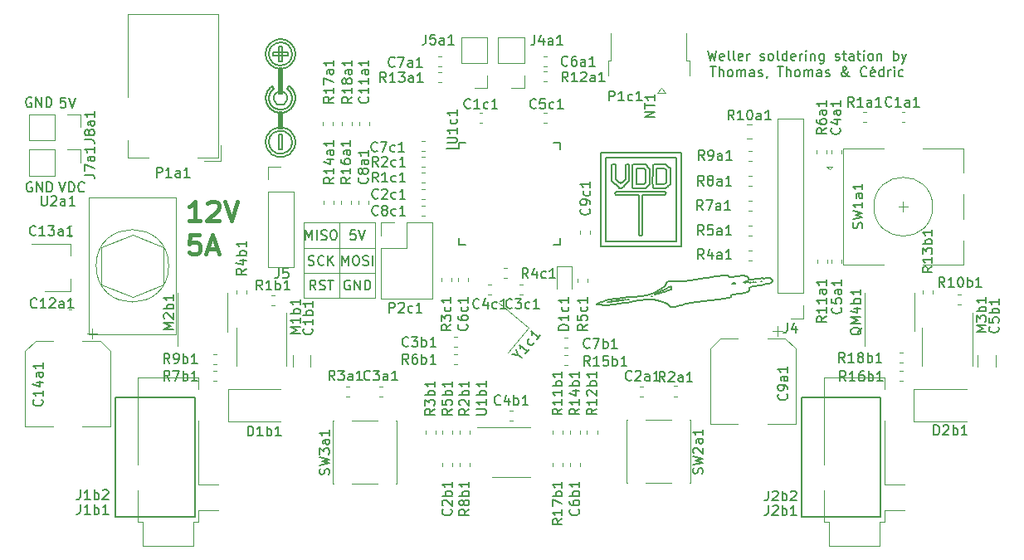
<source format=gbr>
G04 #@! TF.GenerationSoftware,KiCad,Pcbnew,(5.1.2)-1*
G04 #@! TF.CreationDate,2020-10-29T23:57:23+01:00*
G04 #@! TF.ProjectId,SolderingRT1,536f6c64-6572-4696-9e67-5254312e6b69,rev?*
G04 #@! TF.SameCoordinates,Original*
G04 #@! TF.FileFunction,Legend,Top*
G04 #@! TF.FilePolarity,Positive*
%FSLAX46Y46*%
G04 Gerber Fmt 4.6, Leading zero omitted, Abs format (unit mm)*
G04 Created by KiCad (PCBNEW (5.1.2)-1) date 2020-10-29 23:57:23*
%MOMM*%
%LPD*%
G04 APERTURE LIST*
%ADD10C,0.400000*%
%ADD11C,0.200000*%
%ADD12C,0.150000*%
%ADD13C,0.120000*%
G04 APERTURE END LIST*
D10*
X118283809Y-119404761D02*
X117140952Y-119404761D01*
X117712380Y-119404761D02*
X117712380Y-117404761D01*
X117521904Y-117690476D01*
X117331428Y-117880952D01*
X117140952Y-117976190D01*
X119045714Y-117595238D02*
X119140952Y-117500000D01*
X119331428Y-117404761D01*
X119807619Y-117404761D01*
X119998095Y-117500000D01*
X120093333Y-117595238D01*
X120188571Y-117785714D01*
X120188571Y-117976190D01*
X120093333Y-118261904D01*
X118950476Y-119404761D01*
X120188571Y-119404761D01*
X120760000Y-117404761D02*
X121426666Y-119404761D01*
X122093333Y-117404761D01*
X118188571Y-120804761D02*
X117236190Y-120804761D01*
X117140952Y-121757142D01*
X117236190Y-121661904D01*
X117426666Y-121566666D01*
X117902857Y-121566666D01*
X118093333Y-121661904D01*
X118188571Y-121757142D01*
X118283809Y-121947619D01*
X118283809Y-122423809D01*
X118188571Y-122614285D01*
X118093333Y-122709523D01*
X117902857Y-122804761D01*
X117426666Y-122804761D01*
X117236190Y-122709523D01*
X117140952Y-122614285D01*
X119045714Y-122233333D02*
X119998095Y-122233333D01*
X118855238Y-122804761D02*
X119521904Y-120804761D01*
X120188571Y-122804761D01*
D11*
X126613000Y-103826000D02*
X126313000Y-103826000D01*
X126466000Y-103876000D02*
X126464000Y-106300000D01*
X126314000Y-109977000D02*
X126614000Y-109977000D01*
X126465000Y-108375000D02*
X126463000Y-109877000D01*
X125298000Y-106741000D02*
X125306000Y-106683000D01*
X125336000Y-107203000D02*
X125321000Y-107146000D01*
X125331000Y-106569000D02*
X125348000Y-106513000D01*
X125317000Y-106626000D02*
X125331000Y-106569000D01*
X125306000Y-106683000D02*
X125317000Y-106626000D01*
X125513000Y-107568000D02*
X125480000Y-107520000D01*
X125290000Y-106857000D02*
X125293000Y-106799000D01*
X125480000Y-107520000D02*
X125450000Y-107470000D01*
X125396000Y-107366000D02*
X125374000Y-107313000D01*
X125293000Y-106799000D02*
X125298000Y-106741000D01*
X125291000Y-106915000D02*
X125290000Y-106857000D01*
X125294000Y-106974000D02*
X125291000Y-106915000D01*
X125309000Y-107089000D02*
X125300000Y-107032000D01*
X125300000Y-107032000D02*
X125294000Y-106974000D01*
X125321000Y-107146000D02*
X125309000Y-107089000D01*
X125450000Y-107470000D02*
X125421000Y-107419000D01*
X125374000Y-107313000D02*
X125354000Y-107258000D01*
X125421000Y-107419000D02*
X125396000Y-107366000D01*
X125415000Y-106352000D02*
X125442000Y-106300000D01*
X125389000Y-106404000D02*
X125415000Y-106352000D01*
X125367000Y-106458000D02*
X125389000Y-106404000D01*
X125348000Y-106513000D02*
X125367000Y-106458000D01*
X125354000Y-107258000D02*
X125336000Y-107203000D01*
X127214000Y-102226000D02*
X127214000Y-102527000D01*
X125713000Y-102226000D02*
X127214000Y-102226000D01*
X127214000Y-102527000D02*
X125713000Y-102527000D01*
X127213000Y-102377000D02*
X127213000Y-102377000D01*
X127213000Y-102377000D02*
X127213000Y-102527000D01*
X127213000Y-102527000D02*
X125713000Y-102527000D01*
X125713000Y-102227000D02*
X127213000Y-102227000D01*
X127213000Y-102227000D02*
X127213000Y-102377000D01*
X125713000Y-102527000D02*
X125713000Y-102227000D01*
X127890000Y-106414000D02*
X127866000Y-106344000D01*
X127953000Y-106705000D02*
X127942000Y-106631000D01*
X127443000Y-105742000D02*
X127385000Y-105695000D01*
X127551000Y-105844000D02*
X127498000Y-105792000D01*
X127771000Y-106142000D02*
X127733000Y-106079000D01*
X127963000Y-106853000D02*
X127960000Y-106779000D01*
X127140000Y-105915000D02*
X127186000Y-105951000D01*
X127325000Y-105650000D02*
X127140000Y-105915000D01*
X127385000Y-105695000D02*
X127325000Y-105650000D01*
X127733000Y-106079000D02*
X127692000Y-106017000D01*
X127942000Y-106631000D02*
X127928000Y-106558000D01*
X127498000Y-105792000D02*
X127443000Y-105742000D01*
X127648000Y-105957000D02*
X127600000Y-105899000D01*
X127692000Y-106017000D02*
X127648000Y-105957000D01*
X127958000Y-107002000D02*
X127962000Y-106927000D01*
X127806000Y-106208000D02*
X127771000Y-106142000D01*
X127838000Y-106275000D02*
X127806000Y-106208000D01*
X127911000Y-106486000D02*
X127890000Y-106414000D01*
X127928000Y-106558000D02*
X127911000Y-106486000D01*
X127960000Y-106779000D02*
X127953000Y-106705000D01*
X127866000Y-106344000D02*
X127838000Y-106275000D01*
X127962000Y-106927000D02*
X127963000Y-106853000D01*
X127600000Y-105899000D02*
X127551000Y-105844000D01*
X125488000Y-105739000D02*
X125433000Y-105789000D01*
X125605000Y-105648000D02*
X125545000Y-105692000D01*
X125330000Y-105897000D02*
X125283000Y-105954000D01*
X125159000Y-106140000D02*
X125124000Y-106205000D01*
X125197000Y-106076000D02*
X125159000Y-106140000D01*
X125380000Y-105842000D02*
X125330000Y-105897000D01*
X125433000Y-105789000D02*
X125380000Y-105842000D01*
X125545000Y-105692000D02*
X125488000Y-105739000D01*
X125283000Y-105954000D02*
X125239000Y-106014000D01*
X125239000Y-106014000D02*
X125197000Y-106076000D01*
X125815000Y-108229000D02*
X125883000Y-108259000D01*
X125749000Y-108195000D02*
X125815000Y-108229000D01*
X126022000Y-108310000D02*
X126094000Y-108330000D01*
X125952000Y-108286000D02*
X126022000Y-108310000D01*
X125883000Y-108259000D02*
X125952000Y-108286000D01*
X125539000Y-106155000D02*
X125576000Y-106110000D01*
X126462000Y-110208000D02*
X126649140Y-110221826D01*
X126649140Y-110221826D02*
X126813563Y-110258377D01*
X126813563Y-110258377D02*
X126959652Y-110312710D01*
X126959652Y-110312710D02*
X127091516Y-110382802D01*
X127091516Y-110382802D02*
X127208493Y-110465885D01*
X127208493Y-110465885D02*
X127313232Y-110562379D01*
X127313232Y-110562379D02*
X127405024Y-110671437D01*
X127405024Y-110671437D02*
X127483433Y-110793128D01*
X127483433Y-110793128D02*
X127548098Y-110929552D01*
X127548098Y-110929552D02*
X127596857Y-111082642D01*
X127596857Y-111082642D02*
X127625980Y-111253951D01*
X127625980Y-111253951D02*
X127632000Y-111377999D01*
X125442000Y-106300000D02*
X125472000Y-106250000D01*
X125292000Y-111377999D02*
X125305757Y-111191313D01*
X125305757Y-111191313D02*
X125342377Y-111026429D01*
X125342377Y-111026429D02*
X125396893Y-110879934D01*
X125396893Y-110879934D02*
X125467033Y-110748102D01*
X125467033Y-110748102D02*
X125550982Y-110630149D01*
X125550982Y-110630149D02*
X125647322Y-110525863D01*
X125647322Y-110525863D02*
X125756841Y-110433933D01*
X125756841Y-110433933D02*
X125879050Y-110355490D01*
X125879050Y-110355490D02*
X126015215Y-110291237D01*
X126015215Y-110291237D02*
X126167975Y-110242809D01*
X126167975Y-110242809D02*
X126340540Y-110213763D01*
X126340540Y-110213763D02*
X126462000Y-110208000D01*
X126463000Y-100877000D02*
X126652956Y-100888042D01*
X126652956Y-100888042D02*
X126823387Y-100917689D01*
X126823387Y-100917689D02*
X126979236Y-100962731D01*
X126979236Y-100962731D02*
X127123995Y-101021838D01*
X127123995Y-101021838D02*
X127255205Y-101092029D01*
X127255205Y-101092029D02*
X127376236Y-101173488D01*
X127376236Y-101173488D02*
X127485890Y-101264365D01*
X127485890Y-101264365D02*
X127585540Y-101365041D01*
X127585540Y-101365041D02*
X127675648Y-101476103D01*
X127675648Y-101476103D02*
X127755159Y-101596868D01*
X127755159Y-101596868D02*
X127824031Y-101728618D01*
X127824031Y-101728618D02*
X127881568Y-101873304D01*
X127881568Y-101873304D02*
X127925302Y-102029795D01*
X127925302Y-102029795D02*
X127953707Y-102202624D01*
X127953707Y-102202624D02*
X127963000Y-102377000D01*
X125505000Y-106202000D02*
X125539000Y-106155000D01*
X127963000Y-102377000D02*
X127951525Y-102570545D01*
X127951525Y-102570545D02*
X127921368Y-102741392D01*
X127921368Y-102741392D02*
X127873431Y-102904099D01*
X127873431Y-102904099D02*
X127814254Y-103046201D01*
X127814254Y-103046201D02*
X127743737Y-103176174D01*
X127743737Y-103176174D02*
X127662641Y-103295371D01*
X127662641Y-103295371D02*
X127571292Y-103404603D01*
X127571292Y-103404603D02*
X127466005Y-103507499D01*
X127466005Y-103507499D02*
X127353934Y-103596873D01*
X127353934Y-103596873D02*
X127232183Y-103675543D01*
X127232183Y-103675543D02*
X127098940Y-103743679D01*
X127098940Y-103743679D02*
X126953537Y-103799951D01*
X126953537Y-103799951D02*
X126795805Y-103842437D01*
X126795805Y-103842437D02*
X126621124Y-103869373D01*
X126621124Y-103869373D02*
X126463000Y-103877000D01*
X124963001Y-111376999D02*
X124963001Y-111376999D01*
X126462000Y-101208000D02*
X126649140Y-101221826D01*
X126649140Y-101221826D02*
X126813563Y-101258377D01*
X126813563Y-101258377D02*
X126959652Y-101312710D01*
X126959652Y-101312710D02*
X127091516Y-101382802D01*
X127091516Y-101382802D02*
X127208493Y-101465885D01*
X127208493Y-101465885D02*
X127313232Y-101562380D01*
X127313232Y-101562380D02*
X127405024Y-101671438D01*
X127405024Y-101671438D02*
X127483433Y-101793129D01*
X127483433Y-101793129D02*
X127548098Y-101929553D01*
X127548098Y-101929553D02*
X127596857Y-102082643D01*
X127596857Y-102082643D02*
X127625980Y-102253952D01*
X127625980Y-102253952D02*
X127632000Y-102378000D01*
X124963001Y-111376999D02*
X124973973Y-111187634D01*
X124973973Y-111187634D02*
X125004089Y-111014886D01*
X125004089Y-111014886D02*
X125049204Y-110859395D01*
X125049204Y-110859395D02*
X125109659Y-110712146D01*
X125109659Y-110712146D02*
X125180502Y-110580696D01*
X125180502Y-110580696D02*
X125261668Y-110460850D01*
X125261668Y-110460850D02*
X125353378Y-110350822D01*
X125353378Y-110350822D02*
X125456234Y-110249814D01*
X125456234Y-110249814D02*
X125567524Y-110160391D01*
X125567524Y-110160391D02*
X125690154Y-110080566D01*
X125690154Y-110080566D02*
X125824456Y-110011480D01*
X125824456Y-110011480D02*
X125969711Y-109954945D01*
X125969711Y-109954945D02*
X126128457Y-109911924D01*
X126128457Y-109911924D02*
X126301857Y-109884919D01*
X126301857Y-109884919D02*
X126463000Y-109877000D01*
X125657000Y-106025000D02*
X125700000Y-105986000D01*
X126462000Y-103548000D02*
X126275314Y-103534235D01*
X126275314Y-103534235D02*
X126110430Y-103497616D01*
X126110430Y-103497616D02*
X125964340Y-103443280D01*
X125964340Y-103443280D02*
X125833594Y-103373879D01*
X125833594Y-103373879D02*
X125715838Y-103290381D01*
X125715838Y-103290381D02*
X125611664Y-103194555D01*
X125611664Y-103194555D02*
X125519746Y-103085607D01*
X125519746Y-103085607D02*
X125441202Y-102964013D01*
X125441202Y-102964013D02*
X125376554Y-102828102D01*
X125376554Y-102828102D02*
X125327573Y-102675126D01*
X125327573Y-102675126D02*
X125298175Y-102503687D01*
X125298175Y-102503687D02*
X125292000Y-102378000D01*
X124963001Y-102377000D02*
X124963001Y-102377000D01*
X125700000Y-105986000D02*
X125745000Y-105949000D01*
X125615000Y-106066000D02*
X125657000Y-106025000D01*
X125605000Y-105648000D02*
X125605000Y-105648000D01*
X126462000Y-112547999D02*
X126275314Y-112534234D01*
X126275314Y-112534234D02*
X126110430Y-112497615D01*
X126110430Y-112497615D02*
X125964340Y-112443279D01*
X125964340Y-112443279D02*
X125833594Y-112373878D01*
X125833594Y-112373878D02*
X125715838Y-112290380D01*
X125715838Y-112290380D02*
X125611664Y-112194554D01*
X125611664Y-112194554D02*
X125519746Y-112085606D01*
X125519746Y-112085606D02*
X125441202Y-111964012D01*
X125441202Y-111964012D02*
X125376554Y-111828101D01*
X125376554Y-111828101D02*
X125327573Y-111675125D01*
X125327573Y-111675125D02*
X125298175Y-111503686D01*
X125298175Y-111503686D02*
X125292000Y-111377999D01*
X125292000Y-102378000D02*
X125292000Y-102378000D01*
X125792000Y-105916000D02*
X125605000Y-105648000D01*
X126463000Y-112876999D02*
X126273635Y-112866020D01*
X126273635Y-112866020D02*
X126102317Y-112836234D01*
X126102317Y-112836234D02*
X125944580Y-112790500D01*
X125944580Y-112790500D02*
X125801996Y-112732152D01*
X125801996Y-112732152D02*
X125671269Y-112662252D01*
X125671269Y-112662252D02*
X125549979Y-112580670D01*
X125549979Y-112580670D02*
X125439898Y-112489438D01*
X125439898Y-112489438D02*
X125339895Y-112388329D01*
X125339895Y-112388329D02*
X125250014Y-112277436D01*
X125250014Y-112277436D02*
X125170260Y-112156153D01*
X125170260Y-112156153D02*
X125100892Y-112023044D01*
X125100892Y-112023044D02*
X125043134Y-111876856D01*
X125043134Y-111876856D02*
X124999548Y-111719023D01*
X124999548Y-111719023D02*
X124971651Y-111545356D01*
X124971651Y-111545356D02*
X124963001Y-111376999D01*
X127963000Y-111376999D02*
X127951525Y-111570544D01*
X127951525Y-111570544D02*
X127921368Y-111741391D01*
X127921368Y-111741391D02*
X127873431Y-111904098D01*
X127873431Y-111904098D02*
X127814254Y-112046200D01*
X127814254Y-112046200D02*
X127743737Y-112176173D01*
X127743737Y-112176173D02*
X127662641Y-112295370D01*
X127662641Y-112295370D02*
X127571292Y-112404602D01*
X127571292Y-112404602D02*
X127466005Y-112507498D01*
X127466005Y-112507498D02*
X127353934Y-112596872D01*
X127353934Y-112596872D02*
X127232183Y-112675542D01*
X127232183Y-112675542D02*
X127098940Y-112743678D01*
X127098940Y-112743678D02*
X126953537Y-112799950D01*
X126953537Y-112799950D02*
X126795805Y-112842436D01*
X126795805Y-112842436D02*
X126621124Y-112869372D01*
X126621124Y-112869372D02*
X126463000Y-112876999D01*
X125576000Y-106110000D02*
X125615000Y-106066000D01*
X126463000Y-109877000D02*
X126652956Y-109888042D01*
X126652956Y-109888042D02*
X126823387Y-109917689D01*
X126823387Y-109917689D02*
X126979236Y-109962731D01*
X126979236Y-109962731D02*
X127123995Y-110021838D01*
X127123995Y-110021838D02*
X127255205Y-110092029D01*
X127255205Y-110092029D02*
X127376236Y-110173487D01*
X127376236Y-110173487D02*
X127485890Y-110264364D01*
X127485890Y-110264364D02*
X127585540Y-110365040D01*
X127585540Y-110365040D02*
X127675648Y-110476102D01*
X127675648Y-110476102D02*
X127755159Y-110596867D01*
X127755159Y-110596867D02*
X127824031Y-110728617D01*
X127824031Y-110728617D02*
X127881568Y-110873303D01*
X127881568Y-110873303D02*
X127925302Y-111029794D01*
X127925302Y-111029794D02*
X127953707Y-111202623D01*
X127953707Y-111202623D02*
X127963000Y-111376999D01*
X127632000Y-102378000D02*
X127618165Y-102565140D01*
X127618165Y-102565140D02*
X127581616Y-102729563D01*
X127581616Y-102729563D02*
X127525818Y-102878887D01*
X127525818Y-102878887D02*
X127456034Y-103009378D01*
X127456034Y-103009378D02*
X127367498Y-103132571D01*
X127367498Y-103132571D02*
X127270047Y-103236400D01*
X127270047Y-103236400D02*
X127155866Y-103330262D01*
X127155866Y-103330262D02*
X127032581Y-103407262D01*
X127032581Y-103407262D02*
X126895223Y-103470000D01*
X126895223Y-103470000D02*
X126741314Y-103516669D01*
X126741314Y-103516669D02*
X126567895Y-103543625D01*
X126567895Y-103543625D02*
X126462000Y-103548000D01*
X125745000Y-105949000D02*
X125792000Y-105916000D01*
X125292000Y-102378000D02*
X125305757Y-102191314D01*
X125305757Y-102191314D02*
X125342377Y-102026430D01*
X125342377Y-102026430D02*
X125396893Y-101879935D01*
X125396893Y-101879935D02*
X125467033Y-101748103D01*
X125467033Y-101748103D02*
X125550982Y-101630150D01*
X125550982Y-101630150D02*
X125647322Y-101525863D01*
X125647322Y-101525863D02*
X125756841Y-101433933D01*
X125756841Y-101433933D02*
X125879050Y-101355490D01*
X125879050Y-101355490D02*
X126015215Y-101291237D01*
X126015215Y-101291237D02*
X126167975Y-101242809D01*
X126167975Y-101242809D02*
X126340540Y-101213763D01*
X126340540Y-101213763D02*
X126462000Y-101208000D01*
X124963001Y-102377000D02*
X124973973Y-102187635D01*
X124973973Y-102187635D02*
X125004089Y-102014887D01*
X125004089Y-102014887D02*
X125049204Y-101859396D01*
X125049204Y-101859396D02*
X125109659Y-101712147D01*
X125109659Y-101712147D02*
X125180502Y-101580697D01*
X125180502Y-101580697D02*
X125261668Y-101460851D01*
X125261668Y-101460851D02*
X125353378Y-101350823D01*
X125353378Y-101350823D02*
X125456234Y-101249815D01*
X125456234Y-101249815D02*
X125567524Y-101160392D01*
X125567524Y-101160392D02*
X125690154Y-101080566D01*
X125690154Y-101080566D02*
X125824456Y-101011480D01*
X125824456Y-101011480D02*
X125969711Y-100954945D01*
X125969711Y-100954945D02*
X126128457Y-100911924D01*
X126128457Y-100911924D02*
X126301857Y-100884919D01*
X126301857Y-100884919D02*
X126463000Y-100877000D01*
X126463000Y-103877000D02*
X126273635Y-103866021D01*
X126273635Y-103866021D02*
X126102317Y-103836235D01*
X126102317Y-103836235D02*
X125944580Y-103790501D01*
X125944580Y-103790501D02*
X125801996Y-103732153D01*
X125801996Y-103732153D02*
X125671269Y-103662253D01*
X125671269Y-103662253D02*
X125549979Y-103580671D01*
X125549979Y-103580671D02*
X125439898Y-103489439D01*
X125439898Y-103489439D02*
X125339895Y-103388330D01*
X125339895Y-103388330D02*
X125250014Y-103277437D01*
X125250014Y-103277437D02*
X125170260Y-103156154D01*
X125170260Y-103156154D02*
X125100892Y-103023045D01*
X125100892Y-103023045D02*
X125043134Y-102876857D01*
X125043134Y-102876857D02*
X124999548Y-102719024D01*
X124999548Y-102719024D02*
X124971651Y-102545357D01*
X124971651Y-102545357D02*
X124963001Y-102377000D01*
X125472000Y-106250000D02*
X125505000Y-106202000D01*
X127632000Y-111377999D02*
X127618165Y-111565139D01*
X127618165Y-111565139D02*
X127581616Y-111729562D01*
X127581616Y-111729562D02*
X127525818Y-111878886D01*
X127525818Y-111878886D02*
X127456034Y-112009377D01*
X127456034Y-112009377D02*
X127367498Y-112132570D01*
X127367498Y-112132570D02*
X127270047Y-112236399D01*
X127270047Y-112236399D02*
X127155866Y-112330261D01*
X127155866Y-112330261D02*
X127032581Y-112407261D01*
X127032581Y-112407261D02*
X126895223Y-112469999D01*
X126895223Y-112469999D02*
X126741314Y-112516668D01*
X126741314Y-112516668D02*
X126567895Y-112543624D01*
X126567895Y-112543624D02*
X126462000Y-112547999D01*
X126613000Y-110627000D02*
X126613000Y-111376999D01*
X126613000Y-106427000D02*
X126313000Y-106427000D01*
X126614000Y-106427000D02*
X126313000Y-106427000D01*
X126614000Y-101626000D02*
X126614000Y-103127000D01*
X126613000Y-105127000D02*
X126613000Y-106427000D01*
X126313000Y-103127000D02*
X126313000Y-101626000D01*
X125713000Y-102527000D02*
X125713000Y-102226000D01*
X126613000Y-102377000D02*
X126613000Y-102377000D01*
X126613000Y-109127000D02*
X126613000Y-109127000D01*
X126613000Y-101627000D02*
X126613000Y-102377000D01*
X126313000Y-101627000D02*
X126613000Y-101627000D01*
X126313000Y-103127000D02*
X126313000Y-101627000D01*
X126313000Y-110627000D02*
X126613000Y-110627000D01*
X126313000Y-110626000D02*
X126614000Y-110626000D01*
X126313000Y-108277000D02*
X126613000Y-108277000D01*
X126613000Y-102377000D02*
X126613000Y-103127000D01*
X126614000Y-110626000D02*
X126614000Y-112126999D01*
X126613000Y-109127000D02*
X126613000Y-109977000D01*
X126614000Y-108276000D02*
X126614000Y-109977000D01*
X126613000Y-108277000D02*
X126613000Y-109127000D01*
X126313000Y-112126999D02*
X126313000Y-110626000D01*
X126614000Y-103826000D02*
X126614000Y-106427000D01*
X126613000Y-103127000D02*
X126313000Y-103127000D01*
X126614000Y-103127000D02*
X126313000Y-103127000D01*
X126313000Y-112126999D02*
X126313000Y-110627000D01*
X126613000Y-111376999D02*
X126613000Y-112126999D01*
X126613000Y-105127000D02*
X126613000Y-105127000D01*
X126313000Y-109977000D02*
X126313000Y-108277000D01*
X126614000Y-112126999D02*
X126313000Y-112126999D01*
X126313000Y-106427000D02*
X126313000Y-103826000D01*
X126313000Y-109977000D02*
X126313000Y-108276000D01*
X125292000Y-111377999D02*
X125292000Y-111377999D01*
X126613000Y-112126999D02*
X126313000Y-112126999D01*
X126613000Y-111376999D02*
X126613000Y-111376999D01*
X126313000Y-106427000D02*
X126313000Y-103827000D01*
X126313000Y-101626000D02*
X126614000Y-101626000D01*
X126313000Y-108276000D02*
X126614000Y-108276000D01*
X126613000Y-103827000D02*
X126613000Y-105127000D01*
X125000001Y-106555000D02*
X124986001Y-106628000D01*
X124966001Y-106924000D02*
X124970001Y-106999000D01*
X124965001Y-106850000D02*
X124966001Y-106924000D01*
X124968001Y-106776000D02*
X124965001Y-106850000D01*
X125093000Y-106273000D02*
X125065001Y-106342000D01*
X124975001Y-106702000D02*
X124968001Y-106776000D01*
X124986001Y-106628000D02*
X124975001Y-106702000D01*
X125039001Y-106412000D02*
X125017001Y-106483000D01*
X125124000Y-106205000D02*
X125093000Y-106273000D01*
X125065001Y-106342000D02*
X125039001Y-106412000D01*
X125017001Y-106483000D02*
X125000001Y-106555000D01*
X125208000Y-107695000D02*
X125250000Y-107756000D01*
X125394000Y-107927000D02*
X125447000Y-107978000D01*
X125343000Y-107872000D02*
X125394000Y-107927000D01*
X125250000Y-107756000D02*
X125295000Y-107816000D01*
X125295000Y-107816000D02*
X125343000Y-107872000D01*
X127950000Y-107075000D02*
X127958000Y-107002000D01*
X127938000Y-107149000D02*
X127950000Y-107075000D01*
X127923000Y-107222000D02*
X127938000Y-107149000D01*
X127904000Y-107294000D02*
X127923000Y-107222000D01*
X127881000Y-107365000D02*
X127904000Y-107294000D01*
X125763000Y-106878000D02*
X125784519Y-106699389D01*
X125784519Y-106699389D02*
X125838683Y-106553055D01*
X125838683Y-106553055D02*
X125921050Y-106426818D01*
X125921050Y-106426818D02*
X126023367Y-106326646D01*
X126023367Y-106326646D02*
X126147450Y-106248849D01*
X126147450Y-106248849D02*
X126296222Y-106196530D01*
X126296222Y-106196530D02*
X126462000Y-106178000D01*
X125024001Y-107291000D02*
X125045001Y-107362000D01*
X124970001Y-106999000D02*
X124978001Y-107073000D01*
X125005001Y-107219000D02*
X125024001Y-107291000D01*
X124978001Y-107073000D02*
X124990001Y-107146000D01*
X124990001Y-107146000D02*
X125005001Y-107219000D01*
X126094000Y-108330000D02*
X126166000Y-108346000D01*
X126239000Y-108359000D02*
X126313000Y-108369000D01*
X126166000Y-108346000D02*
X126239000Y-108359000D01*
X126387000Y-108374000D02*
X126462000Y-108376000D01*
X126313000Y-108369000D02*
X126387000Y-108374000D01*
X126462000Y-106178000D02*
X126640605Y-106199586D01*
X126640605Y-106199586D02*
X126788116Y-106254496D01*
X126788116Y-106254496D02*
X126909957Y-106333818D01*
X126909957Y-106333818D02*
X127009861Y-106434592D01*
X127009861Y-106434592D02*
X127088346Y-106557547D01*
X127088346Y-106557547D02*
X127141707Y-106704699D01*
X127141707Y-106704699D02*
X127162000Y-106878000D01*
X125763000Y-106878000D02*
X125763000Y-106878000D01*
X126462000Y-107577000D02*
X126283189Y-107555408D01*
X126283189Y-107555408D02*
X126136093Y-107500712D01*
X126136093Y-107500712D02*
X126014443Y-107421581D01*
X126014443Y-107421581D02*
X125914490Y-107320699D01*
X125914490Y-107320699D02*
X125836438Y-107198236D01*
X125836438Y-107198236D02*
X125783222Y-107051231D01*
X125783222Y-107051231D02*
X125763000Y-106878000D01*
X127162000Y-106878000D02*
X127140342Y-107056803D01*
X127140342Y-107056803D02*
X127086095Y-107202722D01*
X127086095Y-107202722D02*
X127004857Y-107327162D01*
X127004857Y-107327162D02*
X126903466Y-107426799D01*
X126903466Y-107426799D02*
X126778648Y-107505420D01*
X126778648Y-107505420D02*
X126629831Y-107558056D01*
X126629831Y-107558056D02*
X126462000Y-107577000D01*
X127422000Y-108030000D02*
X127478000Y-107981000D01*
X127364000Y-108076000D02*
X127422000Y-108030000D01*
X127303000Y-108119000D02*
X127364000Y-108076000D01*
X127241000Y-108159000D02*
X127303000Y-108119000D01*
X127176000Y-108195000D02*
X127241000Y-108159000D01*
X126973000Y-108287000D02*
X127042000Y-108260000D01*
X126901000Y-108310000D02*
X126973000Y-108287000D01*
X126830000Y-108330000D02*
X126901000Y-108310000D01*
X127110000Y-108229000D02*
X127176000Y-108195000D01*
X127042000Y-108260000D02*
X127110000Y-108229000D01*
X126462000Y-108376000D02*
X126536000Y-108374000D01*
X126684000Y-108359000D02*
X126757000Y-108347000D01*
X126610000Y-108369000D02*
X126684000Y-108359000D01*
X126536000Y-108374000D02*
X126610000Y-108369000D01*
X126757000Y-108347000D02*
X126830000Y-108330000D01*
X125905000Y-107911000D02*
X125854000Y-107882000D01*
X126010000Y-107962000D02*
X125957000Y-107938000D01*
X125712000Y-107780000D02*
X125668000Y-107741000D01*
X126523000Y-108052000D02*
X126464000Y-108053000D01*
X126696000Y-108030000D02*
X126639000Y-108040000D01*
X125758000Y-107817000D02*
X125712000Y-107780000D01*
X125957000Y-107938000D02*
X125905000Y-107911000D01*
X126348000Y-108047000D02*
X126290000Y-108040000D01*
X126233000Y-108030000D02*
X126176000Y-108017000D01*
X126290000Y-108040000D02*
X126233000Y-108030000D01*
X126464000Y-108053000D02*
X126406000Y-108052000D01*
X125549000Y-107614000D02*
X125513000Y-107568000D01*
X126120000Y-108001000D02*
X126064000Y-107983000D01*
X126176000Y-108017000D02*
X126120000Y-108001000D01*
X125854000Y-107882000D02*
X125805000Y-107851000D01*
X126639000Y-108040000D02*
X126581000Y-108047000D01*
X125626000Y-107701000D02*
X125586000Y-107658000D01*
X125586000Y-107658000D02*
X125549000Y-107614000D01*
X126406000Y-108052000D02*
X126348000Y-108047000D01*
X125668000Y-107741000D02*
X125626000Y-107701000D01*
X125805000Y-107851000D02*
X125758000Y-107817000D01*
X126064000Y-107983000D02*
X126010000Y-107962000D01*
X126581000Y-108047000D02*
X126523000Y-108052000D01*
X127427000Y-106203000D02*
X127459000Y-106251000D01*
X127540000Y-106406000D02*
X127563000Y-106460000D01*
X127632000Y-106742000D02*
X127637000Y-106800000D01*
X127624000Y-106684000D02*
X127632000Y-106742000D01*
X127582000Y-106515000D02*
X127599000Y-106571000D01*
X127232000Y-105988000D02*
X127275000Y-106027000D01*
X127489000Y-106302000D02*
X127517000Y-106353000D01*
X127517000Y-106353000D02*
X127540000Y-106406000D01*
X127639000Y-106917000D02*
X127636000Y-106975000D01*
X127599000Y-106571000D02*
X127613000Y-106627000D01*
X127459000Y-106251000D02*
X127489000Y-106302000D01*
X127621000Y-107091000D02*
X127609000Y-107148000D01*
X127630000Y-107033000D02*
X127621000Y-107091000D01*
X127640000Y-106858000D02*
X127639000Y-106917000D01*
X127355000Y-106111000D02*
X127392000Y-106156000D01*
X127637000Y-106800000D02*
X127640000Y-106858000D01*
X127186000Y-105951000D02*
X127232000Y-105988000D01*
X127613000Y-106627000D02*
X127624000Y-106684000D01*
X127392000Y-106156000D02*
X127427000Y-106203000D01*
X127275000Y-106027000D02*
X127316000Y-106068000D01*
X127636000Y-106975000D02*
X127630000Y-107033000D01*
X127563000Y-106460000D02*
X127582000Y-106515000D01*
X127316000Y-106068000D02*
X127355000Y-106111000D01*
X127855000Y-107434000D02*
X127881000Y-107365000D01*
X127826000Y-107503000D02*
X127855000Y-107434000D01*
X127793000Y-107569000D02*
X127826000Y-107503000D01*
X127757000Y-107635000D02*
X127793000Y-107569000D01*
X127718000Y-107698000D02*
X127757000Y-107635000D01*
X125622000Y-108117000D02*
X125685000Y-108157000D01*
X125503000Y-108027000D02*
X125561000Y-108074000D01*
X125447000Y-107978000D02*
X125503000Y-108027000D01*
X125685000Y-108157000D02*
X125749000Y-108195000D01*
X125561000Y-108074000D02*
X125622000Y-108117000D01*
X127342000Y-107660000D02*
X127302000Y-107702000D01*
X127479000Y-107471000D02*
X127448000Y-107521000D01*
X126753000Y-108017000D02*
X126696000Y-108030000D01*
X126809000Y-108001000D02*
X126753000Y-108017000D01*
X127074000Y-107882000D02*
X127024000Y-107911000D01*
X127532000Y-107368000D02*
X127507000Y-107420000D01*
X126864000Y-107983000D02*
X126809000Y-108001000D01*
X127171000Y-107817000D02*
X127123000Y-107851000D01*
X126972000Y-107938000D02*
X126919000Y-107961000D01*
X126919000Y-107961000D02*
X126864000Y-107983000D01*
X127448000Y-107521000D02*
X127415000Y-107569000D01*
X127024000Y-107911000D02*
X126972000Y-107938000D01*
X127594000Y-107204000D02*
X127577000Y-107260000D01*
X127216000Y-107781000D02*
X127171000Y-107817000D01*
X127260000Y-107743000D02*
X127216000Y-107781000D01*
X127302000Y-107702000D02*
X127260000Y-107743000D01*
X127380000Y-107615000D02*
X127342000Y-107660000D01*
X127415000Y-107569000D02*
X127380000Y-107615000D01*
X127507000Y-107420000D02*
X127479000Y-107471000D01*
X127609000Y-107148000D02*
X127594000Y-107204000D01*
X127556000Y-107314000D02*
X127532000Y-107368000D01*
X127577000Y-107260000D02*
X127556000Y-107314000D01*
X127123000Y-107851000D02*
X127074000Y-107882000D01*
X127532000Y-107929000D02*
X127582000Y-107875000D01*
X127478000Y-107981000D02*
X127532000Y-107929000D01*
X127676000Y-107759000D02*
X127718000Y-107698000D01*
X127631000Y-107818000D02*
X127676000Y-107759000D01*
X127582000Y-107875000D02*
X127631000Y-107818000D01*
X125169000Y-107632000D02*
X125208000Y-107695000D01*
X125045001Y-107362000D02*
X125071001Y-107432000D01*
X125133000Y-107567000D02*
X125169000Y-107632000D01*
X125071001Y-107432000D02*
X125100000Y-107500000D01*
X125100000Y-107500000D02*
X125133000Y-107567000D01*
D12*
X164163718Y-126893870D02*
X164295258Y-126874789D01*
X164295258Y-126874789D02*
X164412477Y-126841934D01*
X164412477Y-126841934D02*
X164517859Y-126795632D01*
X164517859Y-126795632D02*
X164616502Y-126742129D01*
X164616502Y-126742129D02*
X164710962Y-126686060D01*
X164710962Y-126686060D02*
X164805571Y-126627629D01*
X164805571Y-126627629D02*
X164807518Y-126626414D01*
X163860723Y-126973095D02*
X163966658Y-126928812D01*
X163966658Y-126928812D02*
X164093440Y-126903058D01*
X164093440Y-126903058D02*
X164163718Y-126893870D01*
X163571866Y-127050732D02*
X163701972Y-127030400D01*
X163701972Y-127030400D02*
X163819227Y-126997377D01*
X163819227Y-126997377D02*
X163860723Y-126973095D01*
X162759247Y-127156052D02*
X162891201Y-127137839D01*
X162891201Y-127137839D02*
X163024859Y-127119766D01*
X163024859Y-127119766D02*
X163164651Y-127101238D01*
X163164651Y-127101238D02*
X163302139Y-127083431D01*
X163302139Y-127083431D02*
X163439680Y-127066178D01*
X163439680Y-127066178D02*
X163571866Y-127050732D01*
X162104403Y-127204955D02*
X162251007Y-127208470D01*
X162251007Y-127208470D02*
X162393754Y-127198306D01*
X162393754Y-127198306D02*
X162531984Y-127184510D01*
X162531984Y-127184510D02*
X162669278Y-127168098D01*
X162669278Y-127168098D02*
X162759247Y-127156052D01*
X161996087Y-127178879D02*
X162104403Y-127204955D01*
X161738118Y-127764314D02*
X161600609Y-127779971D01*
X161600609Y-127779971D02*
X161463861Y-127797207D01*
X161463861Y-127797207D02*
X161331147Y-127814791D01*
X161331147Y-127814791D02*
X161195964Y-127833389D01*
X161195964Y-127833389D02*
X161059444Y-127852866D01*
X161059444Y-127852866D02*
X160964212Y-127866926D01*
X164301505Y-127437078D02*
X164167676Y-127453574D01*
X164167676Y-127453574D02*
X164019038Y-127455103D01*
X164019038Y-127455103D02*
X163972639Y-127450473D01*
X160884837Y-127327761D02*
X161023536Y-127309341D01*
X161023536Y-127309341D02*
X161170482Y-127289802D01*
X161170482Y-127289802D02*
X161316330Y-127270381D01*
X161316330Y-127270381D02*
X161475184Y-127249191D01*
X161475184Y-127249191D02*
X161612954Y-127230774D01*
X161612954Y-127230774D02*
X161758567Y-127211251D01*
X161758567Y-127211251D02*
X161896795Y-127192616D01*
X161896795Y-127192616D02*
X161996087Y-127178879D01*
X162154837Y-127684430D02*
X162036583Y-127716602D01*
X162036583Y-127716602D02*
X161909999Y-127740890D01*
X161909999Y-127740890D02*
X161775414Y-127760205D01*
X161775414Y-127760205D02*
X161738118Y-127764314D01*
X159295902Y-127651415D02*
X159408740Y-127611416D01*
X159408740Y-127611416D02*
X159521151Y-127573535D01*
X159521151Y-127573535D02*
X159637566Y-127537898D01*
X159637566Y-127537898D02*
X159758352Y-127505965D01*
X159758352Y-127505965D02*
X159883725Y-127478091D01*
X159883725Y-127478091D02*
X160012176Y-127453769D01*
X160012176Y-127453769D02*
X160141098Y-127432212D01*
X160141098Y-127432212D02*
X160274574Y-127411770D01*
X160274574Y-127411770D02*
X160405855Y-127392799D01*
X160405855Y-127392799D02*
X160541681Y-127373899D01*
X160541681Y-127373899D02*
X160679990Y-127355113D01*
X160679990Y-127355113D02*
X160821167Y-127336221D01*
X160821167Y-127336221D02*
X160884837Y-127327761D01*
X159254470Y-127985541D02*
X159111877Y-127973912D01*
X159111877Y-127973912D02*
X158972575Y-127960903D01*
X158972575Y-127960903D02*
X158836272Y-127945892D01*
X158836272Y-127945892D02*
X158708014Y-127923880D01*
X158708014Y-127923880D02*
X158706963Y-127923104D01*
X162631087Y-127589805D02*
X162499144Y-127608927D01*
X162499144Y-127608927D02*
X162371467Y-127631503D01*
X162371467Y-127631503D02*
X162247489Y-127658017D01*
X162247489Y-127658017D02*
X162154837Y-127684430D01*
X163397170Y-127487642D02*
X163264175Y-127505863D01*
X163264175Y-127505863D02*
X163129537Y-127524088D01*
X163129537Y-127524088D02*
X162988771Y-127542948D01*
X162988771Y-127542948D02*
X162852614Y-127560999D01*
X162852614Y-127560999D02*
X162715424Y-127578952D01*
X162715424Y-127578952D02*
X162631087Y-127589805D01*
X160964212Y-127866926D02*
X160825125Y-127887673D01*
X160825125Y-127887673D02*
X160691949Y-127907248D01*
X160691949Y-127907248D02*
X160558309Y-127926433D01*
X160558309Y-127926433D02*
X160426201Y-127944700D01*
X160426201Y-127944700D02*
X160291717Y-127962199D01*
X160291717Y-127962199D02*
X160154257Y-127978338D01*
X160154257Y-127978338D02*
X160016251Y-127991851D01*
X160016251Y-127991851D02*
X159875244Y-128001633D01*
X159875244Y-128001633D02*
X159728672Y-128006188D01*
X159728672Y-128006188D02*
X159579094Y-128004515D01*
X159579094Y-128004515D02*
X159434912Y-127997925D01*
X159434912Y-127997925D02*
X159293928Y-127988493D01*
X159293928Y-127988493D02*
X159254470Y-127985541D01*
X165218959Y-127623518D02*
X165098659Y-127587351D01*
X165098659Y-127587351D02*
X164982167Y-127552736D01*
X164982167Y-127552736D02*
X164865311Y-127518759D01*
X164865311Y-127518759D02*
X164746594Y-127485701D01*
X164746594Y-127485701D02*
X164626231Y-127455264D01*
X164626231Y-127455264D02*
X164500200Y-127431152D01*
X164500200Y-127431152D02*
X164352482Y-127428801D01*
X164352482Y-127428801D02*
X164301505Y-127437078D01*
X163972639Y-127450473D02*
X163824840Y-127448004D01*
X163824840Y-127448004D02*
X163681218Y-127456757D01*
X163681218Y-127456757D02*
X163543427Y-127469709D01*
X163543427Y-127469709D02*
X163408930Y-127486029D01*
X163408930Y-127486029D02*
X163397170Y-127487642D01*
X166361712Y-128229322D02*
X166261951Y-128178774D01*
X166261951Y-128178774D02*
X166180891Y-128108895D01*
X166180891Y-128108895D02*
X166108784Y-128030677D01*
X166108784Y-128030677D02*
X166108385Y-128030199D01*
X158706963Y-127923104D02*
X158782630Y-127848141D01*
X158782630Y-127848141D02*
X158888810Y-127802739D01*
X158888810Y-127802739D02*
X158998208Y-127760381D01*
X158998208Y-127760381D02*
X159111077Y-127718433D01*
X159111077Y-127718433D02*
X159222051Y-127678030D01*
X159222051Y-127678030D02*
X159295902Y-127651415D01*
X166108385Y-128030199D02*
X166038436Y-127949806D01*
X166038436Y-127949806D02*
X165956216Y-127881190D01*
X165956216Y-127881190D02*
X165856834Y-127830163D01*
X165856834Y-127830163D02*
X165746640Y-127788251D01*
X165746640Y-127788251D02*
X165634074Y-127750792D01*
X165634074Y-127750792D02*
X165516861Y-127714001D01*
X165516861Y-127714001D02*
X165399368Y-127678068D01*
X165399368Y-127678068D02*
X165277435Y-127641165D01*
X165277435Y-127641165D02*
X165218959Y-127623518D01*
X164807518Y-126626414D02*
X164900274Y-126568416D01*
X164900274Y-126568416D02*
X164999634Y-126506167D01*
X164999634Y-126506167D02*
X165098642Y-126443909D01*
X165098642Y-126443909D02*
X165193679Y-126383772D01*
X165193679Y-126383772D02*
X165286729Y-126324311D01*
X165286729Y-126324311D02*
X165379623Y-126263972D01*
X165379623Y-126263972D02*
X165470733Y-126203122D01*
X165470733Y-126203122D02*
X165558894Y-126141231D01*
X165558894Y-126141231D02*
X165643957Y-126075430D01*
X165643957Y-126075430D02*
X165721727Y-126001461D01*
X165721727Y-126001461D02*
X165784080Y-125913792D01*
X165784080Y-125913792D02*
X165815472Y-125852969D01*
X165815472Y-125852969D02*
X165866210Y-125753455D01*
X165866210Y-125753455D02*
X165925773Y-125661560D01*
X165925773Y-125661560D02*
X166004956Y-125590152D01*
X166004956Y-125590152D02*
X166114828Y-125549127D01*
X166114828Y-125549127D02*
X166250813Y-125535000D01*
X166250813Y-125535000D02*
X166400360Y-125535767D01*
X166400360Y-125535767D02*
X166544586Y-125542406D01*
X166544586Y-125542406D02*
X166658018Y-125549223D01*
X166658018Y-125549223D02*
X166803510Y-125557996D01*
X166803510Y-125557996D02*
X166949264Y-125565847D01*
X166949264Y-125565847D02*
X167094408Y-125572258D01*
X167094408Y-125572258D02*
X167212213Y-125572767D01*
X174884603Y-125616464D02*
X174934211Y-125636483D01*
X175479916Y-125537090D02*
X175529524Y-125557107D01*
X174983821Y-125616464D02*
X174983821Y-125616464D01*
X174934211Y-125636483D02*
X174983821Y-125616464D01*
X174983821Y-125616464D02*
X174884603Y-125616464D01*
X175529524Y-125557107D02*
X175579133Y-125537090D01*
X175579133Y-125537090D02*
X175579133Y-125537090D01*
X175579133Y-125537090D02*
X175479916Y-125537090D01*
X171213643Y-125031427D02*
X171348355Y-125013793D01*
X171348355Y-125013793D02*
X171484099Y-124997175D01*
X171484099Y-124997175D02*
X171618986Y-124981929D01*
X171618986Y-124981929D02*
X171757918Y-124967890D01*
X171757918Y-124967890D02*
X171897067Y-124956536D01*
X171897067Y-124956536D02*
X172027237Y-124955661D01*
X170119441Y-125194119D02*
X170239872Y-125162970D01*
X170239872Y-125162970D02*
X170312306Y-125151939D01*
X168980965Y-125398287D02*
X169093933Y-125360505D01*
X169093933Y-125360505D02*
X169219126Y-125333997D01*
X169219126Y-125333997D02*
X169347175Y-125310175D01*
X169347175Y-125310175D02*
X169475686Y-125288407D01*
X169475686Y-125288407D02*
X169608891Y-125267815D01*
X169608891Y-125267815D02*
X169743720Y-125249173D01*
X169743720Y-125249173D02*
X169879285Y-125233428D01*
X169879285Y-125233428D02*
X169939159Y-125227943D01*
X167212213Y-125572767D02*
X167352450Y-125560255D01*
X167352450Y-125560255D02*
X167497770Y-125552522D01*
X167497770Y-125552522D02*
X167642628Y-125546158D01*
X167642628Y-125546158D02*
X167695250Y-125544105D01*
X168365931Y-125482511D02*
X168494695Y-125459460D01*
X168494695Y-125459460D02*
X168628348Y-125442478D01*
X168628348Y-125442478D02*
X168767868Y-125431796D01*
X168767868Y-125431796D02*
X168772606Y-125431626D01*
X167695250Y-125544105D02*
X167842672Y-125536922D01*
X167842672Y-125536922D02*
X167985239Y-125527225D01*
X167985239Y-125527225D02*
X168124171Y-125515116D01*
X168124171Y-125515116D02*
X168259365Y-125499889D01*
X168259365Y-125499889D02*
X168365931Y-125482511D01*
X169939159Y-125227943D02*
X170071318Y-125209216D01*
X170071318Y-125209216D02*
X170119441Y-125194119D01*
X168772606Y-125431626D02*
X168911997Y-125420059D01*
X168911997Y-125420059D02*
X168980965Y-125398287D01*
X172175930Y-125074208D02*
X172255306Y-125168063D01*
X172027237Y-124955661D02*
X172118171Y-125016215D01*
X172118171Y-125016215D02*
X172175930Y-125074208D01*
X170312306Y-125151939D02*
X170459600Y-125132565D01*
X170459600Y-125132565D02*
X170596966Y-125114265D01*
X170596966Y-125114265D02*
X170754421Y-125093196D01*
X170754421Y-125093196D02*
X170903181Y-125073234D01*
X170903181Y-125073234D02*
X171051475Y-125053287D01*
X171051475Y-125053287D02*
X171194455Y-125034015D01*
X171194455Y-125034015D02*
X171213643Y-125031427D01*
X174239681Y-125378159D02*
X174345878Y-125422578D01*
X174345878Y-125422578D02*
X174457961Y-125406255D01*
X173457845Y-125004603D02*
X173592801Y-124987860D01*
X173592801Y-124987860D02*
X173739379Y-124984321D01*
X173739379Y-124984321D02*
X173795189Y-125000733D01*
X172711712Y-125107810D02*
X172844135Y-125090153D01*
X172844135Y-125090153D02*
X172980218Y-125071718D01*
X172980218Y-125071718D02*
X173112810Y-125053514D01*
X173112810Y-125053514D02*
X173244508Y-125035175D01*
X173244508Y-125035175D02*
X173376083Y-125016510D01*
X173376083Y-125016510D02*
X173457845Y-125004603D01*
X173940660Y-125053548D02*
X174041832Y-125102554D01*
X174041832Y-125102554D02*
X174111067Y-125184646D01*
X174111067Y-125184646D02*
X174172915Y-125274628D01*
X174172915Y-125274628D02*
X174232319Y-125366583D01*
X174232319Y-125366583D02*
X174239681Y-125378159D01*
X172255306Y-125168063D02*
X172711712Y-125107810D01*
X174457961Y-125406255D02*
X174585483Y-125383318D01*
X174585483Y-125383318D02*
X174715576Y-125362524D01*
X174715576Y-125362524D02*
X174852001Y-125342829D01*
X174852001Y-125342829D02*
X174985879Y-125325268D01*
X174985879Y-125325268D02*
X175122969Y-125308982D01*
X175122969Y-125308982D02*
X175259117Y-125294574D01*
X175259117Y-125294574D02*
X175397200Y-125282102D01*
X175397200Y-125282102D02*
X175539334Y-125272555D01*
X175539334Y-125272555D02*
X175688619Y-125271754D01*
X175688619Y-125271754D02*
X175717397Y-125277692D01*
X173795189Y-125000733D02*
X173900891Y-125045636D01*
X173900891Y-125045636D02*
X173940660Y-125053548D01*
X175717397Y-125277692D02*
X175857984Y-125287204D01*
X175857984Y-125287204D02*
X175992962Y-125271141D01*
X175992962Y-125271141D02*
X176097419Y-125252778D01*
X176529337Y-125314548D02*
X176599594Y-125395074D01*
X176599594Y-125395074D02*
X176630911Y-125514145D01*
X176630911Y-125514145D02*
X176626711Y-125534622D01*
X176407345Y-125192556D02*
X176529337Y-125314548D01*
X176097419Y-125252778D02*
X176407345Y-125192556D01*
X174099905Y-126645446D02*
X173998196Y-126694680D01*
X173998196Y-126694680D02*
X173881179Y-126729920D01*
X173881179Y-126729920D02*
X173756528Y-126757787D01*
X173756528Y-126757787D02*
X173628442Y-126781231D01*
X173628442Y-126781231D02*
X173497460Y-126802042D01*
X173497460Y-126802042D02*
X173365005Y-126821013D01*
X173365005Y-126821013D02*
X173228204Y-126839121D01*
X173228204Y-126839121D02*
X173089787Y-126856354D01*
X173089787Y-126856354D02*
X172952554Y-126872649D01*
X172952554Y-126872649D02*
X172816758Y-126888191D01*
X172816758Y-126888191D02*
X172740023Y-126896772D01*
X172458437Y-127046480D02*
X172406720Y-127145467D01*
X172406720Y-127145467D02*
X172349816Y-127217720D01*
X174337109Y-126252278D02*
X174313349Y-126379676D01*
X174313349Y-126379676D02*
X174263416Y-126480842D01*
X174263416Y-126480842D02*
X174196907Y-126564440D01*
X174196907Y-126564440D02*
X174116380Y-126633986D01*
X174116380Y-126633986D02*
X174099905Y-126645446D01*
X175807337Y-125901176D02*
X175692684Y-125938056D01*
X175692684Y-125938056D02*
X175568615Y-125964773D01*
X175568615Y-125964773D02*
X175441026Y-125988601D01*
X175441026Y-125988601D02*
X175308430Y-126010899D01*
X175308430Y-126010899D02*
X175177519Y-126030917D01*
X175177519Y-126030917D02*
X175132649Y-126037355D01*
X176626711Y-125534622D02*
X176587417Y-125645328D01*
X176587417Y-125645328D02*
X176521248Y-125729174D01*
X176521248Y-125729174D02*
X176423058Y-125781546D01*
X176423058Y-125781546D02*
X176301519Y-125810280D01*
X176301519Y-125810280D02*
X176166387Y-125826156D01*
X176166387Y-125826156D02*
X176164525Y-125826317D01*
X167393587Y-127991600D02*
X167271435Y-128026574D01*
X167271435Y-128026574D02*
X167148554Y-128061644D01*
X167148554Y-128061644D02*
X167028222Y-128095769D01*
X167028222Y-128095769D02*
X166910522Y-128128766D01*
X166910522Y-128128766D02*
X166789620Y-128161901D01*
X166789620Y-128161901D02*
X166670384Y-128193011D01*
X166670384Y-128193011D02*
X166547116Y-128221029D01*
X166547116Y-128221029D02*
X166410346Y-128234338D01*
X166410346Y-128234338D02*
X166361712Y-128229314D01*
X169635931Y-127608380D02*
X169491636Y-127623140D01*
X169491636Y-127623140D02*
X169350150Y-127637726D01*
X169350150Y-127637726D02*
X169209171Y-127652449D01*
X169209171Y-127652449D02*
X169070153Y-127667264D01*
X169070153Y-127667264D02*
X168929036Y-127682772D01*
X168929036Y-127682772D02*
X168790598Y-127698690D01*
X168790598Y-127698690D02*
X168653774Y-127715447D01*
X168653774Y-127715447D02*
X168520623Y-127733204D01*
X168520623Y-127733204D02*
X168387365Y-127753014D01*
X168387365Y-127753014D02*
X168258440Y-127774804D01*
X168258440Y-127774804D02*
X168130636Y-127799529D01*
X168130636Y-127799529D02*
X168005133Y-127827075D01*
X168005133Y-127827075D02*
X167883536Y-127856614D01*
X167883536Y-127856614D02*
X167762215Y-127888293D01*
X167762215Y-127888293D02*
X167643702Y-127920716D01*
X167643702Y-127920716D02*
X167524935Y-127954109D01*
X167524935Y-127954109D02*
X167407540Y-127987600D01*
X167407540Y-127987600D02*
X167393587Y-127991600D01*
X172349816Y-127217720D02*
X172234523Y-127253792D01*
X172234523Y-127253792D02*
X172109479Y-127279547D01*
X172109479Y-127279547D02*
X171980999Y-127302840D01*
X171980999Y-127302840D02*
X171849670Y-127324898D01*
X171849670Y-127324898D02*
X171718686Y-127345737D01*
X171718686Y-127345737D02*
X171587725Y-127365710D01*
X171587725Y-127365710D02*
X171454050Y-127385388D01*
X171454050Y-127385388D02*
X171319465Y-127404592D01*
X171319465Y-127404592D02*
X171185539Y-127423175D01*
X171185539Y-127423175D02*
X171050261Y-127441467D01*
X171050261Y-127441467D02*
X170911077Y-127459825D01*
X170911077Y-127459825D02*
X170772081Y-127477717D01*
X170772081Y-127477717D02*
X170635808Y-127494848D01*
X170635808Y-127494848D02*
X170498935Y-127511660D01*
X170498935Y-127511660D02*
X170348769Y-127529653D01*
X170348769Y-127529653D02*
X170209855Y-127545876D01*
X170209855Y-127545876D02*
X170070461Y-127561742D01*
X170070461Y-127561742D02*
X169923717Y-127577982D01*
X169923717Y-127577982D02*
X169784781Y-127592906D01*
X169784781Y-127592906D02*
X169646771Y-127607270D01*
X169646771Y-127607270D02*
X169635931Y-127608380D01*
X172740023Y-126896772D02*
X172607410Y-126915355D01*
X172607410Y-126915355D02*
X172504550Y-126963824D01*
X172504550Y-126963824D02*
X172458437Y-127046480D01*
X176164525Y-125826317D02*
X176029320Y-125842278D01*
X176029320Y-125842278D02*
X175902909Y-125866400D01*
X175902909Y-125866400D02*
X175807337Y-125901176D01*
X175132649Y-126037355D02*
X174989256Y-126057596D01*
X174989256Y-126057596D02*
X174855520Y-126076675D01*
X174855520Y-126076675D02*
X174721212Y-126096427D01*
X174721212Y-126096427D02*
X174591373Y-126117025D01*
X174591373Y-126117025D02*
X174464833Y-126141584D01*
X174464833Y-126141584D02*
X174357326Y-126184227D01*
X174357326Y-126184227D02*
X174337109Y-126252278D01*
X161986165Y-127401329D02*
X161847259Y-127401329D01*
X160745931Y-127586367D02*
X160745931Y-127586367D01*
X161638899Y-127459166D02*
X161708353Y-127441016D01*
X159852962Y-127720773D02*
X159984952Y-127699284D01*
X159984952Y-127699284D02*
X160121018Y-127678428D01*
X160121018Y-127678428D02*
X160255467Y-127658221D01*
X160255467Y-127658221D02*
X160397051Y-127637216D01*
X160397051Y-127637216D02*
X160539512Y-127616303D01*
X160539512Y-127616303D02*
X160673222Y-127596863D01*
X160673222Y-127596863D02*
X160745931Y-127586367D01*
X160745931Y-127586367D02*
X160879797Y-127566797D01*
X160879797Y-127566797D02*
X161011303Y-127546946D01*
X161011303Y-127546946D02*
X161142493Y-127526350D01*
X161142493Y-127526350D02*
X161272295Y-127504751D01*
X161272295Y-127504751D02*
X161398107Y-127480361D01*
X161398107Y-127480361D02*
X161409055Y-127473071D01*
X161409055Y-127473071D02*
X161266062Y-127482945D01*
X161266062Y-127482945D02*
X161130704Y-127498309D01*
X161130704Y-127498309D02*
X160995031Y-127515398D01*
X160995031Y-127515398D02*
X160859979Y-127533424D01*
X160859979Y-127533424D02*
X160724111Y-127552326D01*
X160724111Y-127552326D02*
X160591215Y-127571459D01*
X160591215Y-127571459D02*
X160455542Y-127591621D01*
X160455542Y-127591621D02*
X160321193Y-127612253D01*
X160321193Y-127612253D02*
X160186947Y-127633660D01*
X160186947Y-127633660D02*
X160057463Y-127655334D01*
X160057463Y-127655334D02*
X159929016Y-127678568D01*
X159929016Y-127678568D02*
X159806936Y-127706549D01*
X159806936Y-127706549D02*
X159803218Y-127708023D01*
X161569446Y-127441016D02*
X161638899Y-127459166D01*
X161708353Y-127441016D02*
X161708353Y-127441016D01*
X161708353Y-127441016D02*
X161569446Y-127441016D01*
X159803218Y-127708023D02*
X159852962Y-127720773D01*
X166361712Y-128229314D02*
X166361712Y-128229322D01*
X164406276Y-127087205D02*
X164406276Y-127087208D01*
X164406276Y-127087208D02*
X164330208Y-127084073D01*
X165765259Y-126341975D02*
X165663076Y-126391853D01*
X165663076Y-126391853D02*
X165556093Y-126443796D01*
X165556093Y-126443796D02*
X165451764Y-126494232D01*
X165451764Y-126494232D02*
X165346376Y-126544986D01*
X165346376Y-126544986D02*
X165235926Y-126597969D01*
X165235926Y-126597969D02*
X165127640Y-126649685D01*
X165127640Y-126649685D02*
X165020322Y-126700641D01*
X165020322Y-126700641D02*
X164942884Y-126737135D01*
X166264568Y-126118998D02*
X166154377Y-126160469D01*
X166154377Y-126160469D02*
X166048331Y-126207708D01*
X166048331Y-126207708D02*
X165944175Y-126256020D01*
X165944175Y-126256020D02*
X165837717Y-126306753D01*
X165837717Y-126306753D02*
X165765259Y-126341975D01*
X161916712Y-127419479D02*
X161986165Y-127401329D01*
X164354186Y-127108050D02*
X164406276Y-127087205D01*
X164330208Y-127084073D02*
X164354186Y-127108050D01*
X165503105Y-126672591D02*
X165617727Y-126634115D01*
X165617727Y-126634115D02*
X165735964Y-126593940D01*
X165735964Y-126593940D02*
X165848364Y-126555249D01*
X165848364Y-126555249D02*
X165964543Y-126514672D01*
X165964543Y-126514672D02*
X166077859Y-126474382D01*
X166077859Y-126474382D02*
X166187924Y-126434282D01*
X166187924Y-126434282D02*
X166297151Y-126392720D01*
X166297151Y-126392720D02*
X166378769Y-126355894D01*
X161847259Y-127401329D02*
X161916712Y-127419479D01*
X166378769Y-126355894D02*
X166363013Y-126221367D01*
X166363013Y-126221367D02*
X166299711Y-126134180D01*
X166299711Y-126134180D02*
X166264568Y-126118998D01*
X161986165Y-127401329D02*
X161986165Y-127401329D01*
X174146002Y-125682431D02*
X174146002Y-125682437D01*
X174765541Y-125655079D02*
X174765541Y-125655079D01*
X173721407Y-125665370D02*
X173832128Y-125705788D01*
X173832128Y-125705788D02*
X173838424Y-125705057D01*
X174696086Y-125673228D02*
X174765541Y-125655079D01*
X174765541Y-125655079D02*
X174626633Y-125655079D01*
X174447214Y-125698146D02*
X174371145Y-125695011D01*
X174395123Y-125718989D02*
X174447214Y-125698145D01*
X173838424Y-125705057D02*
X173975620Y-125691646D01*
X173975620Y-125691646D02*
X174117826Y-125682934D01*
X174117826Y-125682934D02*
X174146002Y-125682431D01*
X174626633Y-125655079D02*
X174696086Y-125673228D01*
X174447214Y-125698145D02*
X174447214Y-125698146D01*
X174371145Y-125695011D02*
X174395123Y-125718989D01*
X172827467Y-125815641D02*
X172821602Y-125779095D01*
X174259528Y-125632827D02*
X174152734Y-125589409D01*
X174152734Y-125589409D02*
X174130543Y-125590085D01*
X164942884Y-126737135D02*
X164840412Y-126785756D01*
X164840412Y-126785756D02*
X164738345Y-126836015D01*
X164738345Y-126836015D02*
X164639978Y-126888936D01*
X164639978Y-126888936D02*
X164620058Y-126952436D01*
X164620058Y-126952436D02*
X164738770Y-126919734D01*
X164738770Y-126919734D02*
X164857684Y-126882872D01*
X164857684Y-126882872D02*
X164973500Y-126846079D01*
X164973500Y-126846079D02*
X165091920Y-126807918D01*
X165091920Y-126807918D02*
X165207876Y-126770155D01*
X165207876Y-126770155D02*
X165328550Y-126730505D01*
X165328550Y-126730505D02*
X165444014Y-126692267D01*
X165444014Y-126692267D02*
X165503105Y-126672591D01*
X174130543Y-125590085D02*
X173982562Y-125596964D01*
X173982562Y-125596964D02*
X173900000Y-125600000D01*
X172535006Y-125844237D02*
X172674672Y-125854623D01*
X172674672Y-125854623D02*
X172800271Y-125829719D01*
X172800271Y-125829719D02*
X172827469Y-125815641D01*
X165503105Y-126672591D02*
X165503105Y-126672591D01*
X172827469Y-125815641D02*
X172827467Y-125815641D01*
X172821602Y-125779095D02*
X172671977Y-125780786D01*
X172671977Y-125780786D02*
X172557500Y-125816695D01*
X172557500Y-125816695D02*
X172535006Y-125844237D01*
X174146002Y-125682437D02*
X174257182Y-125643261D01*
X174257182Y-125643261D02*
X174259528Y-125632827D01*
X173900000Y-125600000D02*
X173779989Y-125630871D01*
X173779989Y-125630871D02*
X173721407Y-125665370D01*
X170080952Y-102027380D02*
X170319047Y-103027380D01*
X170509523Y-102313095D01*
X170700000Y-103027380D01*
X170938095Y-102027380D01*
X171700000Y-102979761D02*
X171604761Y-103027380D01*
X171414285Y-103027380D01*
X171319047Y-102979761D01*
X171271428Y-102884523D01*
X171271428Y-102503571D01*
X171319047Y-102408333D01*
X171414285Y-102360714D01*
X171604761Y-102360714D01*
X171700000Y-102408333D01*
X171747619Y-102503571D01*
X171747619Y-102598809D01*
X171271428Y-102694047D01*
X172319047Y-103027380D02*
X172223809Y-102979761D01*
X172176190Y-102884523D01*
X172176190Y-102027380D01*
X172842857Y-103027380D02*
X172747619Y-102979761D01*
X172700000Y-102884523D01*
X172700000Y-102027380D01*
X173604761Y-102979761D02*
X173509523Y-103027380D01*
X173319047Y-103027380D01*
X173223809Y-102979761D01*
X173176190Y-102884523D01*
X173176190Y-102503571D01*
X173223809Y-102408333D01*
X173319047Y-102360714D01*
X173509523Y-102360714D01*
X173604761Y-102408333D01*
X173652380Y-102503571D01*
X173652380Y-102598809D01*
X173176190Y-102694047D01*
X174080952Y-103027380D02*
X174080952Y-102360714D01*
X174080952Y-102551190D02*
X174128571Y-102455952D01*
X174176190Y-102408333D01*
X174271428Y-102360714D01*
X174366666Y-102360714D01*
X175414285Y-102979761D02*
X175509523Y-103027380D01*
X175700000Y-103027380D01*
X175795238Y-102979761D01*
X175842857Y-102884523D01*
X175842857Y-102836904D01*
X175795238Y-102741666D01*
X175700000Y-102694047D01*
X175557142Y-102694047D01*
X175461904Y-102646428D01*
X175414285Y-102551190D01*
X175414285Y-102503571D01*
X175461904Y-102408333D01*
X175557142Y-102360714D01*
X175700000Y-102360714D01*
X175795238Y-102408333D01*
X176414285Y-103027380D02*
X176319047Y-102979761D01*
X176271428Y-102932142D01*
X176223809Y-102836904D01*
X176223809Y-102551190D01*
X176271428Y-102455952D01*
X176319047Y-102408333D01*
X176414285Y-102360714D01*
X176557142Y-102360714D01*
X176652380Y-102408333D01*
X176700000Y-102455952D01*
X176747619Y-102551190D01*
X176747619Y-102836904D01*
X176700000Y-102932142D01*
X176652380Y-102979761D01*
X176557142Y-103027380D01*
X176414285Y-103027380D01*
X177319047Y-103027380D02*
X177223809Y-102979761D01*
X177176190Y-102884523D01*
X177176190Y-102027380D01*
X178128571Y-103027380D02*
X178128571Y-102027380D01*
X178128571Y-102979761D02*
X178033333Y-103027380D01*
X177842857Y-103027380D01*
X177747619Y-102979761D01*
X177700000Y-102932142D01*
X177652380Y-102836904D01*
X177652380Y-102551190D01*
X177700000Y-102455952D01*
X177747619Y-102408333D01*
X177842857Y-102360714D01*
X178033333Y-102360714D01*
X178128571Y-102408333D01*
X178985714Y-102979761D02*
X178890476Y-103027380D01*
X178700000Y-103027380D01*
X178604761Y-102979761D01*
X178557142Y-102884523D01*
X178557142Y-102503571D01*
X178604761Y-102408333D01*
X178700000Y-102360714D01*
X178890476Y-102360714D01*
X178985714Y-102408333D01*
X179033333Y-102503571D01*
X179033333Y-102598809D01*
X178557142Y-102694047D01*
X179461904Y-103027380D02*
X179461904Y-102360714D01*
X179461904Y-102551190D02*
X179509523Y-102455952D01*
X179557142Y-102408333D01*
X179652380Y-102360714D01*
X179747619Y-102360714D01*
X180080952Y-103027380D02*
X180080952Y-102360714D01*
X180080952Y-102027380D02*
X180033333Y-102075000D01*
X180080952Y-102122619D01*
X180128571Y-102075000D01*
X180080952Y-102027380D01*
X180080952Y-102122619D01*
X180557142Y-102360714D02*
X180557142Y-103027380D01*
X180557142Y-102455952D02*
X180604761Y-102408333D01*
X180699999Y-102360714D01*
X180842857Y-102360714D01*
X180938095Y-102408333D01*
X180985714Y-102503571D01*
X180985714Y-103027380D01*
X181890476Y-102360714D02*
X181890476Y-103170238D01*
X181842857Y-103265476D01*
X181795238Y-103313095D01*
X181699999Y-103360714D01*
X181557142Y-103360714D01*
X181461904Y-103313095D01*
X181890476Y-102979761D02*
X181795238Y-103027380D01*
X181604761Y-103027380D01*
X181509523Y-102979761D01*
X181461904Y-102932142D01*
X181414285Y-102836904D01*
X181414285Y-102551190D01*
X181461904Y-102455952D01*
X181509523Y-102408333D01*
X181604761Y-102360714D01*
X181795238Y-102360714D01*
X181890476Y-102408333D01*
X183080952Y-102979761D02*
X183176190Y-103027380D01*
X183366666Y-103027380D01*
X183461904Y-102979761D01*
X183509523Y-102884523D01*
X183509523Y-102836904D01*
X183461904Y-102741666D01*
X183366666Y-102694047D01*
X183223809Y-102694047D01*
X183128571Y-102646428D01*
X183080952Y-102551190D01*
X183080952Y-102503571D01*
X183128571Y-102408333D01*
X183223809Y-102360714D01*
X183366666Y-102360714D01*
X183461904Y-102408333D01*
X183795238Y-102360714D02*
X184176190Y-102360714D01*
X183938095Y-102027380D02*
X183938095Y-102884523D01*
X183985714Y-102979761D01*
X184080952Y-103027380D01*
X184176190Y-103027380D01*
X184938095Y-103027380D02*
X184938095Y-102503571D01*
X184890476Y-102408333D01*
X184795238Y-102360714D01*
X184604761Y-102360714D01*
X184509523Y-102408333D01*
X184938095Y-102979761D02*
X184842857Y-103027380D01*
X184604761Y-103027380D01*
X184509523Y-102979761D01*
X184461904Y-102884523D01*
X184461904Y-102789285D01*
X184509523Y-102694047D01*
X184604761Y-102646428D01*
X184842857Y-102646428D01*
X184938095Y-102598809D01*
X185271428Y-102360714D02*
X185652380Y-102360714D01*
X185414285Y-102027380D02*
X185414285Y-102884523D01*
X185461904Y-102979761D01*
X185557142Y-103027380D01*
X185652380Y-103027380D01*
X185985714Y-103027380D02*
X185985714Y-102360714D01*
X185985714Y-102027380D02*
X185938095Y-102075000D01*
X185985714Y-102122619D01*
X186033333Y-102075000D01*
X185985714Y-102027380D01*
X185985714Y-102122619D01*
X186604761Y-103027380D02*
X186509523Y-102979761D01*
X186461904Y-102932142D01*
X186414285Y-102836904D01*
X186414285Y-102551190D01*
X186461904Y-102455952D01*
X186509523Y-102408333D01*
X186604761Y-102360714D01*
X186747619Y-102360714D01*
X186842857Y-102408333D01*
X186890476Y-102455952D01*
X186938095Y-102551190D01*
X186938095Y-102836904D01*
X186890476Y-102932142D01*
X186842857Y-102979761D01*
X186747619Y-103027380D01*
X186604761Y-103027380D01*
X187366666Y-102360714D02*
X187366666Y-103027380D01*
X187366666Y-102455952D02*
X187414285Y-102408333D01*
X187509523Y-102360714D01*
X187652380Y-102360714D01*
X187747619Y-102408333D01*
X187795238Y-102503571D01*
X187795238Y-103027380D01*
X189033333Y-103027380D02*
X189033333Y-102027380D01*
X189033333Y-102408333D02*
X189128571Y-102360714D01*
X189319047Y-102360714D01*
X189414285Y-102408333D01*
X189461904Y-102455952D01*
X189509523Y-102551190D01*
X189509523Y-102836904D01*
X189461904Y-102932142D01*
X189414285Y-102979761D01*
X189319047Y-103027380D01*
X189128571Y-103027380D01*
X189033333Y-102979761D01*
X189842857Y-102360714D02*
X190080952Y-103027380D01*
X190319047Y-102360714D02*
X190080952Y-103027380D01*
X189985714Y-103265476D01*
X189938095Y-103313095D01*
X189842857Y-103360714D01*
X170319047Y-103677380D02*
X170890476Y-103677380D01*
X170604761Y-104677380D02*
X170604761Y-103677380D01*
X171223809Y-104677380D02*
X171223809Y-103677380D01*
X171652380Y-104677380D02*
X171652380Y-104153571D01*
X171604761Y-104058333D01*
X171509523Y-104010714D01*
X171366666Y-104010714D01*
X171271428Y-104058333D01*
X171223809Y-104105952D01*
X172271428Y-104677380D02*
X172176190Y-104629761D01*
X172128571Y-104582142D01*
X172080952Y-104486904D01*
X172080952Y-104201190D01*
X172128571Y-104105952D01*
X172176190Y-104058333D01*
X172271428Y-104010714D01*
X172414285Y-104010714D01*
X172509523Y-104058333D01*
X172557142Y-104105952D01*
X172604761Y-104201190D01*
X172604761Y-104486904D01*
X172557142Y-104582142D01*
X172509523Y-104629761D01*
X172414285Y-104677380D01*
X172271428Y-104677380D01*
X173033333Y-104677380D02*
X173033333Y-104010714D01*
X173033333Y-104105952D02*
X173080952Y-104058333D01*
X173176190Y-104010714D01*
X173319047Y-104010714D01*
X173414285Y-104058333D01*
X173461904Y-104153571D01*
X173461904Y-104677380D01*
X173461904Y-104153571D02*
X173509523Y-104058333D01*
X173604761Y-104010714D01*
X173747619Y-104010714D01*
X173842857Y-104058333D01*
X173890476Y-104153571D01*
X173890476Y-104677380D01*
X174795238Y-104677380D02*
X174795238Y-104153571D01*
X174747619Y-104058333D01*
X174652380Y-104010714D01*
X174461904Y-104010714D01*
X174366666Y-104058333D01*
X174795238Y-104629761D02*
X174700000Y-104677380D01*
X174461904Y-104677380D01*
X174366666Y-104629761D01*
X174319047Y-104534523D01*
X174319047Y-104439285D01*
X174366666Y-104344047D01*
X174461904Y-104296428D01*
X174700000Y-104296428D01*
X174795238Y-104248809D01*
X175223809Y-104629761D02*
X175319047Y-104677380D01*
X175509523Y-104677380D01*
X175604761Y-104629761D01*
X175652380Y-104534523D01*
X175652380Y-104486904D01*
X175604761Y-104391666D01*
X175509523Y-104344047D01*
X175366666Y-104344047D01*
X175271428Y-104296428D01*
X175223809Y-104201190D01*
X175223809Y-104153571D01*
X175271428Y-104058333D01*
X175366666Y-104010714D01*
X175509523Y-104010714D01*
X175604761Y-104058333D01*
X176128571Y-104629761D02*
X176128571Y-104677380D01*
X176080952Y-104772619D01*
X176033333Y-104820238D01*
X177176190Y-103677380D02*
X177747619Y-103677380D01*
X177461904Y-104677380D02*
X177461904Y-103677380D01*
X178080952Y-104677380D02*
X178080952Y-103677380D01*
X178509523Y-104677380D02*
X178509523Y-104153571D01*
X178461904Y-104058333D01*
X178366666Y-104010714D01*
X178223809Y-104010714D01*
X178128571Y-104058333D01*
X178080952Y-104105952D01*
X179128571Y-104677380D02*
X179033333Y-104629761D01*
X178985714Y-104582142D01*
X178938095Y-104486904D01*
X178938095Y-104201190D01*
X178985714Y-104105952D01*
X179033333Y-104058333D01*
X179128571Y-104010714D01*
X179271428Y-104010714D01*
X179366666Y-104058333D01*
X179414285Y-104105952D01*
X179461904Y-104201190D01*
X179461904Y-104486904D01*
X179414285Y-104582142D01*
X179366666Y-104629761D01*
X179271428Y-104677380D01*
X179128571Y-104677380D01*
X179890476Y-104677380D02*
X179890476Y-104010714D01*
X179890476Y-104105952D02*
X179938095Y-104058333D01*
X180033333Y-104010714D01*
X180176190Y-104010714D01*
X180271428Y-104058333D01*
X180319047Y-104153571D01*
X180319047Y-104677380D01*
X180319047Y-104153571D02*
X180366666Y-104058333D01*
X180461904Y-104010714D01*
X180604761Y-104010714D01*
X180700000Y-104058333D01*
X180747619Y-104153571D01*
X180747619Y-104677380D01*
X181652380Y-104677380D02*
X181652380Y-104153571D01*
X181604761Y-104058333D01*
X181509523Y-104010714D01*
X181319047Y-104010714D01*
X181223809Y-104058333D01*
X181652380Y-104629761D02*
X181557142Y-104677380D01*
X181319047Y-104677380D01*
X181223809Y-104629761D01*
X181176190Y-104534523D01*
X181176190Y-104439285D01*
X181223809Y-104344047D01*
X181319047Y-104296428D01*
X181557142Y-104296428D01*
X181652380Y-104248809D01*
X182080952Y-104629761D02*
X182176190Y-104677380D01*
X182366666Y-104677380D01*
X182461904Y-104629761D01*
X182509523Y-104534523D01*
X182509523Y-104486904D01*
X182461904Y-104391666D01*
X182366666Y-104344047D01*
X182223809Y-104344047D01*
X182128571Y-104296428D01*
X182080952Y-104201190D01*
X182080952Y-104153571D01*
X182128571Y-104058333D01*
X182223809Y-104010714D01*
X182366666Y-104010714D01*
X182461904Y-104058333D01*
X184509523Y-104677380D02*
X184461904Y-104677380D01*
X184366666Y-104629761D01*
X184223809Y-104486904D01*
X183985714Y-104201190D01*
X183890476Y-104058333D01*
X183842857Y-103915476D01*
X183842857Y-103820238D01*
X183890476Y-103725000D01*
X183985714Y-103677380D01*
X184033333Y-103677380D01*
X184128571Y-103725000D01*
X184176190Y-103820238D01*
X184176190Y-103867857D01*
X184128571Y-103963095D01*
X184080952Y-104010714D01*
X183795238Y-104201190D01*
X183747619Y-104248809D01*
X183700000Y-104344047D01*
X183700000Y-104486904D01*
X183747619Y-104582142D01*
X183795238Y-104629761D01*
X183890476Y-104677380D01*
X184033333Y-104677380D01*
X184128571Y-104629761D01*
X184176190Y-104582142D01*
X184319047Y-104391666D01*
X184366666Y-104248809D01*
X184366666Y-104153571D01*
X186271428Y-104582142D02*
X186223809Y-104629761D01*
X186080952Y-104677380D01*
X185985714Y-104677380D01*
X185842857Y-104629761D01*
X185747619Y-104534523D01*
X185700000Y-104439285D01*
X185652380Y-104248809D01*
X185652380Y-104105952D01*
X185700000Y-103915476D01*
X185747619Y-103820238D01*
X185842857Y-103725000D01*
X185985714Y-103677380D01*
X186080952Y-103677380D01*
X186223809Y-103725000D01*
X186271428Y-103772619D01*
X187080952Y-104629761D02*
X186985714Y-104677380D01*
X186795238Y-104677380D01*
X186700000Y-104629761D01*
X186652380Y-104534523D01*
X186652380Y-104153571D01*
X186700000Y-104058333D01*
X186795238Y-104010714D01*
X186985714Y-104010714D01*
X187080952Y-104058333D01*
X187128571Y-104153571D01*
X187128571Y-104248809D01*
X186652380Y-104344047D01*
X186985714Y-103629761D02*
X186842857Y-103772619D01*
X187985714Y-104677380D02*
X187985714Y-103677380D01*
X187985714Y-104629761D02*
X187890476Y-104677380D01*
X187700000Y-104677380D01*
X187604761Y-104629761D01*
X187557142Y-104582142D01*
X187509523Y-104486904D01*
X187509523Y-104201190D01*
X187557142Y-104105952D01*
X187604761Y-104058333D01*
X187700000Y-104010714D01*
X187890476Y-104010714D01*
X187985714Y-104058333D01*
X188461904Y-104677380D02*
X188461904Y-104010714D01*
X188461904Y-104201190D02*
X188509523Y-104105952D01*
X188557142Y-104058333D01*
X188652380Y-104010714D01*
X188747619Y-104010714D01*
X189080952Y-104677380D02*
X189080952Y-104010714D01*
X189080952Y-103677380D02*
X189033333Y-103725000D01*
X189080952Y-103772619D01*
X189128571Y-103725000D01*
X189080952Y-103677380D01*
X189080952Y-103772619D01*
X189985714Y-104629761D02*
X189890476Y-104677380D01*
X189700000Y-104677380D01*
X189604761Y-104629761D01*
X189557142Y-104582142D01*
X189509523Y-104486904D01*
X189509523Y-104201190D01*
X189557142Y-104105952D01*
X189604761Y-104058333D01*
X189700000Y-104010714D01*
X189890476Y-104010714D01*
X189985714Y-104058333D01*
D13*
X128800000Y-122200000D02*
X136100000Y-122200000D01*
X136100000Y-124700000D02*
X128800000Y-124700000D01*
X132500000Y-119600000D02*
X132500000Y-127300000D01*
X128800000Y-119600000D02*
X136100000Y-119600000D01*
X128800000Y-127300000D02*
X128800000Y-119600000D01*
X136100000Y-127300000D02*
X128800000Y-127300000D01*
X136100000Y-119600000D02*
X136100000Y-127300000D01*
D12*
X130052380Y-126452380D02*
X129719047Y-125976190D01*
X129480952Y-126452380D02*
X129480952Y-125452380D01*
X129861904Y-125452380D01*
X129957142Y-125500000D01*
X130004761Y-125547619D01*
X130052380Y-125642857D01*
X130052380Y-125785714D01*
X130004761Y-125880952D01*
X129957142Y-125928571D01*
X129861904Y-125976190D01*
X129480952Y-125976190D01*
X130433333Y-126404761D02*
X130576190Y-126452380D01*
X130814285Y-126452380D01*
X130909523Y-126404761D01*
X130957142Y-126357142D01*
X131004761Y-126261904D01*
X131004761Y-126166666D01*
X130957142Y-126071428D01*
X130909523Y-126023809D01*
X130814285Y-125976190D01*
X130623809Y-125928571D01*
X130528571Y-125880952D01*
X130480952Y-125833333D01*
X130433333Y-125738095D01*
X130433333Y-125642857D01*
X130480952Y-125547619D01*
X130528571Y-125500000D01*
X130623809Y-125452380D01*
X130861904Y-125452380D01*
X131004761Y-125500000D01*
X131290476Y-125452380D02*
X131861904Y-125452380D01*
X131576190Y-126452380D02*
X131576190Y-125452380D01*
X133538095Y-125500000D02*
X133442857Y-125452380D01*
X133300000Y-125452380D01*
X133157142Y-125500000D01*
X133061904Y-125595238D01*
X133014285Y-125690476D01*
X132966666Y-125880952D01*
X132966666Y-126023809D01*
X133014285Y-126214285D01*
X133061904Y-126309523D01*
X133157142Y-126404761D01*
X133300000Y-126452380D01*
X133395238Y-126452380D01*
X133538095Y-126404761D01*
X133585714Y-126357142D01*
X133585714Y-126023809D01*
X133395238Y-126023809D01*
X134014285Y-126452380D02*
X134014285Y-125452380D01*
X134585714Y-126452380D01*
X134585714Y-125452380D01*
X135061904Y-126452380D02*
X135061904Y-125452380D01*
X135300000Y-125452380D01*
X135442857Y-125500000D01*
X135538095Y-125595238D01*
X135585714Y-125690476D01*
X135633333Y-125880952D01*
X135633333Y-126023809D01*
X135585714Y-126214285D01*
X135538095Y-126309523D01*
X135442857Y-126404761D01*
X135300000Y-126452380D01*
X135061904Y-126452380D01*
X132728571Y-123952380D02*
X132728571Y-122952380D01*
X133061904Y-123666666D01*
X133395238Y-122952380D01*
X133395238Y-123952380D01*
X134061904Y-122952380D02*
X134252380Y-122952380D01*
X134347619Y-123000000D01*
X134442857Y-123095238D01*
X134490476Y-123285714D01*
X134490476Y-123619047D01*
X134442857Y-123809523D01*
X134347619Y-123904761D01*
X134252380Y-123952380D01*
X134061904Y-123952380D01*
X133966666Y-123904761D01*
X133871428Y-123809523D01*
X133823809Y-123619047D01*
X133823809Y-123285714D01*
X133871428Y-123095238D01*
X133966666Y-123000000D01*
X134061904Y-122952380D01*
X134871428Y-123904761D02*
X135014285Y-123952380D01*
X135252380Y-123952380D01*
X135347619Y-123904761D01*
X135395238Y-123857142D01*
X135442857Y-123761904D01*
X135442857Y-123666666D01*
X135395238Y-123571428D01*
X135347619Y-123523809D01*
X135252380Y-123476190D01*
X135061904Y-123428571D01*
X134966666Y-123380952D01*
X134919047Y-123333333D01*
X134871428Y-123238095D01*
X134871428Y-123142857D01*
X134919047Y-123047619D01*
X134966666Y-123000000D01*
X135061904Y-122952380D01*
X135300000Y-122952380D01*
X135442857Y-123000000D01*
X135871428Y-123952380D02*
X135871428Y-122952380D01*
X129314285Y-123904761D02*
X129457142Y-123952380D01*
X129695238Y-123952380D01*
X129790476Y-123904761D01*
X129838095Y-123857142D01*
X129885714Y-123761904D01*
X129885714Y-123666666D01*
X129838095Y-123571428D01*
X129790476Y-123523809D01*
X129695238Y-123476190D01*
X129504761Y-123428571D01*
X129409523Y-123380952D01*
X129361904Y-123333333D01*
X129314285Y-123238095D01*
X129314285Y-123142857D01*
X129361904Y-123047619D01*
X129409523Y-123000000D01*
X129504761Y-122952380D01*
X129742857Y-122952380D01*
X129885714Y-123000000D01*
X130885714Y-123857142D02*
X130838095Y-123904761D01*
X130695238Y-123952380D01*
X130600000Y-123952380D01*
X130457142Y-123904761D01*
X130361904Y-123809523D01*
X130314285Y-123714285D01*
X130266666Y-123523809D01*
X130266666Y-123380952D01*
X130314285Y-123190476D01*
X130361904Y-123095238D01*
X130457142Y-123000000D01*
X130600000Y-122952380D01*
X130695238Y-122952380D01*
X130838095Y-123000000D01*
X130885714Y-123047619D01*
X131314285Y-123952380D02*
X131314285Y-122952380D01*
X131885714Y-123952380D02*
X131457142Y-123380952D01*
X131885714Y-122952380D02*
X131314285Y-123523809D01*
X129028571Y-121352380D02*
X129028571Y-120352380D01*
X129361904Y-121066666D01*
X129695238Y-120352380D01*
X129695238Y-121352380D01*
X130171428Y-121352380D02*
X130171428Y-120352380D01*
X130600000Y-121304761D02*
X130742857Y-121352380D01*
X130980952Y-121352380D01*
X131076190Y-121304761D01*
X131123809Y-121257142D01*
X131171428Y-121161904D01*
X131171428Y-121066666D01*
X131123809Y-120971428D01*
X131076190Y-120923809D01*
X130980952Y-120876190D01*
X130790476Y-120828571D01*
X130695238Y-120780952D01*
X130647619Y-120733333D01*
X130600000Y-120638095D01*
X130600000Y-120542857D01*
X130647619Y-120447619D01*
X130695238Y-120400000D01*
X130790476Y-120352380D01*
X131028571Y-120352380D01*
X131171428Y-120400000D01*
X131790476Y-120352380D02*
X131980952Y-120352380D01*
X132076190Y-120400000D01*
X132171428Y-120495238D01*
X132219047Y-120685714D01*
X132219047Y-121019047D01*
X132171428Y-121209523D01*
X132076190Y-121304761D01*
X131980952Y-121352380D01*
X131790476Y-121352380D01*
X131695238Y-121304761D01*
X131600000Y-121209523D01*
X131552380Y-121019047D01*
X131552380Y-120685714D01*
X131600000Y-120495238D01*
X131695238Y-120400000D01*
X131790476Y-120352380D01*
X134109523Y-120352380D02*
X133633333Y-120352380D01*
X133585714Y-120828571D01*
X133633333Y-120780952D01*
X133728571Y-120733333D01*
X133966666Y-120733333D01*
X134061904Y-120780952D01*
X134109523Y-120828571D01*
X134157142Y-120923809D01*
X134157142Y-121161904D01*
X134109523Y-121257142D01*
X134061904Y-121304761D01*
X133966666Y-121352380D01*
X133728571Y-121352380D01*
X133633333Y-121304761D01*
X133585714Y-121257142D01*
X134442857Y-120352380D02*
X134776190Y-121352380D01*
X135109523Y-120352380D01*
X163742078Y-115478002D02*
X163626060Y-115593481D01*
X164432554Y-114809378D02*
X164432049Y-114961279D01*
X164432049Y-114961279D02*
X164431729Y-115114197D01*
X164431729Y-115114197D02*
X164431612Y-115271226D01*
X164431612Y-115271226D02*
X164431740Y-115427570D01*
X164431740Y-115427570D02*
X164432165Y-115578170D01*
X164432165Y-115578170D02*
X164433061Y-115730605D01*
X164433061Y-115730605D02*
X164435090Y-115879014D01*
X164435090Y-115879014D02*
X164436729Y-115916652D01*
X163626060Y-115593481D02*
X163510043Y-115708961D01*
X163510043Y-114028857D02*
X163626060Y-114144335D01*
X162749890Y-114028857D02*
X163129967Y-114028857D01*
X162464804Y-116100457D02*
X162602497Y-116114094D01*
X162602497Y-116114094D02*
X162749902Y-116117017D01*
X162749902Y-116117017D02*
X162900307Y-116118127D01*
X162900307Y-116118127D02*
X163053912Y-116118524D01*
X163053912Y-116118524D02*
X163072003Y-116118546D01*
X163063157Y-113618753D02*
X162910970Y-113618779D01*
X162910970Y-113618779D02*
X162759551Y-113619074D01*
X162759551Y-113619074D02*
X162610976Y-113620645D01*
X162610976Y-113620645D02*
X162473467Y-113633264D01*
X162473467Y-113633264D02*
X162445484Y-113648518D01*
X166233685Y-115618010D02*
X166239732Y-115473337D01*
X166239732Y-115473337D02*
X166241638Y-115324217D01*
X166241638Y-115324217D02*
X166242522Y-115174507D01*
X166242522Y-115174507D02*
X166242790Y-115023996D01*
X166242790Y-115023996D02*
X166242573Y-114870906D01*
X166242573Y-114870906D02*
X166241912Y-114719774D01*
X166241912Y-114719774D02*
X166240790Y-114569374D01*
X166240790Y-114569374D02*
X166239068Y-114417578D01*
X166239068Y-114417578D02*
X166236484Y-114269405D01*
X166236484Y-114269405D02*
X166231394Y-114123983D01*
X166231394Y-114123983D02*
X166228514Y-114099171D01*
X162749890Y-115708961D02*
X162749890Y-114868909D01*
X163681476Y-116098840D02*
X163681479Y-116098840D01*
X163129967Y-115708961D02*
X162749890Y-115708961D01*
X165832286Y-114259815D02*
X165832286Y-114868909D01*
X164436729Y-115916652D02*
X164475255Y-116028509D01*
X164475255Y-116028509D02*
X164549320Y-116095893D01*
X163679664Y-113637091D02*
X163542706Y-113622772D01*
X163542706Y-113622772D02*
X163394584Y-113619951D01*
X163394584Y-113619951D02*
X163242187Y-113619001D01*
X163242187Y-113619001D02*
X163089725Y-113618755D01*
X163089725Y-113618755D02*
X163063157Y-113618753D01*
X165832286Y-115478002D02*
X165716269Y-115593481D01*
X165832286Y-114868909D02*
X165832286Y-115478002D01*
X165220175Y-114028857D02*
X165600252Y-114028857D01*
X163626060Y-114144335D02*
X163742078Y-114259815D01*
X164840098Y-114868909D02*
X164840098Y-114028857D01*
X165160213Y-113618753D02*
X165006117Y-113618779D01*
X165006117Y-113618779D02*
X164855433Y-113619065D01*
X164855433Y-113619065D02*
X164706320Y-113620568D01*
X164706320Y-113620568D02*
X164567402Y-113632030D01*
X164567402Y-113632030D02*
X164535193Y-113648563D01*
X163742078Y-114868909D02*
X163742078Y-115478002D01*
X162749890Y-114868909D02*
X162749890Y-114028857D01*
X164840098Y-115708961D02*
X164840098Y-114868909D01*
X165772298Y-116098550D02*
X165855182Y-116030187D01*
X165855182Y-116030187D02*
X165933608Y-115956230D01*
X165933608Y-115956230D02*
X166011020Y-115879688D01*
X166011020Y-115879688D02*
X166020255Y-115870347D01*
X163742078Y-114259815D02*
X163742078Y-114868909D01*
X165220175Y-115708961D02*
X164840098Y-115708961D01*
X165600252Y-115708961D02*
X165220175Y-115708961D01*
X165716269Y-115593481D02*
X165600252Y-115708961D01*
X163510043Y-115708961D02*
X163129967Y-115708961D01*
X162346546Y-115943715D02*
X162394438Y-116046028D01*
X162394438Y-116046028D02*
X162464804Y-116100457D01*
X165716269Y-114144335D02*
X165832286Y-114259815D01*
X166020255Y-115870347D02*
X166094618Y-115794064D01*
X166094618Y-115794064D02*
X166167490Y-115715723D01*
X166167490Y-115715723D02*
X166230545Y-115628613D01*
X166230545Y-115628613D02*
X166233685Y-115618010D01*
X163072003Y-116118546D02*
X163222401Y-116118546D01*
X163222401Y-116118546D02*
X163373056Y-116118023D01*
X163373056Y-116118023D02*
X163521178Y-116115960D01*
X163521178Y-116115960D02*
X163660951Y-116105511D01*
X163660951Y-116105511D02*
X163681476Y-116098840D01*
X162374075Y-113715627D02*
X162350829Y-113843835D01*
X162350829Y-113843835D02*
X162347255Y-113991615D01*
X162347255Y-113991615D02*
X162345641Y-114142286D01*
X162345641Y-114142286D02*
X162344591Y-114303819D01*
X162344591Y-114303819D02*
X162343841Y-114460727D01*
X162343841Y-114460727D02*
X162343224Y-114612000D01*
X162343224Y-114612000D02*
X162342532Y-114795567D01*
X162342532Y-114795567D02*
X162342441Y-114820263D01*
X162342441Y-114820263D02*
X162341947Y-114976222D01*
X162341947Y-114976222D02*
X162341635Y-115132906D01*
X162341635Y-115132906D02*
X162341519Y-115293443D01*
X162341519Y-115293443D02*
X162341631Y-115444720D01*
X162341631Y-115444720D02*
X162342030Y-115597662D01*
X162342030Y-115597662D02*
X162342849Y-115748505D01*
X162342849Y-115748505D02*
X162344674Y-115896958D01*
X162344674Y-115896958D02*
X162346546Y-115943715D01*
X162445484Y-113648518D02*
X162374075Y-113715627D01*
X165772298Y-116098550D02*
X165772298Y-116098550D01*
X165776720Y-113637694D02*
X165640034Y-113622468D01*
X165640034Y-113622468D02*
X165492410Y-113619828D01*
X165492410Y-113619828D02*
X165343169Y-113618980D01*
X165343169Y-113618980D02*
X165187833Y-113618755D01*
X165187833Y-113618755D02*
X165160213Y-113618753D01*
X164463783Y-113724631D02*
X164441405Y-113852371D01*
X164441405Y-113852371D02*
X164437573Y-114000086D01*
X164437573Y-114000086D02*
X164435865Y-114150100D01*
X164435865Y-114150100D02*
X164434778Y-114306909D01*
X164434778Y-114306909D02*
X164433985Y-114462586D01*
X164433985Y-114462586D02*
X164433222Y-114640161D01*
X164433222Y-114640161D02*
X164432554Y-114809378D01*
X163129967Y-114028857D02*
X163510043Y-114028857D01*
X164535193Y-113648563D02*
X164463783Y-113724631D01*
X166228514Y-114099171D02*
X166161043Y-114015568D01*
X166161043Y-114015568D02*
X166087087Y-113935926D01*
X166087087Y-113935926D02*
X166013178Y-113859381D01*
X166013178Y-113859381D02*
X165937956Y-113783823D01*
X165937956Y-113783823D02*
X165860724Y-113709173D01*
X165860724Y-113709173D02*
X165780049Y-113639649D01*
X165780049Y-113639649D02*
X165776720Y-113637694D01*
X165600252Y-114028857D02*
X165716269Y-114144335D01*
X164840098Y-114028857D02*
X165220175Y-114028857D01*
X165162214Y-116119044D02*
X165314522Y-116118908D01*
X165314522Y-116118908D02*
X165464884Y-116118251D01*
X165464884Y-116118251D02*
X165613794Y-116116020D01*
X165613794Y-116116020D02*
X165753030Y-116105035D01*
X165753030Y-116105035D02*
X165772298Y-116098550D01*
X164549320Y-116095893D02*
X164679906Y-116115351D01*
X164679906Y-116115351D02*
X164828707Y-116118152D01*
X164828707Y-116118152D02*
X164978429Y-116118874D01*
X164978429Y-116118874D02*
X165132649Y-116119038D01*
X165132649Y-116119038D02*
X165162214Y-116119044D01*
X167380295Y-112484078D02*
X167380295Y-122029467D01*
X159138128Y-112484078D02*
X167380295Y-112484078D01*
X159138128Y-122029467D02*
X159138128Y-112484078D01*
X167380295Y-122029467D02*
X159138128Y-122029467D01*
X160749270Y-116396868D02*
X160699420Y-116424886D01*
X165700197Y-116421362D02*
X165564306Y-116404761D01*
X165564306Y-116404761D02*
X165412995Y-116401373D01*
X165412995Y-116401373D02*
X165259882Y-116399740D01*
X165259882Y-116399740D02*
X165110456Y-116398800D01*
X165110456Y-116398800D02*
X164953625Y-116398167D01*
X164953625Y-116398167D02*
X164784200Y-116397718D01*
X164784200Y-116397718D02*
X164625512Y-116397435D01*
X164625512Y-116397435D02*
X164474701Y-116397249D01*
X164474701Y-116397249D02*
X164314659Y-116397111D01*
X164314659Y-116397111D02*
X164160910Y-116397019D01*
X164160910Y-116397019D02*
X164006598Y-116396958D01*
X164006598Y-116396958D02*
X163830712Y-116396912D01*
X163830712Y-116396912D02*
X163654883Y-116396885D01*
X163654883Y-116396885D02*
X163493735Y-116396873D01*
X163493735Y-116396873D02*
X163201686Y-116396868D01*
X164137548Y-114114846D02*
X164077709Y-114022484D01*
X164077709Y-114022484D02*
X164005179Y-113943464D01*
X164005179Y-113943464D02*
X163928175Y-113864287D01*
X163928175Y-113864287D02*
X163922648Y-113858679D01*
X163923579Y-115877252D02*
X163998967Y-115800271D01*
X163998967Y-115800271D02*
X164072131Y-115721578D01*
X164072131Y-115721578D02*
X164134113Y-115633300D01*
X164134113Y-115633300D02*
X164137548Y-115622971D01*
X161232334Y-116100630D02*
X161232267Y-116100629D01*
X161400566Y-115371614D02*
X161149213Y-115622706D01*
X166864157Y-112970523D02*
X166864157Y-121543023D01*
X161678255Y-113714542D02*
X161655724Y-113842888D01*
X161655724Y-113842888D02*
X161652892Y-113994215D01*
X161652892Y-113994215D02*
X161652159Y-114144411D01*
X161652159Y-114144411D02*
X161651954Y-114298070D01*
X161651954Y-114298070D02*
X161651919Y-114439091D01*
X160691227Y-116773082D02*
X160819488Y-116795659D01*
X160819488Y-116795659D02*
X160967109Y-116799177D01*
X160967109Y-116799177D02*
X161115703Y-116800740D01*
X161115703Y-116800740D02*
X161266101Y-116801691D01*
X161266101Y-116801691D02*
X161423882Y-116802401D01*
X161423882Y-116802401D02*
X161598393Y-116803032D01*
X161598393Y-116803032D02*
X161787167Y-116803642D01*
X161787167Y-116803642D02*
X161864498Y-116803883D01*
X161232267Y-116100629D02*
X161314627Y-116030758D01*
X161314627Y-116030758D02*
X161393209Y-115956862D01*
X161393209Y-115956862D02*
X161470764Y-115882031D01*
X161470764Y-115882031D02*
X161547756Y-115806503D01*
X161547756Y-115806503D02*
X161624833Y-115729871D01*
X161624833Y-115729871D02*
X161660752Y-115693832D01*
X161063238Y-116097340D02*
X161198822Y-116111829D01*
X161198822Y-116111829D02*
X161232334Y-116100630D01*
X163299947Y-120899993D02*
X163300000Y-120900000D01*
X160250062Y-113770888D02*
X160249862Y-114515555D01*
X159654262Y-112970523D02*
X166864157Y-112970523D01*
X161651919Y-114439091D02*
X161651919Y-115120524D01*
X160279609Y-113719348D02*
X160250062Y-113770888D01*
X162028184Y-113724631D02*
X161954046Y-113648429D01*
X161954046Y-113648429D02*
X161833212Y-113618848D01*
X161833212Y-113618848D02*
X161724965Y-113661055D01*
X161724965Y-113661055D02*
X161678255Y-113714542D01*
X165696412Y-116780992D02*
X165777084Y-116711293D01*
X165777084Y-116711293D02*
X165807552Y-116590384D01*
X165807552Y-116590384D02*
X165767731Y-116479272D01*
X165767731Y-116479272D02*
X165700197Y-116421362D01*
X163201686Y-116396868D02*
X160749270Y-116396868D01*
X161864498Y-116803883D02*
X163001241Y-116807407D01*
X160559135Y-113648735D02*
X160433969Y-113620491D01*
X160433969Y-113620491D02*
X160326960Y-113663527D01*
X160326960Y-113663527D02*
X160279609Y-113719348D01*
X161651919Y-115120524D02*
X161400566Y-115371614D01*
X161660752Y-115693832D02*
X161737281Y-115616757D01*
X161737281Y-115616757D02*
X161814003Y-115539237D01*
X161814003Y-115539237D02*
X161890452Y-115461290D01*
X161890452Y-115461290D02*
X161963799Y-115384476D01*
X161963799Y-115384476D02*
X162032548Y-115302986D01*
X162032548Y-115302986D02*
X162055044Y-115245940D01*
X160699420Y-116424886D02*
X160622457Y-116498344D01*
X160622457Y-116498344D02*
X160597939Y-116624260D01*
X160597939Y-116624260D02*
X160644279Y-116728046D01*
X160644279Y-116728046D02*
X160691227Y-116773082D01*
X163404734Y-120782347D02*
X163408209Y-118794664D01*
X159654262Y-121543023D02*
X159654262Y-112970523D01*
X166864157Y-121543023D02*
X159654262Y-121543023D01*
X160904472Y-115378233D02*
X160659731Y-115133759D01*
X163411684Y-116806981D02*
X164526073Y-116806681D01*
X162059389Y-114478648D02*
X162058426Y-114315928D01*
X162058426Y-114315928D02*
X162057356Y-114163468D01*
X162057356Y-114163468D02*
X162055779Y-114012655D01*
X162055779Y-114012655D02*
X162052339Y-113864528D01*
X162052339Y-113864528D02*
X162032967Y-113733210D01*
X162032967Y-113733210D02*
X162028184Y-113724631D01*
X163922648Y-113858679D02*
X163845766Y-113782467D01*
X163845766Y-113782467D02*
X163767568Y-113708805D01*
X163767568Y-113708805D02*
X163685640Y-113640389D01*
X163685640Y-113640389D02*
X163679664Y-113637091D01*
X164137548Y-115622971D02*
X164146197Y-115480717D01*
X164146197Y-115480717D02*
X164149431Y-115330014D01*
X164149431Y-115330014D02*
X164151280Y-115176099D01*
X164151280Y-115176099D02*
X164152243Y-115026309D01*
X164152243Y-115026309D02*
X164152573Y-114873111D01*
X164152573Y-114873111D02*
X164152281Y-114720525D01*
X164152281Y-114720525D02*
X164151331Y-114567541D01*
X164151331Y-114567541D02*
X164149537Y-114414654D01*
X164149537Y-114414654D02*
X164146478Y-114266819D01*
X164146478Y-114266819D02*
X164139171Y-114123892D01*
X164139171Y-114123892D02*
X164137548Y-114114846D01*
X163374761Y-120830547D02*
X163404734Y-120782347D01*
X160659731Y-114452117D02*
X160659733Y-114297710D01*
X160659733Y-114297710D02*
X160659523Y-114145236D01*
X160659523Y-114145236D02*
X160658378Y-113996370D01*
X160658378Y-113996370D02*
X160653907Y-113850395D01*
X160653907Y-113850395D02*
X160633963Y-113719394D01*
X160633963Y-113719394D02*
X160559135Y-113648735D01*
X163681479Y-116098840D02*
X163764576Y-116030510D01*
X163764576Y-116030510D02*
X163842150Y-115957620D01*
X163842150Y-115957620D02*
X163919077Y-115881786D01*
X163919077Y-115881786D02*
X163923579Y-115877252D01*
X160275198Y-115309305D02*
X160345395Y-115391506D01*
X160345395Y-115391506D02*
X160421601Y-115472168D01*
X160421601Y-115472168D02*
X160496367Y-115549397D01*
X160496367Y-115549397D02*
X160574617Y-115629046D01*
X160574617Y-115629046D02*
X160651183Y-115706089D01*
X160651183Y-115706089D02*
X160730564Y-115785129D01*
X160730564Y-115785129D02*
X160806760Y-115860157D01*
X160806760Y-115860157D02*
X160885634Y-115936771D01*
X160885634Y-115936771D02*
X160963324Y-116010654D01*
X160963324Y-116010654D02*
X161042576Y-116082013D01*
X161042576Y-116082013D02*
X161063238Y-116097340D01*
X163408209Y-118794664D02*
X163411684Y-116806981D01*
X160249862Y-114515555D02*
X160249849Y-114676697D01*
X160249849Y-114676697D02*
X160249989Y-114826864D01*
X160249989Y-114826864D02*
X160250558Y-114979736D01*
X160250558Y-114979736D02*
X160252422Y-115128211D01*
X160252422Y-115128211D02*
X160261654Y-115269552D01*
X160261654Y-115269552D02*
X160275198Y-115309305D01*
X161149213Y-115622706D02*
X160904472Y-115378233D01*
X164526073Y-116806681D02*
X164684172Y-116806622D01*
X164684172Y-116806622D02*
X164851896Y-116806517D01*
X164851896Y-116806517D02*
X165001710Y-116806329D01*
X165001710Y-116806329D02*
X165151543Y-116805972D01*
X165151543Y-116805972D02*
X165301150Y-116805251D01*
X165301150Y-116805251D02*
X165452390Y-116803630D01*
X165452390Y-116803630D02*
X165598441Y-116798979D01*
X165598441Y-116798979D02*
X165696412Y-116780992D01*
X163027579Y-120825455D02*
X163106443Y-120898096D01*
X163106443Y-120898096D02*
X163238081Y-120918960D01*
X163238081Y-120918960D02*
X163299947Y-120899993D01*
X160659731Y-115133759D02*
X160659731Y-114452117D01*
X162055044Y-115245940D02*
X162058939Y-115099391D01*
X162058939Y-115099391D02*
X162060004Y-114947930D01*
X162060004Y-114947930D02*
X162060301Y-114790927D01*
X162060301Y-114790927D02*
X162060053Y-114630793D01*
X162060053Y-114630793D02*
X162059389Y-114478648D01*
X163001241Y-118794874D02*
X163001241Y-118972333D01*
X163001241Y-118972333D02*
X163001249Y-119130054D01*
X163001249Y-119130054D02*
X163001268Y-119292014D01*
X163001268Y-119292014D02*
X163001308Y-119451330D01*
X163001308Y-119451330D02*
X163001377Y-119604006D01*
X163001377Y-119604006D02*
X163001501Y-119770039D01*
X163001501Y-119770039D02*
X163001687Y-119919861D01*
X163001687Y-119919861D02*
X163001975Y-120070399D01*
X163001975Y-120070399D02*
X163002458Y-120225277D01*
X163002458Y-120225277D02*
X163003256Y-120378043D01*
X163003256Y-120378043D02*
X163004656Y-120527269D01*
X163004656Y-120527269D02*
X163007626Y-120674438D01*
X163007626Y-120674438D02*
X163020652Y-120811507D01*
X163020652Y-120811507D02*
X163027579Y-120825455D01*
X163001241Y-116807407D02*
X163001241Y-118794874D01*
X163300000Y-120900000D02*
X163374761Y-120830547D01*
X101038095Y-106850000D02*
X100942857Y-106802380D01*
X100800000Y-106802380D01*
X100657142Y-106850000D01*
X100561904Y-106945238D01*
X100514285Y-107040476D01*
X100466666Y-107230952D01*
X100466666Y-107373809D01*
X100514285Y-107564285D01*
X100561904Y-107659523D01*
X100657142Y-107754761D01*
X100800000Y-107802380D01*
X100895238Y-107802380D01*
X101038095Y-107754761D01*
X101085714Y-107707142D01*
X101085714Y-107373809D01*
X100895238Y-107373809D01*
X101514285Y-107802380D02*
X101514285Y-106802380D01*
X102085714Y-107802380D01*
X102085714Y-106802380D01*
X102561904Y-107802380D02*
X102561904Y-106802380D01*
X102800000Y-106802380D01*
X102942857Y-106850000D01*
X103038095Y-106945238D01*
X103085714Y-107040476D01*
X103133333Y-107230952D01*
X103133333Y-107373809D01*
X103085714Y-107564285D01*
X103038095Y-107659523D01*
X102942857Y-107754761D01*
X102800000Y-107802380D01*
X102561904Y-107802380D01*
X104509523Y-106852380D02*
X104033333Y-106852380D01*
X103985714Y-107328571D01*
X104033333Y-107280952D01*
X104128571Y-107233333D01*
X104366666Y-107233333D01*
X104461904Y-107280952D01*
X104509523Y-107328571D01*
X104557142Y-107423809D01*
X104557142Y-107661904D01*
X104509523Y-107757142D01*
X104461904Y-107804761D01*
X104366666Y-107852380D01*
X104128571Y-107852380D01*
X104033333Y-107804761D01*
X103985714Y-107757142D01*
X104842857Y-106852380D02*
X105176190Y-107852380D01*
X105509523Y-106852380D01*
X103866666Y-115452380D02*
X104200000Y-116452380D01*
X104533333Y-115452380D01*
X104866666Y-116452380D02*
X104866666Y-115452380D01*
X105104761Y-115452380D01*
X105247619Y-115500000D01*
X105342857Y-115595238D01*
X105390476Y-115690476D01*
X105438095Y-115880952D01*
X105438095Y-116023809D01*
X105390476Y-116214285D01*
X105342857Y-116309523D01*
X105247619Y-116404761D01*
X105104761Y-116452380D01*
X104866666Y-116452380D01*
X106438095Y-116357142D02*
X106390476Y-116404761D01*
X106247619Y-116452380D01*
X106152380Y-116452380D01*
X106009523Y-116404761D01*
X105914285Y-116309523D01*
X105866666Y-116214285D01*
X105819047Y-116023809D01*
X105819047Y-115880952D01*
X105866666Y-115690476D01*
X105914285Y-115595238D01*
X106009523Y-115500000D01*
X106152380Y-115452380D01*
X106247619Y-115452380D01*
X106390476Y-115500000D01*
X106438095Y-115547619D01*
X101088095Y-115500000D02*
X100992857Y-115452380D01*
X100850000Y-115452380D01*
X100707142Y-115500000D01*
X100611904Y-115595238D01*
X100564285Y-115690476D01*
X100516666Y-115880952D01*
X100516666Y-116023809D01*
X100564285Y-116214285D01*
X100611904Y-116309523D01*
X100707142Y-116404761D01*
X100850000Y-116452380D01*
X100945238Y-116452380D01*
X101088095Y-116404761D01*
X101135714Y-116357142D01*
X101135714Y-116023809D01*
X100945238Y-116023809D01*
X101564285Y-116452380D02*
X101564285Y-115452380D01*
X102135714Y-116452380D01*
X102135714Y-115452380D01*
X102611904Y-116452380D02*
X102611904Y-115452380D01*
X102850000Y-115452380D01*
X102992857Y-115500000D01*
X103088095Y-115595238D01*
X103135714Y-115690476D01*
X103183333Y-115880952D01*
X103183333Y-116023809D01*
X103135714Y-116214285D01*
X103088095Y-116309523D01*
X102992857Y-116404761D01*
X102850000Y-116452380D01*
X102611904Y-116452380D01*
X187700000Y-149600000D02*
X186200000Y-149600000D01*
X187700000Y-137400000D02*
X187700000Y-149600000D01*
X186200000Y-137400000D02*
X187700000Y-137400000D01*
X179600000Y-137400000D02*
X186200000Y-137400000D01*
X179600000Y-149600000D02*
X179600000Y-137400000D01*
X186200000Y-149600000D02*
X179600000Y-149600000D01*
X117700000Y-149600000D02*
X116200000Y-149600000D01*
X117700000Y-137400000D02*
X117700000Y-149600000D01*
X116200000Y-137400000D02*
X117700000Y-137400000D01*
X109600000Y-137400000D02*
X116200000Y-137400000D01*
X109600000Y-149600000D02*
X109600000Y-137400000D01*
X116200000Y-149600000D02*
X109600000Y-149600000D01*
D13*
X188100000Y-146300000D02*
X190100000Y-146300000D01*
X188100000Y-148900000D02*
X190100000Y-148900000D01*
X188100000Y-139800000D02*
X188100000Y-146300000D01*
X188100000Y-135400000D02*
X188100000Y-136600000D01*
X181900000Y-135400000D02*
X188100000Y-135400000D01*
X181900000Y-144300000D02*
X181900000Y-135400000D01*
X181900000Y-150100000D02*
X181900000Y-146900000D01*
X182400000Y-150100000D02*
X181900000Y-150100000D01*
X182400000Y-152600000D02*
X182400000Y-150100000D01*
X187600000Y-152600000D02*
X182400000Y-152600000D01*
X187600000Y-150100000D02*
X187600000Y-152600000D01*
X188100000Y-150100000D02*
X187600000Y-150100000D01*
X188100000Y-148900000D02*
X188100000Y-150100000D01*
X118100000Y-148900000D02*
X118100000Y-150100000D01*
X118100000Y-150100000D02*
X117600000Y-150100000D01*
X117600000Y-150100000D02*
X117600000Y-152600000D01*
X117600000Y-152600000D02*
X112400000Y-152600000D01*
X112400000Y-152600000D02*
X112400000Y-150100000D01*
X112400000Y-150100000D02*
X111900000Y-150100000D01*
X111900000Y-150100000D02*
X111900000Y-146900000D01*
X111900000Y-144300000D02*
X111900000Y-135400000D01*
X111900000Y-135400000D02*
X118100000Y-135400000D01*
X118100000Y-135400000D02*
X118100000Y-136600000D01*
X118100000Y-139800000D02*
X118100000Y-146300000D01*
X118100000Y-148900000D02*
X120100000Y-148900000D01*
X118100000Y-146300000D02*
X120100000Y-146300000D01*
X106030000Y-108520000D02*
X106030000Y-109850000D01*
X104700000Y-108520000D02*
X106030000Y-108520000D01*
X103430000Y-108520000D02*
X103430000Y-111180000D01*
X103430000Y-111180000D02*
X100830000Y-111180000D01*
X103430000Y-108520000D02*
X100830000Y-108520000D01*
X100830000Y-108520000D02*
X100830000Y-111180000D01*
X179830000Y-129380000D02*
X178500000Y-129380000D01*
X179830000Y-128050000D02*
X179830000Y-129380000D01*
X179830000Y-126780000D02*
X177170000Y-126780000D01*
X177170000Y-126780000D02*
X177170000Y-108940000D01*
X179830000Y-126780000D02*
X179830000Y-108940000D01*
X179830000Y-108940000D02*
X177170000Y-108940000D01*
X115795000Y-117015000D02*
X115795000Y-130985000D01*
X115795000Y-130985000D02*
X106905000Y-130985000D01*
X106905000Y-130985000D02*
X106905000Y-117015000D01*
X106905000Y-117015000D02*
X115795000Y-117015000D01*
X114525000Y-122095000D02*
X114525000Y-125905000D01*
X114525000Y-125905000D02*
X111350000Y-127175000D01*
X111350000Y-127175000D02*
X108175000Y-125905000D01*
X108175000Y-125905000D02*
X108175000Y-122095000D01*
X108175000Y-122095000D02*
X111350000Y-120825000D01*
X111350000Y-120825000D02*
X114525000Y-122095000D01*
X115052654Y-124000000D02*
G75*
G03X115052654Y-124000000I-3702654J0D01*
G01*
X115940000Y-128750000D02*
X115940000Y-132200000D01*
X115940000Y-128750000D02*
X115940000Y-126800000D01*
X121060000Y-128750000D02*
X121060000Y-130700000D01*
X121060000Y-128750000D02*
X121060000Y-126800000D01*
D12*
X144675000Y-112050000D02*
X143400000Y-112050000D01*
X155025000Y-111475000D02*
X154350000Y-111475000D01*
X155025000Y-121825000D02*
X154350000Y-121825000D01*
X144675000Y-121825000D02*
X145350000Y-121825000D01*
X144675000Y-111475000D02*
X145350000Y-111475000D01*
X144675000Y-121825000D02*
X144675000Y-121150000D01*
X155025000Y-121825000D02*
X155025000Y-121150000D01*
X155025000Y-111475000D02*
X155025000Y-112150000D01*
X144675000Y-111475000D02*
X144675000Y-112050000D01*
D13*
X177660000Y-130650000D02*
X176660000Y-130650000D01*
X177160000Y-130150000D02*
X177160000Y-131150000D01*
X171354437Y-131390000D02*
X170290000Y-132454437D01*
X177945563Y-131390000D02*
X179010000Y-132454437D01*
X177945563Y-131390000D02*
X176160000Y-131390000D01*
X171354437Y-131390000D02*
X173140000Y-131390000D01*
X170290000Y-132454437D02*
X170290000Y-140110000D01*
X179010000Y-132454437D02*
X179010000Y-140110000D01*
X179010000Y-140110000D02*
X176160000Y-140110000D01*
X170290000Y-140110000D02*
X173140000Y-140110000D01*
X107760000Y-130900000D02*
X106760000Y-130900000D01*
X107260000Y-130400000D02*
X107260000Y-131400000D01*
X101454437Y-131640000D02*
X100390000Y-132704437D01*
X108045563Y-131640000D02*
X109110000Y-132704437D01*
X108045563Y-131640000D02*
X106260000Y-131640000D01*
X101454437Y-131640000D02*
X103240000Y-131640000D01*
X100390000Y-132704437D02*
X100390000Y-140360000D01*
X109110000Y-132704437D02*
X109110000Y-140360000D01*
X109110000Y-140360000D02*
X106260000Y-140360000D01*
X100390000Y-140360000D02*
X103240000Y-140360000D01*
X151792688Y-130321602D02*
X148728511Y-127750451D01*
X149671489Y-132849549D02*
X151792688Y-130321602D01*
X105080000Y-121750000D02*
X105080000Y-122950000D01*
X101080000Y-121750000D02*
X105080000Y-121750000D01*
X105080000Y-126550000D02*
X102380000Y-126550000D01*
X105080000Y-125350000D02*
X105080000Y-126550000D01*
X150000000Y-140440000D02*
X146550000Y-140440000D01*
X150000000Y-140440000D02*
X151950000Y-140440000D01*
X150000000Y-145560000D02*
X148050000Y-145560000D01*
X150000000Y-145560000D02*
X151950000Y-145560000D01*
X138274810Y-146261712D02*
X138274810Y-139801712D01*
X133744810Y-146261712D02*
X136344810Y-146261712D01*
X131814810Y-146261712D02*
X131814810Y-139801712D01*
X133744810Y-139801712D02*
X136344810Y-139801712D01*
X131844810Y-146261712D02*
X131814810Y-146261712D01*
X138274810Y-146261712D02*
X138244810Y-146261712D01*
X138274810Y-139801712D02*
X138244810Y-139801712D01*
X131814810Y-139801712D02*
X131844810Y-139801712D01*
X161801712Y-139725190D02*
X161801712Y-146185190D01*
X166331712Y-139725190D02*
X163731712Y-139725190D01*
X168261712Y-139725190D02*
X168261712Y-146185190D01*
X166331712Y-146185190D02*
X163731712Y-146185190D01*
X168231712Y-139725190D02*
X168261712Y-139725190D01*
X161801712Y-139725190D02*
X161831712Y-139725190D01*
X161801712Y-146185190D02*
X161831712Y-146185190D01*
X168261712Y-146185190D02*
X168231712Y-146185190D01*
X193000000Y-117963615D02*
G75*
G03X193000000Y-117963615I-3000000J0D01*
G01*
X192000000Y-112063615D02*
X196100000Y-112063615D01*
X196100000Y-123863615D02*
X192000000Y-123863615D01*
X188000000Y-123863615D02*
X183900000Y-123863615D01*
X188000000Y-112063615D02*
X183900000Y-112063615D01*
X183900000Y-112063615D02*
X183900000Y-123863615D01*
X182500000Y-114163615D02*
X182200000Y-113863615D01*
X182200000Y-113863615D02*
X182800000Y-113863615D01*
X182800000Y-113863615D02*
X182500000Y-114163615D01*
X196100000Y-112063615D02*
X196100000Y-114463615D01*
X196100000Y-116663615D02*
X196100000Y-119263615D01*
X196100000Y-121463615D02*
X196100000Y-123863615D01*
X190000000Y-117463615D02*
X190000000Y-118463615D01*
X189500000Y-117963615D02*
X190500000Y-117963615D01*
X119587221Y-134010000D02*
X119912779Y-134010000D01*
X119587221Y-132990000D02*
X119912779Y-132990000D01*
X174187221Y-113310000D02*
X174512779Y-113310000D01*
X174187221Y-112290000D02*
X174512779Y-112290000D01*
X145760000Y-144412779D02*
X145760000Y-144087221D01*
X144740000Y-144412779D02*
X144740000Y-144087221D01*
X174187221Y-115860000D02*
X174512779Y-115860000D01*
X174187221Y-114840000D02*
X174512779Y-114840000D01*
X119912779Y-134740000D02*
X119587221Y-134740000D01*
X119912779Y-135760000D02*
X119587221Y-135760000D01*
X174187221Y-118410000D02*
X174512779Y-118410000D01*
X174187221Y-117390000D02*
X174512779Y-117390000D01*
X144137221Y-134060000D02*
X144462779Y-134060000D01*
X144137221Y-133040000D02*
X144462779Y-133040000D01*
X182210000Y-112512779D02*
X182210000Y-112187221D01*
X181190000Y-112512779D02*
X181190000Y-112187221D01*
X157810000Y-125662779D02*
X157810000Y-125337221D01*
X156790000Y-125662779D02*
X156790000Y-125337221D01*
X144010000Y-141162779D02*
X144010000Y-140837221D01*
X142990000Y-141162779D02*
X142990000Y-140837221D01*
X174187221Y-120910000D02*
X174512779Y-120910000D01*
X174187221Y-119890000D02*
X174512779Y-119890000D01*
X149237221Y-125210000D02*
X149562779Y-125210000D01*
X149237221Y-124190000D02*
X149562779Y-124190000D01*
X121990000Y-126537221D02*
X121990000Y-126862779D01*
X123010000Y-126537221D02*
X123010000Y-126862779D01*
X174237221Y-123460000D02*
X174562779Y-123460000D01*
X174237221Y-122440000D02*
X174562779Y-122440000D01*
X142890000Y-125237221D02*
X142890000Y-125562779D01*
X143910000Y-125237221D02*
X143910000Y-125562779D01*
X141240000Y-140837221D02*
X141240000Y-141162779D01*
X142260000Y-140837221D02*
X142260000Y-141162779D01*
X133457589Y-136321712D02*
X133132031Y-136321712D01*
X133457589Y-137341712D02*
X133132031Y-137341712D01*
X140837221Y-113910000D02*
X141162779Y-113910000D01*
X140837221Y-112890000D02*
X141162779Y-112890000D01*
X144740000Y-140837221D02*
X144740000Y-141162779D01*
X145760000Y-140837221D02*
X145760000Y-141162779D01*
X166618933Y-137303451D02*
X166944491Y-137303451D01*
X166618933Y-136283451D02*
X166944491Y-136283451D01*
X140837221Y-115510000D02*
X141162779Y-115510000D01*
X140837221Y-114490000D02*
X141162779Y-114490000D01*
X125537221Y-128010000D02*
X125862779Y-128010000D01*
X125537221Y-126990000D02*
X125862779Y-126990000D01*
X186212779Y-108290000D02*
X185887221Y-108290000D01*
X186212779Y-109310000D02*
X185887221Y-109310000D01*
X189637221Y-133910000D02*
X189962779Y-133910000D01*
X189637221Y-132890000D02*
X189962779Y-132890000D01*
X132690000Y-109337221D02*
X132690000Y-109662779D01*
X133710000Y-109337221D02*
X133710000Y-109662779D01*
X155260000Y-144412779D02*
X155260000Y-144087221D01*
X154240000Y-144412779D02*
X154240000Y-144087221D01*
X131810000Y-109662779D02*
X131810000Y-109337221D01*
X130790000Y-109662779D02*
X130790000Y-109337221D01*
X189962779Y-134690000D02*
X189637221Y-134690000D01*
X189962779Y-135710000D02*
X189637221Y-135710000D01*
X133660000Y-117662779D02*
X133660000Y-117337221D01*
X132640000Y-117662779D02*
X132640000Y-117337221D01*
X155762779Y-133140000D02*
X155437221Y-133140000D01*
X155762779Y-134160000D02*
X155437221Y-134160000D01*
X157010000Y-141162779D02*
X157010000Y-140837221D01*
X155990000Y-141162779D02*
X155990000Y-140837221D01*
X131860000Y-117662779D02*
X131860000Y-117337221D01*
X130840000Y-117662779D02*
X130840000Y-117337221D01*
X191990000Y-126537221D02*
X191990000Y-126862779D01*
X193010000Y-126537221D02*
X193010000Y-126862779D01*
X142912779Y-104240000D02*
X142587221Y-104240000D01*
X142912779Y-105260000D02*
X142587221Y-105260000D01*
X157740000Y-140837221D02*
X157740000Y-141162779D01*
X158760000Y-140837221D02*
X158760000Y-141162779D01*
X153287221Y-105210000D02*
X153612779Y-105210000D01*
X153287221Y-104190000D02*
X153612779Y-104190000D01*
X154240000Y-140837221D02*
X154240000Y-141162779D01*
X155260000Y-140837221D02*
X155260000Y-141162779D01*
X181240000Y-123387221D02*
X181240000Y-123712779D01*
X182260000Y-123387221D02*
X182260000Y-123712779D01*
X195537221Y-127910000D02*
X195862779Y-127910000D01*
X195537221Y-126890000D02*
X195862779Y-126890000D01*
X174041422Y-111010000D02*
X174558578Y-111010000D01*
X174041422Y-109590000D02*
X174558578Y-109590000D01*
X186040000Y-128700000D02*
X186040000Y-132150000D01*
X186040000Y-128700000D02*
X186040000Y-126750000D01*
X191160000Y-128700000D02*
X191160000Y-130650000D01*
X191160000Y-128700000D02*
X191160000Y-126750000D01*
X136730000Y-119570000D02*
X138060000Y-119570000D01*
X136730000Y-120900000D02*
X136730000Y-119570000D01*
X139330000Y-119570000D02*
X141930000Y-119570000D01*
X139330000Y-122170000D02*
X139330000Y-119570000D01*
X136730000Y-122170000D02*
X139330000Y-122170000D01*
X141930000Y-119570000D02*
X141930000Y-127310000D01*
X136730000Y-122170000D02*
X136730000Y-127310000D01*
X136730000Y-127310000D02*
X141930000Y-127310000D01*
X165325000Y-105865000D02*
X165725000Y-106315000D01*
X165725000Y-106315000D02*
X164925000Y-106315000D01*
X164925000Y-106315000D02*
X165325000Y-105865000D01*
X160175000Y-100265000D02*
X160175000Y-103065000D01*
X160175000Y-103065000D02*
X159875000Y-103065000D01*
X159875000Y-103065000D02*
X159875000Y-104615000D01*
X167875000Y-100265000D02*
X167875000Y-103065000D01*
X168175000Y-103065000D02*
X167875000Y-103065000D01*
X168175000Y-103065000D02*
X168175000Y-104615000D01*
X120100000Y-113000000D02*
X118000000Y-113000000D01*
X120400000Y-113300000D02*
X120400000Y-111700000D01*
X118700000Y-113300000D02*
X120400000Y-113300000D01*
X110900000Y-113000000D02*
X110900000Y-111200000D01*
X113000000Y-113000000D02*
X110900000Y-113000000D01*
X120100000Y-98300000D02*
X120100000Y-113000000D01*
X110900000Y-98300000D02*
X120100000Y-98300000D01*
X110900000Y-106800000D02*
X110900000Y-98300000D01*
X197060000Y-132250000D02*
X197060000Y-128800000D01*
X197060000Y-132250000D02*
X197060000Y-134200000D01*
X191940000Y-132250000D02*
X191940000Y-130300000D01*
X191940000Y-132250000D02*
X191940000Y-134200000D01*
X127060000Y-132250000D02*
X127060000Y-128800000D01*
X127060000Y-132250000D02*
X127060000Y-134200000D01*
X121940000Y-132250000D02*
X121940000Y-130300000D01*
X121940000Y-132250000D02*
X121940000Y-134200000D01*
X106030000Y-112120000D02*
X106030000Y-113450000D01*
X104700000Y-112120000D02*
X106030000Y-112120000D01*
X103430000Y-112120000D02*
X103430000Y-114780000D01*
X103430000Y-114780000D02*
X100830000Y-114780000D01*
X103430000Y-112120000D02*
X100830000Y-112120000D01*
X100830000Y-112120000D02*
X100830000Y-114780000D01*
X147580000Y-105880000D02*
X146250000Y-105880000D01*
X147580000Y-104550000D02*
X147580000Y-105880000D01*
X147580000Y-103280000D02*
X144920000Y-103280000D01*
X144920000Y-103280000D02*
X144920000Y-100680000D01*
X147580000Y-103280000D02*
X147580000Y-100680000D01*
X147580000Y-100680000D02*
X144920000Y-100680000D01*
X151330000Y-105880000D02*
X150000000Y-105880000D01*
X151330000Y-104550000D02*
X151330000Y-105880000D01*
X151330000Y-103280000D02*
X148670000Y-103280000D01*
X148670000Y-103280000D02*
X148670000Y-100680000D01*
X151330000Y-103280000D02*
X151330000Y-100680000D01*
X151330000Y-100680000D02*
X148670000Y-100680000D01*
X125170000Y-113870000D02*
X126500000Y-113870000D01*
X125170000Y-115200000D02*
X125170000Y-113870000D01*
X125170000Y-116470000D02*
X127830000Y-116470000D01*
X127830000Y-116470000D02*
X127830000Y-124150000D01*
X125170000Y-116470000D02*
X125170000Y-124150000D01*
X125170000Y-124150000D02*
X127830000Y-124150000D01*
X191100000Y-136600000D02*
X196500000Y-136600000D01*
X191100000Y-139900000D02*
X196500000Y-139900000D01*
X191100000Y-136600000D02*
X191100000Y-139900000D01*
X154665000Y-124015000D02*
X154665000Y-126300000D01*
X156135000Y-124015000D02*
X154665000Y-124015000D01*
X156135000Y-126300000D02*
X156135000Y-124015000D01*
X121100000Y-136600000D02*
X126500000Y-136600000D01*
X121100000Y-139900000D02*
X126500000Y-139900000D01*
X121100000Y-136600000D02*
X121100000Y-139900000D01*
X156990000Y-120437221D02*
X156990000Y-120762779D01*
X158010000Y-120437221D02*
X158010000Y-120762779D01*
X141162779Y-117890000D02*
X140837221Y-117890000D01*
X141162779Y-118910000D02*
X140837221Y-118910000D01*
X135460000Y-117662779D02*
X135460000Y-117337221D01*
X134440000Y-117662779D02*
X134440000Y-117337221D01*
X141162779Y-111290000D02*
X140837221Y-111290000D01*
X141162779Y-112310000D02*
X140837221Y-112310000D01*
X155762779Y-131340000D02*
X155437221Y-131340000D01*
X155762779Y-132360000D02*
X155437221Y-132360000D01*
X142912779Y-102640000D02*
X142587221Y-102640000D01*
X142912779Y-103660000D02*
X142587221Y-103660000D01*
X145610000Y-125562779D02*
X145610000Y-125237221D01*
X144590000Y-125562779D02*
X144590000Y-125237221D01*
X155990000Y-144087221D02*
X155990000Y-144412779D01*
X157010000Y-144087221D02*
X157010000Y-144412779D01*
X153287221Y-103610000D02*
X153612779Y-103610000D01*
X153287221Y-102590000D02*
X153612779Y-102590000D01*
X153662779Y-108390000D02*
X153337221Y-108390000D01*
X153662779Y-109410000D02*
X153337221Y-109410000D01*
X197590000Y-133097936D02*
X197590000Y-134302064D01*
X199410000Y-133097936D02*
X199410000Y-134302064D01*
X182690000Y-123387221D02*
X182690000Y-123712779D01*
X183710000Y-123387221D02*
X183710000Y-123712779D01*
X147637221Y-126910000D02*
X147962779Y-126910000D01*
X147637221Y-125890000D02*
X147962779Y-125890000D01*
X150162779Y-138740000D02*
X149837221Y-138740000D01*
X150162779Y-139760000D02*
X149837221Y-139760000D01*
X183660000Y-112512779D02*
X183660000Y-112187221D01*
X182640000Y-112512779D02*
X182640000Y-112187221D01*
X151162779Y-125890000D02*
X150837221Y-125890000D01*
X151162779Y-126910000D02*
X150837221Y-126910000D01*
X144137221Y-131240000D02*
X144462779Y-131240000D01*
X144137221Y-132260000D02*
X144462779Y-132260000D01*
X136532031Y-137341712D02*
X136857589Y-137341712D01*
X136532031Y-136321712D02*
X136857589Y-136321712D01*
X141162779Y-116190000D02*
X140837221Y-116190000D01*
X141162779Y-117210000D02*
X140837221Y-117210000D01*
X142990000Y-144087221D02*
X142990000Y-144412779D01*
X144010000Y-144087221D02*
X144010000Y-144412779D01*
X163444491Y-136345190D02*
X163118933Y-136345190D01*
X163444491Y-137365190D02*
X163118933Y-137365190D01*
X147062779Y-108390000D02*
X146737221Y-108390000D01*
X147062779Y-109410000D02*
X146737221Y-109410000D01*
X127690000Y-133097936D02*
X127690000Y-134302064D01*
X129510000Y-133097936D02*
X129510000Y-134302064D01*
X189837221Y-109310000D02*
X190162779Y-109310000D01*
X189837221Y-108290000D02*
X190162779Y-108290000D01*
X104837221Y-120960000D02*
X105162779Y-120960000D01*
X104837221Y-119940000D02*
X105162779Y-119940000D01*
X104837221Y-128460000D02*
X105162779Y-128460000D01*
X104837221Y-127440000D02*
X105162779Y-127440000D01*
X135510000Y-109662779D02*
X135510000Y-109337221D01*
X134490000Y-109662779D02*
X134490000Y-109337221D01*
D12*
X176238095Y-146952380D02*
X176238095Y-147666666D01*
X176190476Y-147809523D01*
X176095238Y-147904761D01*
X175952380Y-147952380D01*
X175857142Y-147952380D01*
X176666666Y-147047619D02*
X176714285Y-147000000D01*
X176809523Y-146952380D01*
X177047619Y-146952380D01*
X177142857Y-147000000D01*
X177190476Y-147047619D01*
X177238095Y-147142857D01*
X177238095Y-147238095D01*
X177190476Y-147380952D01*
X176619047Y-147952380D01*
X177238095Y-147952380D01*
X177666666Y-147952380D02*
X177666666Y-146952380D01*
X177666666Y-147333333D02*
X177761904Y-147285714D01*
X177952380Y-147285714D01*
X178047619Y-147333333D01*
X178095238Y-147380952D01*
X178142857Y-147476190D01*
X178142857Y-147761904D01*
X178095238Y-147857142D01*
X178047619Y-147904761D01*
X177952380Y-147952380D01*
X177761904Y-147952380D01*
X177666666Y-147904761D01*
X178523809Y-147047619D02*
X178571428Y-147000000D01*
X178666666Y-146952380D01*
X178904761Y-146952380D01*
X179000000Y-147000000D01*
X179047619Y-147047619D01*
X179095238Y-147142857D01*
X179095238Y-147238095D01*
X179047619Y-147380952D01*
X178476190Y-147952380D01*
X179095238Y-147952380D01*
X106038095Y-146852380D02*
X106038095Y-147566666D01*
X105990476Y-147709523D01*
X105895238Y-147804761D01*
X105752380Y-147852380D01*
X105657142Y-147852380D01*
X107038095Y-147852380D02*
X106466666Y-147852380D01*
X106752380Y-147852380D02*
X106752380Y-146852380D01*
X106657142Y-146995238D01*
X106561904Y-147090476D01*
X106466666Y-147138095D01*
X107466666Y-147852380D02*
X107466666Y-146852380D01*
X107466666Y-147233333D02*
X107561904Y-147185714D01*
X107752380Y-147185714D01*
X107847619Y-147233333D01*
X107895238Y-147280952D01*
X107942857Y-147376190D01*
X107942857Y-147661904D01*
X107895238Y-147757142D01*
X107847619Y-147804761D01*
X107752380Y-147852380D01*
X107561904Y-147852380D01*
X107466666Y-147804761D01*
X108323809Y-146947619D02*
X108371428Y-146900000D01*
X108466666Y-146852380D01*
X108704761Y-146852380D01*
X108800000Y-146900000D01*
X108847619Y-146947619D01*
X108895238Y-147042857D01*
X108895238Y-147138095D01*
X108847619Y-147280952D01*
X108276190Y-147852380D01*
X108895238Y-147852380D01*
X176238095Y-148452380D02*
X176238095Y-149166666D01*
X176190476Y-149309523D01*
X176095238Y-149404761D01*
X175952380Y-149452380D01*
X175857142Y-149452380D01*
X176666666Y-148547619D02*
X176714285Y-148500000D01*
X176809523Y-148452380D01*
X177047619Y-148452380D01*
X177142857Y-148500000D01*
X177190476Y-148547619D01*
X177238095Y-148642857D01*
X177238095Y-148738095D01*
X177190476Y-148880952D01*
X176619047Y-149452380D01*
X177238095Y-149452380D01*
X177666666Y-149452380D02*
X177666666Y-148452380D01*
X177666666Y-148833333D02*
X177761904Y-148785714D01*
X177952380Y-148785714D01*
X178047619Y-148833333D01*
X178095238Y-148880952D01*
X178142857Y-148976190D01*
X178142857Y-149261904D01*
X178095238Y-149357142D01*
X178047619Y-149404761D01*
X177952380Y-149452380D01*
X177761904Y-149452380D01*
X177666666Y-149404761D01*
X179095238Y-149452380D02*
X178523809Y-149452380D01*
X178809523Y-149452380D02*
X178809523Y-148452380D01*
X178714285Y-148595238D01*
X178619047Y-148690476D01*
X178523809Y-148738095D01*
X106038095Y-148352380D02*
X106038095Y-149066666D01*
X105990476Y-149209523D01*
X105895238Y-149304761D01*
X105752380Y-149352380D01*
X105657142Y-149352380D01*
X107038095Y-149352380D02*
X106466666Y-149352380D01*
X106752380Y-149352380D02*
X106752380Y-148352380D01*
X106657142Y-148495238D01*
X106561904Y-148590476D01*
X106466666Y-148638095D01*
X107466666Y-149352380D02*
X107466666Y-148352380D01*
X107466666Y-148733333D02*
X107561904Y-148685714D01*
X107752380Y-148685714D01*
X107847619Y-148733333D01*
X107895238Y-148780952D01*
X107942857Y-148876190D01*
X107942857Y-149161904D01*
X107895238Y-149257142D01*
X107847619Y-149304761D01*
X107752380Y-149352380D01*
X107561904Y-149352380D01*
X107466666Y-149304761D01*
X108895238Y-149352380D02*
X108323809Y-149352380D01*
X108609523Y-149352380D02*
X108609523Y-148352380D01*
X108514285Y-148495238D01*
X108419047Y-148590476D01*
X108323809Y-148638095D01*
X106482380Y-111111904D02*
X107196666Y-111111904D01*
X107339523Y-111159523D01*
X107434761Y-111254761D01*
X107482380Y-111397619D01*
X107482380Y-111492857D01*
X106910952Y-110492857D02*
X106863333Y-110588095D01*
X106815714Y-110635714D01*
X106720476Y-110683333D01*
X106672857Y-110683333D01*
X106577619Y-110635714D01*
X106530000Y-110588095D01*
X106482380Y-110492857D01*
X106482380Y-110302380D01*
X106530000Y-110207142D01*
X106577619Y-110159523D01*
X106672857Y-110111904D01*
X106720476Y-110111904D01*
X106815714Y-110159523D01*
X106863333Y-110207142D01*
X106910952Y-110302380D01*
X106910952Y-110492857D01*
X106958571Y-110588095D01*
X107006190Y-110635714D01*
X107101428Y-110683333D01*
X107291904Y-110683333D01*
X107387142Y-110635714D01*
X107434761Y-110588095D01*
X107482380Y-110492857D01*
X107482380Y-110302380D01*
X107434761Y-110207142D01*
X107387142Y-110159523D01*
X107291904Y-110111904D01*
X107101428Y-110111904D01*
X107006190Y-110159523D01*
X106958571Y-110207142D01*
X106910952Y-110302380D01*
X107482380Y-109254761D02*
X106958571Y-109254761D01*
X106863333Y-109302380D01*
X106815714Y-109397619D01*
X106815714Y-109588095D01*
X106863333Y-109683333D01*
X107434761Y-109254761D02*
X107482380Y-109350000D01*
X107482380Y-109588095D01*
X107434761Y-109683333D01*
X107339523Y-109730952D01*
X107244285Y-109730952D01*
X107149047Y-109683333D01*
X107101428Y-109588095D01*
X107101428Y-109350000D01*
X107053809Y-109254761D01*
X107482380Y-108254761D02*
X107482380Y-108826190D01*
X107482380Y-108540476D02*
X106482380Y-108540476D01*
X106625238Y-108635714D01*
X106720476Y-108730952D01*
X106768095Y-108826190D01*
X178166666Y-129832380D02*
X178166666Y-130546666D01*
X178119047Y-130689523D01*
X178023809Y-130784761D01*
X177880952Y-130832380D01*
X177785714Y-130832380D01*
X179071428Y-130165714D02*
X179071428Y-130832380D01*
X178833333Y-129784761D02*
X178595238Y-130499047D01*
X179214285Y-130499047D01*
X115552380Y-130488095D02*
X114552380Y-130488095D01*
X115266666Y-130154761D01*
X114552380Y-129821428D01*
X115552380Y-129821428D01*
X114647619Y-129392857D02*
X114600000Y-129345238D01*
X114552380Y-129250000D01*
X114552380Y-129011904D01*
X114600000Y-128916666D01*
X114647619Y-128869047D01*
X114742857Y-128821428D01*
X114838095Y-128821428D01*
X114980952Y-128869047D01*
X115552380Y-129440476D01*
X115552380Y-128821428D01*
X115552380Y-128392857D02*
X114552380Y-128392857D01*
X114933333Y-128392857D02*
X114885714Y-128297619D01*
X114885714Y-128107142D01*
X114933333Y-128011904D01*
X114980952Y-127964285D01*
X115076190Y-127916666D01*
X115361904Y-127916666D01*
X115457142Y-127964285D01*
X115504761Y-128011904D01*
X115552380Y-128107142D01*
X115552380Y-128297619D01*
X115504761Y-128392857D01*
X115552380Y-126964285D02*
X115552380Y-127535714D01*
X115552380Y-127250000D02*
X114552380Y-127250000D01*
X114695238Y-127345238D01*
X114790476Y-127440476D01*
X114838095Y-127535714D01*
X143452380Y-111466666D02*
X144261904Y-111466666D01*
X144357142Y-111419047D01*
X144404761Y-111371428D01*
X144452380Y-111276190D01*
X144452380Y-111085714D01*
X144404761Y-110990476D01*
X144357142Y-110942857D01*
X144261904Y-110895238D01*
X143452380Y-110895238D01*
X144452380Y-109895238D02*
X144452380Y-110466666D01*
X144452380Y-110180952D02*
X143452380Y-110180952D01*
X143595238Y-110276190D01*
X143690476Y-110371428D01*
X143738095Y-110466666D01*
X144404761Y-109038095D02*
X144452380Y-109133333D01*
X144452380Y-109323809D01*
X144404761Y-109419047D01*
X144357142Y-109466666D01*
X144261904Y-109514285D01*
X143976190Y-109514285D01*
X143880952Y-109466666D01*
X143833333Y-109419047D01*
X143785714Y-109323809D01*
X143785714Y-109133333D01*
X143833333Y-109038095D01*
X144452380Y-108085714D02*
X144452380Y-108657142D01*
X144452380Y-108371428D02*
X143452380Y-108371428D01*
X143595238Y-108466666D01*
X143690476Y-108561904D01*
X143738095Y-108657142D01*
X178107142Y-137095238D02*
X178154761Y-137142857D01*
X178202380Y-137285714D01*
X178202380Y-137380952D01*
X178154761Y-137523809D01*
X178059523Y-137619047D01*
X177964285Y-137666666D01*
X177773809Y-137714285D01*
X177630952Y-137714285D01*
X177440476Y-137666666D01*
X177345238Y-137619047D01*
X177250000Y-137523809D01*
X177202380Y-137380952D01*
X177202380Y-137285714D01*
X177250000Y-137142857D01*
X177297619Y-137095238D01*
X178202380Y-136619047D02*
X178202380Y-136428571D01*
X178154761Y-136333333D01*
X178107142Y-136285714D01*
X177964285Y-136190476D01*
X177773809Y-136142857D01*
X177392857Y-136142857D01*
X177297619Y-136190476D01*
X177250000Y-136238095D01*
X177202380Y-136333333D01*
X177202380Y-136523809D01*
X177250000Y-136619047D01*
X177297619Y-136666666D01*
X177392857Y-136714285D01*
X177630952Y-136714285D01*
X177726190Y-136666666D01*
X177773809Y-136619047D01*
X177821428Y-136523809D01*
X177821428Y-136333333D01*
X177773809Y-136238095D01*
X177726190Y-136190476D01*
X177630952Y-136142857D01*
X178202380Y-135285714D02*
X177678571Y-135285714D01*
X177583333Y-135333333D01*
X177535714Y-135428571D01*
X177535714Y-135619047D01*
X177583333Y-135714285D01*
X178154761Y-135285714D02*
X178202380Y-135380952D01*
X178202380Y-135619047D01*
X178154761Y-135714285D01*
X178059523Y-135761904D01*
X177964285Y-135761904D01*
X177869047Y-135714285D01*
X177821428Y-135619047D01*
X177821428Y-135380952D01*
X177773809Y-135285714D01*
X178202380Y-134285714D02*
X178202380Y-134857142D01*
X178202380Y-134571428D02*
X177202380Y-134571428D01*
X177345238Y-134666666D01*
X177440476Y-134761904D01*
X177488095Y-134857142D01*
X102107142Y-137671428D02*
X102154761Y-137719047D01*
X102202380Y-137861904D01*
X102202380Y-137957142D01*
X102154761Y-138100000D01*
X102059523Y-138195238D01*
X101964285Y-138242857D01*
X101773809Y-138290476D01*
X101630952Y-138290476D01*
X101440476Y-138242857D01*
X101345238Y-138195238D01*
X101250000Y-138100000D01*
X101202380Y-137957142D01*
X101202380Y-137861904D01*
X101250000Y-137719047D01*
X101297619Y-137671428D01*
X102202380Y-136719047D02*
X102202380Y-137290476D01*
X102202380Y-137004761D02*
X101202380Y-137004761D01*
X101345238Y-137100000D01*
X101440476Y-137195238D01*
X101488095Y-137290476D01*
X101535714Y-135861904D02*
X102202380Y-135861904D01*
X101154761Y-136100000D02*
X101869047Y-136338095D01*
X101869047Y-135719047D01*
X102202380Y-134909523D02*
X101678571Y-134909523D01*
X101583333Y-134957142D01*
X101535714Y-135052380D01*
X101535714Y-135242857D01*
X101583333Y-135338095D01*
X102154761Y-134909523D02*
X102202380Y-135004761D01*
X102202380Y-135242857D01*
X102154761Y-135338095D01*
X102059523Y-135385714D01*
X101964285Y-135385714D01*
X101869047Y-135338095D01*
X101821428Y-135242857D01*
X101821428Y-135004761D01*
X101773809Y-134909523D01*
X102202380Y-133909523D02*
X102202380Y-134480952D01*
X102202380Y-134195238D02*
X101202380Y-134195238D01*
X101345238Y-134290476D01*
X101440476Y-134385714D01*
X101488095Y-134480952D01*
X150694101Y-133092566D02*
X151058884Y-133398655D01*
X150078577Y-133011216D02*
X150694101Y-133092566D01*
X150507102Y-132500520D01*
X151824108Y-132486698D02*
X151456800Y-132924437D01*
X151640454Y-132705567D02*
X150874410Y-132062780D01*
X150922627Y-132227563D01*
X150934365Y-132361738D01*
X150909626Y-132465303D01*
X152338590Y-131799479D02*
X152313851Y-131903045D01*
X152191415Y-132048958D01*
X152093719Y-132091306D01*
X152026631Y-132097175D01*
X151923066Y-132072435D01*
X151704196Y-131888782D01*
X151661848Y-131791086D01*
X151655979Y-131723998D01*
X151680719Y-131620433D01*
X151803154Y-131474520D01*
X151900850Y-131432172D01*
X152987247Y-131100522D02*
X152619940Y-131538262D01*
X152803594Y-131319392D02*
X152037549Y-130676604D01*
X152085766Y-130841388D01*
X152097505Y-130975562D01*
X152072765Y-131079128D01*
X102059523Y-116852380D02*
X102059523Y-117661904D01*
X102107142Y-117757142D01*
X102154761Y-117804761D01*
X102250000Y-117852380D01*
X102440476Y-117852380D01*
X102535714Y-117804761D01*
X102583333Y-117757142D01*
X102630952Y-117661904D01*
X102630952Y-116852380D01*
X103059523Y-116947619D02*
X103107142Y-116900000D01*
X103202380Y-116852380D01*
X103440476Y-116852380D01*
X103535714Y-116900000D01*
X103583333Y-116947619D01*
X103630952Y-117042857D01*
X103630952Y-117138095D01*
X103583333Y-117280952D01*
X103011904Y-117852380D01*
X103630952Y-117852380D01*
X104488095Y-117852380D02*
X104488095Y-117328571D01*
X104440476Y-117233333D01*
X104345238Y-117185714D01*
X104154761Y-117185714D01*
X104059523Y-117233333D01*
X104488095Y-117804761D02*
X104392857Y-117852380D01*
X104154761Y-117852380D01*
X104059523Y-117804761D01*
X104011904Y-117709523D01*
X104011904Y-117614285D01*
X104059523Y-117519047D01*
X104154761Y-117471428D01*
X104392857Y-117471428D01*
X104488095Y-117423809D01*
X105488095Y-117852380D02*
X104916666Y-117852380D01*
X105202380Y-117852380D02*
X105202380Y-116852380D01*
X105107142Y-116995238D01*
X105011904Y-117090476D01*
X104916666Y-117138095D01*
X146452380Y-139190476D02*
X147261904Y-139190476D01*
X147357142Y-139142857D01*
X147404761Y-139095238D01*
X147452380Y-139000000D01*
X147452380Y-138809523D01*
X147404761Y-138714285D01*
X147357142Y-138666666D01*
X147261904Y-138619047D01*
X146452380Y-138619047D01*
X147452380Y-137619047D02*
X147452380Y-138190476D01*
X147452380Y-137904761D02*
X146452380Y-137904761D01*
X146595238Y-138000000D01*
X146690476Y-138095238D01*
X146738095Y-138190476D01*
X147452380Y-137190476D02*
X146452380Y-137190476D01*
X146833333Y-137190476D02*
X146785714Y-137095238D01*
X146785714Y-136904761D01*
X146833333Y-136809523D01*
X146880952Y-136761904D01*
X146976190Y-136714285D01*
X147261904Y-136714285D01*
X147357142Y-136761904D01*
X147404761Y-136809523D01*
X147452380Y-136904761D01*
X147452380Y-137095238D01*
X147404761Y-137190476D01*
X147452380Y-135761904D02*
X147452380Y-136333333D01*
X147452380Y-136047619D02*
X146452380Y-136047619D01*
X146595238Y-136142857D01*
X146690476Y-136238095D01*
X146738095Y-136333333D01*
X131399571Y-145293616D02*
X131447190Y-145150759D01*
X131447190Y-144912664D01*
X131399571Y-144817426D01*
X131351952Y-144769807D01*
X131256714Y-144722188D01*
X131161476Y-144722188D01*
X131066238Y-144769807D01*
X131018619Y-144817426D01*
X130971000Y-144912664D01*
X130923381Y-145103140D01*
X130875762Y-145198378D01*
X130828143Y-145245997D01*
X130732905Y-145293616D01*
X130637667Y-145293616D01*
X130542429Y-145245997D01*
X130494810Y-145198378D01*
X130447190Y-145103140D01*
X130447190Y-144865045D01*
X130494810Y-144722188D01*
X130447190Y-144388854D02*
X131447190Y-144150759D01*
X130732905Y-143960283D01*
X131447190Y-143769807D01*
X130447190Y-143531712D01*
X130447190Y-143245997D02*
X130447190Y-142626950D01*
X130828143Y-142960283D01*
X130828143Y-142817426D01*
X130875762Y-142722188D01*
X130923381Y-142674569D01*
X131018619Y-142626950D01*
X131256714Y-142626950D01*
X131351952Y-142674569D01*
X131399571Y-142722188D01*
X131447190Y-142817426D01*
X131447190Y-143103140D01*
X131399571Y-143198378D01*
X131351952Y-143245997D01*
X131447190Y-141769807D02*
X130923381Y-141769807D01*
X130828143Y-141817426D01*
X130780524Y-141912664D01*
X130780524Y-142103140D01*
X130828143Y-142198378D01*
X131399571Y-141769807D02*
X131447190Y-141865045D01*
X131447190Y-142103140D01*
X131399571Y-142198378D01*
X131304333Y-142245997D01*
X131209095Y-142245997D01*
X131113857Y-142198378D01*
X131066238Y-142103140D01*
X131066238Y-141865045D01*
X131018619Y-141769807D01*
X131447190Y-140769807D02*
X131447190Y-141341235D01*
X131447190Y-141055521D02*
X130447190Y-141055521D01*
X130590048Y-141150759D01*
X130685286Y-141245997D01*
X130732905Y-141341235D01*
X169486473Y-145217094D02*
X169534092Y-145074237D01*
X169534092Y-144836142D01*
X169486473Y-144740904D01*
X169438854Y-144693285D01*
X169343616Y-144645666D01*
X169248378Y-144645666D01*
X169153140Y-144693285D01*
X169105521Y-144740904D01*
X169057902Y-144836142D01*
X169010283Y-145026618D01*
X168962664Y-145121856D01*
X168915045Y-145169475D01*
X168819807Y-145217094D01*
X168724569Y-145217094D01*
X168629331Y-145169475D01*
X168581712Y-145121856D01*
X168534092Y-145026618D01*
X168534092Y-144788523D01*
X168581712Y-144645666D01*
X168534092Y-144312332D02*
X169534092Y-144074237D01*
X168819807Y-143883761D01*
X169534092Y-143693285D01*
X168534092Y-143455190D01*
X168629331Y-143121856D02*
X168581712Y-143074237D01*
X168534092Y-142978999D01*
X168534092Y-142740904D01*
X168581712Y-142645666D01*
X168629331Y-142598047D01*
X168724569Y-142550428D01*
X168819807Y-142550428D01*
X168962664Y-142598047D01*
X169534092Y-143169475D01*
X169534092Y-142550428D01*
X169534092Y-141693285D02*
X169010283Y-141693285D01*
X168915045Y-141740904D01*
X168867426Y-141836142D01*
X168867426Y-142026618D01*
X168915045Y-142121856D01*
X169486473Y-141693285D02*
X169534092Y-141788523D01*
X169534092Y-142026618D01*
X169486473Y-142121856D01*
X169391235Y-142169475D01*
X169295997Y-142169475D01*
X169200759Y-142121856D01*
X169153140Y-142026618D01*
X169153140Y-141788523D01*
X169105521Y-141693285D01*
X169534092Y-140693285D02*
X169534092Y-141264713D01*
X169534092Y-140978999D02*
X168534092Y-140978999D01*
X168676950Y-141074237D01*
X168772188Y-141169475D01*
X168819807Y-141264713D01*
X185804761Y-120161904D02*
X185852380Y-120019047D01*
X185852380Y-119780952D01*
X185804761Y-119685714D01*
X185757142Y-119638095D01*
X185661904Y-119590476D01*
X185566666Y-119590476D01*
X185471428Y-119638095D01*
X185423809Y-119685714D01*
X185376190Y-119780952D01*
X185328571Y-119971428D01*
X185280952Y-120066666D01*
X185233333Y-120114285D01*
X185138095Y-120161904D01*
X185042857Y-120161904D01*
X184947619Y-120114285D01*
X184900000Y-120066666D01*
X184852380Y-119971428D01*
X184852380Y-119733333D01*
X184900000Y-119590476D01*
X184852380Y-119257142D02*
X185852380Y-119019047D01*
X185138095Y-118828571D01*
X185852380Y-118638095D01*
X184852380Y-118400000D01*
X185852380Y-117495238D02*
X185852380Y-118066666D01*
X185852380Y-117780952D02*
X184852380Y-117780952D01*
X184995238Y-117876190D01*
X185090476Y-117971428D01*
X185138095Y-118066666D01*
X185852380Y-116638095D02*
X185328571Y-116638095D01*
X185233333Y-116685714D01*
X185185714Y-116780952D01*
X185185714Y-116971428D01*
X185233333Y-117066666D01*
X185804761Y-116638095D02*
X185852380Y-116733333D01*
X185852380Y-116971428D01*
X185804761Y-117066666D01*
X185709523Y-117114285D01*
X185614285Y-117114285D01*
X185519047Y-117066666D01*
X185471428Y-116971428D01*
X185471428Y-116733333D01*
X185423809Y-116638095D01*
X185852380Y-115638095D02*
X185852380Y-116209523D01*
X185852380Y-115923809D02*
X184852380Y-115923809D01*
X184995238Y-116019047D01*
X185090476Y-116114285D01*
X185138095Y-116209523D01*
X115154761Y-133952380D02*
X114821428Y-133476190D01*
X114583333Y-133952380D02*
X114583333Y-132952380D01*
X114964285Y-132952380D01*
X115059523Y-133000000D01*
X115107142Y-133047619D01*
X115154761Y-133142857D01*
X115154761Y-133285714D01*
X115107142Y-133380952D01*
X115059523Y-133428571D01*
X114964285Y-133476190D01*
X114583333Y-133476190D01*
X115630952Y-133952380D02*
X115821428Y-133952380D01*
X115916666Y-133904761D01*
X115964285Y-133857142D01*
X116059523Y-133714285D01*
X116107142Y-133523809D01*
X116107142Y-133142857D01*
X116059523Y-133047619D01*
X116011904Y-133000000D01*
X115916666Y-132952380D01*
X115726190Y-132952380D01*
X115630952Y-133000000D01*
X115583333Y-133047619D01*
X115535714Y-133142857D01*
X115535714Y-133380952D01*
X115583333Y-133476190D01*
X115630952Y-133523809D01*
X115726190Y-133571428D01*
X115916666Y-133571428D01*
X116011904Y-133523809D01*
X116059523Y-133476190D01*
X116107142Y-133380952D01*
X116535714Y-133952380D02*
X116535714Y-132952380D01*
X116535714Y-133333333D02*
X116630952Y-133285714D01*
X116821428Y-133285714D01*
X116916666Y-133333333D01*
X116964285Y-133380952D01*
X117011904Y-133476190D01*
X117011904Y-133761904D01*
X116964285Y-133857142D01*
X116916666Y-133904761D01*
X116821428Y-133952380D01*
X116630952Y-133952380D01*
X116535714Y-133904761D01*
X117964285Y-133952380D02*
X117392857Y-133952380D01*
X117678571Y-133952380D02*
X117678571Y-132952380D01*
X117583333Y-133095238D01*
X117488095Y-133190476D01*
X117392857Y-133238095D01*
X169704761Y-113202380D02*
X169371428Y-112726190D01*
X169133333Y-113202380D02*
X169133333Y-112202380D01*
X169514285Y-112202380D01*
X169609523Y-112250000D01*
X169657142Y-112297619D01*
X169704761Y-112392857D01*
X169704761Y-112535714D01*
X169657142Y-112630952D01*
X169609523Y-112678571D01*
X169514285Y-112726190D01*
X169133333Y-112726190D01*
X170180952Y-113202380D02*
X170371428Y-113202380D01*
X170466666Y-113154761D01*
X170514285Y-113107142D01*
X170609523Y-112964285D01*
X170657142Y-112773809D01*
X170657142Y-112392857D01*
X170609523Y-112297619D01*
X170561904Y-112250000D01*
X170466666Y-112202380D01*
X170276190Y-112202380D01*
X170180952Y-112250000D01*
X170133333Y-112297619D01*
X170085714Y-112392857D01*
X170085714Y-112630952D01*
X170133333Y-112726190D01*
X170180952Y-112773809D01*
X170276190Y-112821428D01*
X170466666Y-112821428D01*
X170561904Y-112773809D01*
X170609523Y-112726190D01*
X170657142Y-112630952D01*
X171514285Y-113202380D02*
X171514285Y-112678571D01*
X171466666Y-112583333D01*
X171371428Y-112535714D01*
X171180952Y-112535714D01*
X171085714Y-112583333D01*
X171514285Y-113154761D02*
X171419047Y-113202380D01*
X171180952Y-113202380D01*
X171085714Y-113154761D01*
X171038095Y-113059523D01*
X171038095Y-112964285D01*
X171085714Y-112869047D01*
X171180952Y-112821428D01*
X171419047Y-112821428D01*
X171514285Y-112773809D01*
X172514285Y-113202380D02*
X171942857Y-113202380D01*
X172228571Y-113202380D02*
X172228571Y-112202380D01*
X172133333Y-112345238D01*
X172038095Y-112440476D01*
X171942857Y-112488095D01*
X145702380Y-148845238D02*
X145226190Y-149178571D01*
X145702380Y-149416666D02*
X144702380Y-149416666D01*
X144702380Y-149035714D01*
X144750000Y-148940476D01*
X144797619Y-148892857D01*
X144892857Y-148845238D01*
X145035714Y-148845238D01*
X145130952Y-148892857D01*
X145178571Y-148940476D01*
X145226190Y-149035714D01*
X145226190Y-149416666D01*
X145130952Y-148273809D02*
X145083333Y-148369047D01*
X145035714Y-148416666D01*
X144940476Y-148464285D01*
X144892857Y-148464285D01*
X144797619Y-148416666D01*
X144750000Y-148369047D01*
X144702380Y-148273809D01*
X144702380Y-148083333D01*
X144750000Y-147988095D01*
X144797619Y-147940476D01*
X144892857Y-147892857D01*
X144940476Y-147892857D01*
X145035714Y-147940476D01*
X145083333Y-147988095D01*
X145130952Y-148083333D01*
X145130952Y-148273809D01*
X145178571Y-148369047D01*
X145226190Y-148416666D01*
X145321428Y-148464285D01*
X145511904Y-148464285D01*
X145607142Y-148416666D01*
X145654761Y-148369047D01*
X145702380Y-148273809D01*
X145702380Y-148083333D01*
X145654761Y-147988095D01*
X145607142Y-147940476D01*
X145511904Y-147892857D01*
X145321428Y-147892857D01*
X145226190Y-147940476D01*
X145178571Y-147988095D01*
X145130952Y-148083333D01*
X145702380Y-147464285D02*
X144702380Y-147464285D01*
X145083333Y-147464285D02*
X145035714Y-147369047D01*
X145035714Y-147178571D01*
X145083333Y-147083333D01*
X145130952Y-147035714D01*
X145226190Y-146988095D01*
X145511904Y-146988095D01*
X145607142Y-147035714D01*
X145654761Y-147083333D01*
X145702380Y-147178571D01*
X145702380Y-147369047D01*
X145654761Y-147464285D01*
X145702380Y-146035714D02*
X145702380Y-146607142D01*
X145702380Y-146321428D02*
X144702380Y-146321428D01*
X144845238Y-146416666D01*
X144940476Y-146511904D01*
X144988095Y-146607142D01*
X169654761Y-115802380D02*
X169321428Y-115326190D01*
X169083333Y-115802380D02*
X169083333Y-114802380D01*
X169464285Y-114802380D01*
X169559523Y-114850000D01*
X169607142Y-114897619D01*
X169654761Y-114992857D01*
X169654761Y-115135714D01*
X169607142Y-115230952D01*
X169559523Y-115278571D01*
X169464285Y-115326190D01*
X169083333Y-115326190D01*
X170226190Y-115230952D02*
X170130952Y-115183333D01*
X170083333Y-115135714D01*
X170035714Y-115040476D01*
X170035714Y-114992857D01*
X170083333Y-114897619D01*
X170130952Y-114850000D01*
X170226190Y-114802380D01*
X170416666Y-114802380D01*
X170511904Y-114850000D01*
X170559523Y-114897619D01*
X170607142Y-114992857D01*
X170607142Y-115040476D01*
X170559523Y-115135714D01*
X170511904Y-115183333D01*
X170416666Y-115230952D01*
X170226190Y-115230952D01*
X170130952Y-115278571D01*
X170083333Y-115326190D01*
X170035714Y-115421428D01*
X170035714Y-115611904D01*
X170083333Y-115707142D01*
X170130952Y-115754761D01*
X170226190Y-115802380D01*
X170416666Y-115802380D01*
X170511904Y-115754761D01*
X170559523Y-115707142D01*
X170607142Y-115611904D01*
X170607142Y-115421428D01*
X170559523Y-115326190D01*
X170511904Y-115278571D01*
X170416666Y-115230952D01*
X171464285Y-115802380D02*
X171464285Y-115278571D01*
X171416666Y-115183333D01*
X171321428Y-115135714D01*
X171130952Y-115135714D01*
X171035714Y-115183333D01*
X171464285Y-115754761D02*
X171369047Y-115802380D01*
X171130952Y-115802380D01*
X171035714Y-115754761D01*
X170988095Y-115659523D01*
X170988095Y-115564285D01*
X171035714Y-115469047D01*
X171130952Y-115421428D01*
X171369047Y-115421428D01*
X171464285Y-115373809D01*
X172464285Y-115802380D02*
X171892857Y-115802380D01*
X172178571Y-115802380D02*
X172178571Y-114802380D01*
X172083333Y-114945238D01*
X171988095Y-115040476D01*
X171892857Y-115088095D01*
X115154761Y-135702380D02*
X114821428Y-135226190D01*
X114583333Y-135702380D02*
X114583333Y-134702380D01*
X114964285Y-134702380D01*
X115059523Y-134750000D01*
X115107142Y-134797619D01*
X115154761Y-134892857D01*
X115154761Y-135035714D01*
X115107142Y-135130952D01*
X115059523Y-135178571D01*
X114964285Y-135226190D01*
X114583333Y-135226190D01*
X115488095Y-134702380D02*
X116154761Y-134702380D01*
X115726190Y-135702380D01*
X116535714Y-135702380D02*
X116535714Y-134702380D01*
X116535714Y-135083333D02*
X116630952Y-135035714D01*
X116821428Y-135035714D01*
X116916666Y-135083333D01*
X116964285Y-135130952D01*
X117011904Y-135226190D01*
X117011904Y-135511904D01*
X116964285Y-135607142D01*
X116916666Y-135654761D01*
X116821428Y-135702380D01*
X116630952Y-135702380D01*
X116535714Y-135654761D01*
X117964285Y-135702380D02*
X117392857Y-135702380D01*
X117678571Y-135702380D02*
X117678571Y-134702380D01*
X117583333Y-134845238D01*
X117488095Y-134940476D01*
X117392857Y-134988095D01*
X169554761Y-118302380D02*
X169221428Y-117826190D01*
X168983333Y-118302380D02*
X168983333Y-117302380D01*
X169364285Y-117302380D01*
X169459523Y-117350000D01*
X169507142Y-117397619D01*
X169554761Y-117492857D01*
X169554761Y-117635714D01*
X169507142Y-117730952D01*
X169459523Y-117778571D01*
X169364285Y-117826190D01*
X168983333Y-117826190D01*
X169888095Y-117302380D02*
X170554761Y-117302380D01*
X170126190Y-118302380D01*
X171364285Y-118302380D02*
X171364285Y-117778571D01*
X171316666Y-117683333D01*
X171221428Y-117635714D01*
X171030952Y-117635714D01*
X170935714Y-117683333D01*
X171364285Y-118254761D02*
X171269047Y-118302380D01*
X171030952Y-118302380D01*
X170935714Y-118254761D01*
X170888095Y-118159523D01*
X170888095Y-118064285D01*
X170935714Y-117969047D01*
X171030952Y-117921428D01*
X171269047Y-117921428D01*
X171364285Y-117873809D01*
X172364285Y-118302380D02*
X171792857Y-118302380D01*
X172078571Y-118302380D02*
X172078571Y-117302380D01*
X171983333Y-117445238D01*
X171888095Y-117540476D01*
X171792857Y-117588095D01*
X139504761Y-134002380D02*
X139171428Y-133526190D01*
X138933333Y-134002380D02*
X138933333Y-133002380D01*
X139314285Y-133002380D01*
X139409523Y-133050000D01*
X139457142Y-133097619D01*
X139504761Y-133192857D01*
X139504761Y-133335714D01*
X139457142Y-133430952D01*
X139409523Y-133478571D01*
X139314285Y-133526190D01*
X138933333Y-133526190D01*
X140361904Y-133002380D02*
X140171428Y-133002380D01*
X140076190Y-133050000D01*
X140028571Y-133097619D01*
X139933333Y-133240476D01*
X139885714Y-133430952D01*
X139885714Y-133811904D01*
X139933333Y-133907142D01*
X139980952Y-133954761D01*
X140076190Y-134002380D01*
X140266666Y-134002380D01*
X140361904Y-133954761D01*
X140409523Y-133907142D01*
X140457142Y-133811904D01*
X140457142Y-133573809D01*
X140409523Y-133478571D01*
X140361904Y-133430952D01*
X140266666Y-133383333D01*
X140076190Y-133383333D01*
X139980952Y-133430952D01*
X139933333Y-133478571D01*
X139885714Y-133573809D01*
X140885714Y-134002380D02*
X140885714Y-133002380D01*
X140885714Y-133383333D02*
X140980952Y-133335714D01*
X141171428Y-133335714D01*
X141266666Y-133383333D01*
X141314285Y-133430952D01*
X141361904Y-133526190D01*
X141361904Y-133811904D01*
X141314285Y-133907142D01*
X141266666Y-133954761D01*
X141171428Y-134002380D01*
X140980952Y-134002380D01*
X140885714Y-133954761D01*
X142314285Y-134002380D02*
X141742857Y-134002380D01*
X142028571Y-134002380D02*
X142028571Y-133002380D01*
X141933333Y-133145238D01*
X141838095Y-133240476D01*
X141742857Y-133288095D01*
X182152380Y-109945238D02*
X181676190Y-110278571D01*
X182152380Y-110516666D02*
X181152380Y-110516666D01*
X181152380Y-110135714D01*
X181200000Y-110040476D01*
X181247619Y-109992857D01*
X181342857Y-109945238D01*
X181485714Y-109945238D01*
X181580952Y-109992857D01*
X181628571Y-110040476D01*
X181676190Y-110135714D01*
X181676190Y-110516666D01*
X181152380Y-109088095D02*
X181152380Y-109278571D01*
X181200000Y-109373809D01*
X181247619Y-109421428D01*
X181390476Y-109516666D01*
X181580952Y-109564285D01*
X181961904Y-109564285D01*
X182057142Y-109516666D01*
X182104761Y-109469047D01*
X182152380Y-109373809D01*
X182152380Y-109183333D01*
X182104761Y-109088095D01*
X182057142Y-109040476D01*
X181961904Y-108992857D01*
X181723809Y-108992857D01*
X181628571Y-109040476D01*
X181580952Y-109088095D01*
X181533333Y-109183333D01*
X181533333Y-109373809D01*
X181580952Y-109469047D01*
X181628571Y-109516666D01*
X181723809Y-109564285D01*
X182152380Y-108135714D02*
X181628571Y-108135714D01*
X181533333Y-108183333D01*
X181485714Y-108278571D01*
X181485714Y-108469047D01*
X181533333Y-108564285D01*
X182104761Y-108135714D02*
X182152380Y-108230952D01*
X182152380Y-108469047D01*
X182104761Y-108564285D01*
X182009523Y-108611904D01*
X181914285Y-108611904D01*
X181819047Y-108564285D01*
X181771428Y-108469047D01*
X181771428Y-108230952D01*
X181723809Y-108135714D01*
X182152380Y-107135714D02*
X182152380Y-107707142D01*
X182152380Y-107421428D02*
X181152380Y-107421428D01*
X181295238Y-107516666D01*
X181390476Y-107611904D01*
X181438095Y-107707142D01*
X157752380Y-129971428D02*
X157276190Y-130304761D01*
X157752380Y-130542857D02*
X156752380Y-130542857D01*
X156752380Y-130161904D01*
X156800000Y-130066666D01*
X156847619Y-130019047D01*
X156942857Y-129971428D01*
X157085714Y-129971428D01*
X157180952Y-130019047D01*
X157228571Y-130066666D01*
X157276190Y-130161904D01*
X157276190Y-130542857D01*
X156752380Y-129066666D02*
X156752380Y-129542857D01*
X157228571Y-129590476D01*
X157180952Y-129542857D01*
X157133333Y-129447619D01*
X157133333Y-129209523D01*
X157180952Y-129114285D01*
X157228571Y-129066666D01*
X157323809Y-129019047D01*
X157561904Y-129019047D01*
X157657142Y-129066666D01*
X157704761Y-129114285D01*
X157752380Y-129209523D01*
X157752380Y-129447619D01*
X157704761Y-129542857D01*
X157657142Y-129590476D01*
X157704761Y-128161904D02*
X157752380Y-128257142D01*
X157752380Y-128447619D01*
X157704761Y-128542857D01*
X157657142Y-128590476D01*
X157561904Y-128638095D01*
X157276190Y-128638095D01*
X157180952Y-128590476D01*
X157133333Y-128542857D01*
X157085714Y-128447619D01*
X157085714Y-128257142D01*
X157133333Y-128161904D01*
X157752380Y-127209523D02*
X157752380Y-127780952D01*
X157752380Y-127495238D02*
X156752380Y-127495238D01*
X156895238Y-127590476D01*
X156990476Y-127685714D01*
X157038095Y-127780952D01*
X143952380Y-138595238D02*
X143476190Y-138928571D01*
X143952380Y-139166666D02*
X142952380Y-139166666D01*
X142952380Y-138785714D01*
X143000000Y-138690476D01*
X143047619Y-138642857D01*
X143142857Y-138595238D01*
X143285714Y-138595238D01*
X143380952Y-138642857D01*
X143428571Y-138690476D01*
X143476190Y-138785714D01*
X143476190Y-139166666D01*
X142952380Y-137690476D02*
X142952380Y-138166666D01*
X143428571Y-138214285D01*
X143380952Y-138166666D01*
X143333333Y-138071428D01*
X143333333Y-137833333D01*
X143380952Y-137738095D01*
X143428571Y-137690476D01*
X143523809Y-137642857D01*
X143761904Y-137642857D01*
X143857142Y-137690476D01*
X143904761Y-137738095D01*
X143952380Y-137833333D01*
X143952380Y-138071428D01*
X143904761Y-138166666D01*
X143857142Y-138214285D01*
X143952380Y-137214285D02*
X142952380Y-137214285D01*
X143333333Y-137214285D02*
X143285714Y-137119047D01*
X143285714Y-136928571D01*
X143333333Y-136833333D01*
X143380952Y-136785714D01*
X143476190Y-136738095D01*
X143761904Y-136738095D01*
X143857142Y-136785714D01*
X143904761Y-136833333D01*
X143952380Y-136928571D01*
X143952380Y-137119047D01*
X143904761Y-137214285D01*
X143952380Y-135785714D02*
X143952380Y-136357142D01*
X143952380Y-136071428D02*
X142952380Y-136071428D01*
X143095238Y-136166666D01*
X143190476Y-136261904D01*
X143238095Y-136357142D01*
X169654761Y-120852380D02*
X169321428Y-120376190D01*
X169083333Y-120852380D02*
X169083333Y-119852380D01*
X169464285Y-119852380D01*
X169559523Y-119900000D01*
X169607142Y-119947619D01*
X169654761Y-120042857D01*
X169654761Y-120185714D01*
X169607142Y-120280952D01*
X169559523Y-120328571D01*
X169464285Y-120376190D01*
X169083333Y-120376190D01*
X170559523Y-119852380D02*
X170083333Y-119852380D01*
X170035714Y-120328571D01*
X170083333Y-120280952D01*
X170178571Y-120233333D01*
X170416666Y-120233333D01*
X170511904Y-120280952D01*
X170559523Y-120328571D01*
X170607142Y-120423809D01*
X170607142Y-120661904D01*
X170559523Y-120757142D01*
X170511904Y-120804761D01*
X170416666Y-120852380D01*
X170178571Y-120852380D01*
X170083333Y-120804761D01*
X170035714Y-120757142D01*
X171464285Y-120852380D02*
X171464285Y-120328571D01*
X171416666Y-120233333D01*
X171321428Y-120185714D01*
X171130952Y-120185714D01*
X171035714Y-120233333D01*
X171464285Y-120804761D02*
X171369047Y-120852380D01*
X171130952Y-120852380D01*
X171035714Y-120804761D01*
X170988095Y-120709523D01*
X170988095Y-120614285D01*
X171035714Y-120519047D01*
X171130952Y-120471428D01*
X171369047Y-120471428D01*
X171464285Y-120423809D01*
X172464285Y-120852380D02*
X171892857Y-120852380D01*
X172178571Y-120852380D02*
X172178571Y-119852380D01*
X172083333Y-119995238D01*
X171988095Y-120090476D01*
X171892857Y-120138095D01*
X151728571Y-125252380D02*
X151395238Y-124776190D01*
X151157142Y-125252380D02*
X151157142Y-124252380D01*
X151538095Y-124252380D01*
X151633333Y-124300000D01*
X151680952Y-124347619D01*
X151728571Y-124442857D01*
X151728571Y-124585714D01*
X151680952Y-124680952D01*
X151633333Y-124728571D01*
X151538095Y-124776190D01*
X151157142Y-124776190D01*
X152585714Y-124585714D02*
X152585714Y-125252380D01*
X152347619Y-124204761D02*
X152109523Y-124919047D01*
X152728571Y-124919047D01*
X153538095Y-125204761D02*
X153442857Y-125252380D01*
X153252380Y-125252380D01*
X153157142Y-125204761D01*
X153109523Y-125157142D01*
X153061904Y-125061904D01*
X153061904Y-124776190D01*
X153109523Y-124680952D01*
X153157142Y-124633333D01*
X153252380Y-124585714D01*
X153442857Y-124585714D01*
X153538095Y-124633333D01*
X154490476Y-125252380D02*
X153919047Y-125252380D01*
X154204761Y-125252380D02*
X154204761Y-124252380D01*
X154109523Y-124395238D01*
X154014285Y-124490476D01*
X153919047Y-124538095D01*
X122952380Y-124295238D02*
X122476190Y-124628571D01*
X122952380Y-124866666D02*
X121952380Y-124866666D01*
X121952380Y-124485714D01*
X122000000Y-124390476D01*
X122047619Y-124342857D01*
X122142857Y-124295238D01*
X122285714Y-124295238D01*
X122380952Y-124342857D01*
X122428571Y-124390476D01*
X122476190Y-124485714D01*
X122476190Y-124866666D01*
X122285714Y-123438095D02*
X122952380Y-123438095D01*
X121904761Y-123676190D02*
X122619047Y-123914285D01*
X122619047Y-123295238D01*
X122952380Y-122914285D02*
X121952380Y-122914285D01*
X122333333Y-122914285D02*
X122285714Y-122819047D01*
X122285714Y-122628571D01*
X122333333Y-122533333D01*
X122380952Y-122485714D01*
X122476190Y-122438095D01*
X122761904Y-122438095D01*
X122857142Y-122485714D01*
X122904761Y-122533333D01*
X122952380Y-122628571D01*
X122952380Y-122819047D01*
X122904761Y-122914285D01*
X122952380Y-121485714D02*
X122952380Y-122057142D01*
X122952380Y-121771428D02*
X121952380Y-121771428D01*
X122095238Y-121866666D01*
X122190476Y-121961904D01*
X122238095Y-122057142D01*
X169654761Y-123302380D02*
X169321428Y-122826190D01*
X169083333Y-123302380D02*
X169083333Y-122302380D01*
X169464285Y-122302380D01*
X169559523Y-122350000D01*
X169607142Y-122397619D01*
X169654761Y-122492857D01*
X169654761Y-122635714D01*
X169607142Y-122730952D01*
X169559523Y-122778571D01*
X169464285Y-122826190D01*
X169083333Y-122826190D01*
X170511904Y-122635714D02*
X170511904Y-123302380D01*
X170273809Y-122254761D02*
X170035714Y-122969047D01*
X170654761Y-122969047D01*
X171464285Y-123302380D02*
X171464285Y-122778571D01*
X171416666Y-122683333D01*
X171321428Y-122635714D01*
X171130952Y-122635714D01*
X171035714Y-122683333D01*
X171464285Y-123254761D02*
X171369047Y-123302380D01*
X171130952Y-123302380D01*
X171035714Y-123254761D01*
X170988095Y-123159523D01*
X170988095Y-123064285D01*
X171035714Y-122969047D01*
X171130952Y-122921428D01*
X171369047Y-122921428D01*
X171464285Y-122873809D01*
X172464285Y-123302380D02*
X171892857Y-123302380D01*
X172178571Y-123302380D02*
X172178571Y-122302380D01*
X172083333Y-122445238D01*
X171988095Y-122540476D01*
X171892857Y-122588095D01*
X143852380Y-129971428D02*
X143376190Y-130304761D01*
X143852380Y-130542857D02*
X142852380Y-130542857D01*
X142852380Y-130161904D01*
X142900000Y-130066666D01*
X142947619Y-130019047D01*
X143042857Y-129971428D01*
X143185714Y-129971428D01*
X143280952Y-130019047D01*
X143328571Y-130066666D01*
X143376190Y-130161904D01*
X143376190Y-130542857D01*
X142852380Y-129638095D02*
X142852380Y-129019047D01*
X143233333Y-129352380D01*
X143233333Y-129209523D01*
X143280952Y-129114285D01*
X143328571Y-129066666D01*
X143423809Y-129019047D01*
X143661904Y-129019047D01*
X143757142Y-129066666D01*
X143804761Y-129114285D01*
X143852380Y-129209523D01*
X143852380Y-129495238D01*
X143804761Y-129590476D01*
X143757142Y-129638095D01*
X143804761Y-128161904D02*
X143852380Y-128257142D01*
X143852380Y-128447619D01*
X143804761Y-128542857D01*
X143757142Y-128590476D01*
X143661904Y-128638095D01*
X143376190Y-128638095D01*
X143280952Y-128590476D01*
X143233333Y-128542857D01*
X143185714Y-128447619D01*
X143185714Y-128257142D01*
X143233333Y-128161904D01*
X143852380Y-127209523D02*
X143852380Y-127780952D01*
X143852380Y-127495238D02*
X142852380Y-127495238D01*
X142995238Y-127590476D01*
X143090476Y-127685714D01*
X143138095Y-127780952D01*
X142202380Y-138595238D02*
X141726190Y-138928571D01*
X142202380Y-139166666D02*
X141202380Y-139166666D01*
X141202380Y-138785714D01*
X141250000Y-138690476D01*
X141297619Y-138642857D01*
X141392857Y-138595238D01*
X141535714Y-138595238D01*
X141630952Y-138642857D01*
X141678571Y-138690476D01*
X141726190Y-138785714D01*
X141726190Y-139166666D01*
X141202380Y-138261904D02*
X141202380Y-137642857D01*
X141583333Y-137976190D01*
X141583333Y-137833333D01*
X141630952Y-137738095D01*
X141678571Y-137690476D01*
X141773809Y-137642857D01*
X142011904Y-137642857D01*
X142107142Y-137690476D01*
X142154761Y-137738095D01*
X142202380Y-137833333D01*
X142202380Y-138119047D01*
X142154761Y-138214285D01*
X142107142Y-138261904D01*
X142202380Y-137214285D02*
X141202380Y-137214285D01*
X141583333Y-137214285D02*
X141535714Y-137119047D01*
X141535714Y-136928571D01*
X141583333Y-136833333D01*
X141630952Y-136785714D01*
X141726190Y-136738095D01*
X142011904Y-136738095D01*
X142107142Y-136785714D01*
X142154761Y-136833333D01*
X142202380Y-136928571D01*
X142202380Y-137119047D01*
X142154761Y-137214285D01*
X142202380Y-135785714D02*
X142202380Y-136357142D01*
X142202380Y-136071428D02*
X141202380Y-136071428D01*
X141345238Y-136166666D01*
X141440476Y-136261904D01*
X141488095Y-136357142D01*
X131999571Y-135684092D02*
X131666238Y-135207902D01*
X131428143Y-135684092D02*
X131428143Y-134684092D01*
X131809095Y-134684092D01*
X131904333Y-134731712D01*
X131951952Y-134779331D01*
X131999571Y-134874569D01*
X131999571Y-135017426D01*
X131951952Y-135112664D01*
X131904333Y-135160283D01*
X131809095Y-135207902D01*
X131428143Y-135207902D01*
X132332905Y-134684092D02*
X132951952Y-134684092D01*
X132618619Y-135065045D01*
X132761476Y-135065045D01*
X132856714Y-135112664D01*
X132904333Y-135160283D01*
X132951952Y-135255521D01*
X132951952Y-135493616D01*
X132904333Y-135588854D01*
X132856714Y-135636473D01*
X132761476Y-135684092D01*
X132475762Y-135684092D01*
X132380524Y-135636473D01*
X132332905Y-135588854D01*
X133809095Y-135684092D02*
X133809095Y-135160283D01*
X133761476Y-135065045D01*
X133666238Y-135017426D01*
X133475762Y-135017426D01*
X133380524Y-135065045D01*
X133809095Y-135636473D02*
X133713857Y-135684092D01*
X133475762Y-135684092D01*
X133380524Y-135636473D01*
X133332905Y-135541235D01*
X133332905Y-135445997D01*
X133380524Y-135350759D01*
X133475762Y-135303140D01*
X133713857Y-135303140D01*
X133809095Y-135255521D01*
X134809095Y-135684092D02*
X134237667Y-135684092D01*
X134523381Y-135684092D02*
X134523381Y-134684092D01*
X134428143Y-134826950D01*
X134332905Y-134922188D01*
X134237667Y-134969807D01*
X136428571Y-113852380D02*
X136095238Y-113376190D01*
X135857142Y-113852380D02*
X135857142Y-112852380D01*
X136238095Y-112852380D01*
X136333333Y-112900000D01*
X136380952Y-112947619D01*
X136428571Y-113042857D01*
X136428571Y-113185714D01*
X136380952Y-113280952D01*
X136333333Y-113328571D01*
X136238095Y-113376190D01*
X135857142Y-113376190D01*
X136809523Y-112947619D02*
X136857142Y-112900000D01*
X136952380Y-112852380D01*
X137190476Y-112852380D01*
X137285714Y-112900000D01*
X137333333Y-112947619D01*
X137380952Y-113042857D01*
X137380952Y-113138095D01*
X137333333Y-113280952D01*
X136761904Y-113852380D01*
X137380952Y-113852380D01*
X138238095Y-113804761D02*
X138142857Y-113852380D01*
X137952380Y-113852380D01*
X137857142Y-113804761D01*
X137809523Y-113757142D01*
X137761904Y-113661904D01*
X137761904Y-113376190D01*
X137809523Y-113280952D01*
X137857142Y-113233333D01*
X137952380Y-113185714D01*
X138142857Y-113185714D01*
X138238095Y-113233333D01*
X139190476Y-113852380D02*
X138619047Y-113852380D01*
X138904761Y-113852380D02*
X138904761Y-112852380D01*
X138809523Y-112995238D01*
X138714285Y-113090476D01*
X138619047Y-113138095D01*
X145702380Y-138595238D02*
X145226190Y-138928571D01*
X145702380Y-139166666D02*
X144702380Y-139166666D01*
X144702380Y-138785714D01*
X144750000Y-138690476D01*
X144797619Y-138642857D01*
X144892857Y-138595238D01*
X145035714Y-138595238D01*
X145130952Y-138642857D01*
X145178571Y-138690476D01*
X145226190Y-138785714D01*
X145226190Y-139166666D01*
X144797619Y-138214285D02*
X144750000Y-138166666D01*
X144702380Y-138071428D01*
X144702380Y-137833333D01*
X144750000Y-137738095D01*
X144797619Y-137690476D01*
X144892857Y-137642857D01*
X144988095Y-137642857D01*
X145130952Y-137690476D01*
X145702380Y-138261904D01*
X145702380Y-137642857D01*
X145702380Y-137214285D02*
X144702380Y-137214285D01*
X145083333Y-137214285D02*
X145035714Y-137119047D01*
X145035714Y-136928571D01*
X145083333Y-136833333D01*
X145130952Y-136785714D01*
X145226190Y-136738095D01*
X145511904Y-136738095D01*
X145607142Y-136785714D01*
X145654761Y-136833333D01*
X145702380Y-136928571D01*
X145702380Y-137119047D01*
X145654761Y-137214285D01*
X145702380Y-135785714D02*
X145702380Y-136357142D01*
X145702380Y-136071428D02*
X144702380Y-136071428D01*
X144845238Y-136166666D01*
X144940476Y-136261904D01*
X144988095Y-136357142D01*
X165686473Y-135815831D02*
X165353140Y-135339641D01*
X165115045Y-135815831D02*
X165115045Y-134815831D01*
X165495997Y-134815831D01*
X165591235Y-134863451D01*
X165638854Y-134911070D01*
X165686473Y-135006308D01*
X165686473Y-135149165D01*
X165638854Y-135244403D01*
X165591235Y-135292022D01*
X165495997Y-135339641D01*
X165115045Y-135339641D01*
X166067426Y-134911070D02*
X166115045Y-134863451D01*
X166210283Y-134815831D01*
X166448378Y-134815831D01*
X166543616Y-134863451D01*
X166591235Y-134911070D01*
X166638854Y-135006308D01*
X166638854Y-135101546D01*
X166591235Y-135244403D01*
X166019807Y-135815831D01*
X166638854Y-135815831D01*
X167495997Y-135815831D02*
X167495997Y-135292022D01*
X167448378Y-135196784D01*
X167353140Y-135149165D01*
X167162664Y-135149165D01*
X167067426Y-135196784D01*
X167495997Y-135768212D02*
X167400759Y-135815831D01*
X167162664Y-135815831D01*
X167067426Y-135768212D01*
X167019807Y-135672974D01*
X167019807Y-135577736D01*
X167067426Y-135482498D01*
X167162664Y-135434879D01*
X167400759Y-135434879D01*
X167495997Y-135387260D01*
X168495997Y-135815831D02*
X167924569Y-135815831D01*
X168210283Y-135815831D02*
X168210283Y-134815831D01*
X168115045Y-134958689D01*
X168019807Y-135053927D01*
X167924569Y-135101546D01*
X136428571Y-115452380D02*
X136095238Y-114976190D01*
X135857142Y-115452380D02*
X135857142Y-114452380D01*
X136238095Y-114452380D01*
X136333333Y-114500000D01*
X136380952Y-114547619D01*
X136428571Y-114642857D01*
X136428571Y-114785714D01*
X136380952Y-114880952D01*
X136333333Y-114928571D01*
X136238095Y-114976190D01*
X135857142Y-114976190D01*
X137380952Y-115452380D02*
X136809523Y-115452380D01*
X137095238Y-115452380D02*
X137095238Y-114452380D01*
X137000000Y-114595238D01*
X136904761Y-114690476D01*
X136809523Y-114738095D01*
X138238095Y-115404761D02*
X138142857Y-115452380D01*
X137952380Y-115452380D01*
X137857142Y-115404761D01*
X137809523Y-115357142D01*
X137761904Y-115261904D01*
X137761904Y-114976190D01*
X137809523Y-114880952D01*
X137857142Y-114833333D01*
X137952380Y-114785714D01*
X138142857Y-114785714D01*
X138238095Y-114833333D01*
X139190476Y-115452380D02*
X138619047Y-115452380D01*
X138904761Y-115452380D02*
X138904761Y-114452380D01*
X138809523Y-114595238D01*
X138714285Y-114690476D01*
X138619047Y-114738095D01*
X124604761Y-126452380D02*
X124271428Y-125976190D01*
X124033333Y-126452380D02*
X124033333Y-125452380D01*
X124414285Y-125452380D01*
X124509523Y-125500000D01*
X124557142Y-125547619D01*
X124604761Y-125642857D01*
X124604761Y-125785714D01*
X124557142Y-125880952D01*
X124509523Y-125928571D01*
X124414285Y-125976190D01*
X124033333Y-125976190D01*
X125557142Y-126452380D02*
X124985714Y-126452380D01*
X125271428Y-126452380D02*
X125271428Y-125452380D01*
X125176190Y-125595238D01*
X125080952Y-125690476D01*
X124985714Y-125738095D01*
X125985714Y-126452380D02*
X125985714Y-125452380D01*
X125985714Y-125833333D02*
X126080952Y-125785714D01*
X126271428Y-125785714D01*
X126366666Y-125833333D01*
X126414285Y-125880952D01*
X126461904Y-125976190D01*
X126461904Y-126261904D01*
X126414285Y-126357142D01*
X126366666Y-126404761D01*
X126271428Y-126452380D01*
X126080952Y-126452380D01*
X125985714Y-126404761D01*
X127414285Y-126452380D02*
X126842857Y-126452380D01*
X127128571Y-126452380D02*
X127128571Y-125452380D01*
X127033333Y-125595238D01*
X126938095Y-125690476D01*
X126842857Y-125738095D01*
X184954761Y-107752380D02*
X184621428Y-107276190D01*
X184383333Y-107752380D02*
X184383333Y-106752380D01*
X184764285Y-106752380D01*
X184859523Y-106800000D01*
X184907142Y-106847619D01*
X184954761Y-106942857D01*
X184954761Y-107085714D01*
X184907142Y-107180952D01*
X184859523Y-107228571D01*
X184764285Y-107276190D01*
X184383333Y-107276190D01*
X185907142Y-107752380D02*
X185335714Y-107752380D01*
X185621428Y-107752380D02*
X185621428Y-106752380D01*
X185526190Y-106895238D01*
X185430952Y-106990476D01*
X185335714Y-107038095D01*
X186764285Y-107752380D02*
X186764285Y-107228571D01*
X186716666Y-107133333D01*
X186621428Y-107085714D01*
X186430952Y-107085714D01*
X186335714Y-107133333D01*
X186764285Y-107704761D02*
X186669047Y-107752380D01*
X186430952Y-107752380D01*
X186335714Y-107704761D01*
X186288095Y-107609523D01*
X186288095Y-107514285D01*
X186335714Y-107419047D01*
X186430952Y-107371428D01*
X186669047Y-107371428D01*
X186764285Y-107323809D01*
X187764285Y-107752380D02*
X187192857Y-107752380D01*
X187478571Y-107752380D02*
X187478571Y-106752380D01*
X187383333Y-106895238D01*
X187288095Y-106990476D01*
X187192857Y-107038095D01*
X184028571Y-133852380D02*
X183695238Y-133376190D01*
X183457142Y-133852380D02*
X183457142Y-132852380D01*
X183838095Y-132852380D01*
X183933333Y-132900000D01*
X183980952Y-132947619D01*
X184028571Y-133042857D01*
X184028571Y-133185714D01*
X183980952Y-133280952D01*
X183933333Y-133328571D01*
X183838095Y-133376190D01*
X183457142Y-133376190D01*
X184980952Y-133852380D02*
X184409523Y-133852380D01*
X184695238Y-133852380D02*
X184695238Y-132852380D01*
X184600000Y-132995238D01*
X184504761Y-133090476D01*
X184409523Y-133138095D01*
X185552380Y-133280952D02*
X185457142Y-133233333D01*
X185409523Y-133185714D01*
X185361904Y-133090476D01*
X185361904Y-133042857D01*
X185409523Y-132947619D01*
X185457142Y-132900000D01*
X185552380Y-132852380D01*
X185742857Y-132852380D01*
X185838095Y-132900000D01*
X185885714Y-132947619D01*
X185933333Y-133042857D01*
X185933333Y-133090476D01*
X185885714Y-133185714D01*
X185838095Y-133233333D01*
X185742857Y-133280952D01*
X185552380Y-133280952D01*
X185457142Y-133328571D01*
X185409523Y-133376190D01*
X185361904Y-133471428D01*
X185361904Y-133661904D01*
X185409523Y-133757142D01*
X185457142Y-133804761D01*
X185552380Y-133852380D01*
X185742857Y-133852380D01*
X185838095Y-133804761D01*
X185885714Y-133757142D01*
X185933333Y-133661904D01*
X185933333Y-133471428D01*
X185885714Y-133376190D01*
X185838095Y-133328571D01*
X185742857Y-133280952D01*
X186361904Y-133852380D02*
X186361904Y-132852380D01*
X186361904Y-133233333D02*
X186457142Y-133185714D01*
X186647619Y-133185714D01*
X186742857Y-133233333D01*
X186790476Y-133280952D01*
X186838095Y-133376190D01*
X186838095Y-133661904D01*
X186790476Y-133757142D01*
X186742857Y-133804761D01*
X186647619Y-133852380D01*
X186457142Y-133852380D01*
X186361904Y-133804761D01*
X187790476Y-133852380D02*
X187219047Y-133852380D01*
X187504761Y-133852380D02*
X187504761Y-132852380D01*
X187409523Y-132995238D01*
X187314285Y-133090476D01*
X187219047Y-133138095D01*
X133752380Y-106771428D02*
X133276190Y-107104761D01*
X133752380Y-107342857D02*
X132752380Y-107342857D01*
X132752380Y-106961904D01*
X132800000Y-106866666D01*
X132847619Y-106819047D01*
X132942857Y-106771428D01*
X133085714Y-106771428D01*
X133180952Y-106819047D01*
X133228571Y-106866666D01*
X133276190Y-106961904D01*
X133276190Y-107342857D01*
X133752380Y-105819047D02*
X133752380Y-106390476D01*
X133752380Y-106104761D02*
X132752380Y-106104761D01*
X132895238Y-106200000D01*
X132990476Y-106295238D01*
X133038095Y-106390476D01*
X133180952Y-105247619D02*
X133133333Y-105342857D01*
X133085714Y-105390476D01*
X132990476Y-105438095D01*
X132942857Y-105438095D01*
X132847619Y-105390476D01*
X132800000Y-105342857D01*
X132752380Y-105247619D01*
X132752380Y-105057142D01*
X132800000Y-104961904D01*
X132847619Y-104914285D01*
X132942857Y-104866666D01*
X132990476Y-104866666D01*
X133085714Y-104914285D01*
X133133333Y-104961904D01*
X133180952Y-105057142D01*
X133180952Y-105247619D01*
X133228571Y-105342857D01*
X133276190Y-105390476D01*
X133371428Y-105438095D01*
X133561904Y-105438095D01*
X133657142Y-105390476D01*
X133704761Y-105342857D01*
X133752380Y-105247619D01*
X133752380Y-105057142D01*
X133704761Y-104961904D01*
X133657142Y-104914285D01*
X133561904Y-104866666D01*
X133371428Y-104866666D01*
X133276190Y-104914285D01*
X133228571Y-104961904D01*
X133180952Y-105057142D01*
X133752380Y-104009523D02*
X133228571Y-104009523D01*
X133133333Y-104057142D01*
X133085714Y-104152380D01*
X133085714Y-104342857D01*
X133133333Y-104438095D01*
X133704761Y-104009523D02*
X133752380Y-104104761D01*
X133752380Y-104342857D01*
X133704761Y-104438095D01*
X133609523Y-104485714D01*
X133514285Y-104485714D01*
X133419047Y-104438095D01*
X133371428Y-104342857D01*
X133371428Y-104104761D01*
X133323809Y-104009523D01*
X133752380Y-103009523D02*
X133752380Y-103580952D01*
X133752380Y-103295238D02*
X132752380Y-103295238D01*
X132895238Y-103390476D01*
X132990476Y-103485714D01*
X133038095Y-103580952D01*
X155202380Y-149821428D02*
X154726190Y-150154761D01*
X155202380Y-150392857D02*
X154202380Y-150392857D01*
X154202380Y-150011904D01*
X154250000Y-149916666D01*
X154297619Y-149869047D01*
X154392857Y-149821428D01*
X154535714Y-149821428D01*
X154630952Y-149869047D01*
X154678571Y-149916666D01*
X154726190Y-150011904D01*
X154726190Y-150392857D01*
X155202380Y-148869047D02*
X155202380Y-149440476D01*
X155202380Y-149154761D02*
X154202380Y-149154761D01*
X154345238Y-149250000D01*
X154440476Y-149345238D01*
X154488095Y-149440476D01*
X154202380Y-148535714D02*
X154202380Y-147869047D01*
X155202380Y-148297619D01*
X155202380Y-147488095D02*
X154202380Y-147488095D01*
X154583333Y-147488095D02*
X154535714Y-147392857D01*
X154535714Y-147202380D01*
X154583333Y-147107142D01*
X154630952Y-147059523D01*
X154726190Y-147011904D01*
X155011904Y-147011904D01*
X155107142Y-147059523D01*
X155154761Y-147107142D01*
X155202380Y-147202380D01*
X155202380Y-147392857D01*
X155154761Y-147488095D01*
X155202380Y-146059523D02*
X155202380Y-146630952D01*
X155202380Y-146345238D02*
X154202380Y-146345238D01*
X154345238Y-146440476D01*
X154440476Y-146535714D01*
X154488095Y-146630952D01*
X131852380Y-106771428D02*
X131376190Y-107104761D01*
X131852380Y-107342857D02*
X130852380Y-107342857D01*
X130852380Y-106961904D01*
X130900000Y-106866666D01*
X130947619Y-106819047D01*
X131042857Y-106771428D01*
X131185714Y-106771428D01*
X131280952Y-106819047D01*
X131328571Y-106866666D01*
X131376190Y-106961904D01*
X131376190Y-107342857D01*
X131852380Y-105819047D02*
X131852380Y-106390476D01*
X131852380Y-106104761D02*
X130852380Y-106104761D01*
X130995238Y-106200000D01*
X131090476Y-106295238D01*
X131138095Y-106390476D01*
X130852380Y-105485714D02*
X130852380Y-104819047D01*
X131852380Y-105247619D01*
X131852380Y-104009523D02*
X131328571Y-104009523D01*
X131233333Y-104057142D01*
X131185714Y-104152380D01*
X131185714Y-104342857D01*
X131233333Y-104438095D01*
X131804761Y-104009523D02*
X131852380Y-104104761D01*
X131852380Y-104342857D01*
X131804761Y-104438095D01*
X131709523Y-104485714D01*
X131614285Y-104485714D01*
X131519047Y-104438095D01*
X131471428Y-104342857D01*
X131471428Y-104104761D01*
X131423809Y-104009523D01*
X131852380Y-103009523D02*
X131852380Y-103580952D01*
X131852380Y-103295238D02*
X130852380Y-103295238D01*
X130995238Y-103390476D01*
X131090476Y-103485714D01*
X131138095Y-103580952D01*
X184128571Y-135752380D02*
X183795238Y-135276190D01*
X183557142Y-135752380D02*
X183557142Y-134752380D01*
X183938095Y-134752380D01*
X184033333Y-134800000D01*
X184080952Y-134847619D01*
X184128571Y-134942857D01*
X184128571Y-135085714D01*
X184080952Y-135180952D01*
X184033333Y-135228571D01*
X183938095Y-135276190D01*
X183557142Y-135276190D01*
X185080952Y-135752380D02*
X184509523Y-135752380D01*
X184795238Y-135752380D02*
X184795238Y-134752380D01*
X184700000Y-134895238D01*
X184604761Y-134990476D01*
X184509523Y-135038095D01*
X185938095Y-134752380D02*
X185747619Y-134752380D01*
X185652380Y-134800000D01*
X185604761Y-134847619D01*
X185509523Y-134990476D01*
X185461904Y-135180952D01*
X185461904Y-135561904D01*
X185509523Y-135657142D01*
X185557142Y-135704761D01*
X185652380Y-135752380D01*
X185842857Y-135752380D01*
X185938095Y-135704761D01*
X185985714Y-135657142D01*
X186033333Y-135561904D01*
X186033333Y-135323809D01*
X185985714Y-135228571D01*
X185938095Y-135180952D01*
X185842857Y-135133333D01*
X185652380Y-135133333D01*
X185557142Y-135180952D01*
X185509523Y-135228571D01*
X185461904Y-135323809D01*
X186461904Y-135752380D02*
X186461904Y-134752380D01*
X186461904Y-135133333D02*
X186557142Y-135085714D01*
X186747619Y-135085714D01*
X186842857Y-135133333D01*
X186890476Y-135180952D01*
X186938095Y-135276190D01*
X186938095Y-135561904D01*
X186890476Y-135657142D01*
X186842857Y-135704761D01*
X186747619Y-135752380D01*
X186557142Y-135752380D01*
X186461904Y-135704761D01*
X187890476Y-135752380D02*
X187319047Y-135752380D01*
X187604761Y-135752380D02*
X187604761Y-134752380D01*
X187509523Y-134895238D01*
X187414285Y-134990476D01*
X187319047Y-135038095D01*
X133602380Y-114971428D02*
X133126190Y-115304761D01*
X133602380Y-115542857D02*
X132602380Y-115542857D01*
X132602380Y-115161904D01*
X132650000Y-115066666D01*
X132697619Y-115019047D01*
X132792857Y-114971428D01*
X132935714Y-114971428D01*
X133030952Y-115019047D01*
X133078571Y-115066666D01*
X133126190Y-115161904D01*
X133126190Y-115542857D01*
X133602380Y-114019047D02*
X133602380Y-114590476D01*
X133602380Y-114304761D02*
X132602380Y-114304761D01*
X132745238Y-114400000D01*
X132840476Y-114495238D01*
X132888095Y-114590476D01*
X132602380Y-113161904D02*
X132602380Y-113352380D01*
X132650000Y-113447619D01*
X132697619Y-113495238D01*
X132840476Y-113590476D01*
X133030952Y-113638095D01*
X133411904Y-113638095D01*
X133507142Y-113590476D01*
X133554761Y-113542857D01*
X133602380Y-113447619D01*
X133602380Y-113257142D01*
X133554761Y-113161904D01*
X133507142Y-113114285D01*
X133411904Y-113066666D01*
X133173809Y-113066666D01*
X133078571Y-113114285D01*
X133030952Y-113161904D01*
X132983333Y-113257142D01*
X132983333Y-113447619D01*
X133030952Y-113542857D01*
X133078571Y-113590476D01*
X133173809Y-113638095D01*
X133602380Y-112209523D02*
X133078571Y-112209523D01*
X132983333Y-112257142D01*
X132935714Y-112352380D01*
X132935714Y-112542857D01*
X132983333Y-112638095D01*
X133554761Y-112209523D02*
X133602380Y-112304761D01*
X133602380Y-112542857D01*
X133554761Y-112638095D01*
X133459523Y-112685714D01*
X133364285Y-112685714D01*
X133269047Y-112638095D01*
X133221428Y-112542857D01*
X133221428Y-112304761D01*
X133173809Y-112209523D01*
X133602380Y-111209523D02*
X133602380Y-111780952D01*
X133602380Y-111495238D02*
X132602380Y-111495238D01*
X132745238Y-111590476D01*
X132840476Y-111685714D01*
X132888095Y-111780952D01*
X158028571Y-134202380D02*
X157695238Y-133726190D01*
X157457142Y-134202380D02*
X157457142Y-133202380D01*
X157838095Y-133202380D01*
X157933333Y-133250000D01*
X157980952Y-133297619D01*
X158028571Y-133392857D01*
X158028571Y-133535714D01*
X157980952Y-133630952D01*
X157933333Y-133678571D01*
X157838095Y-133726190D01*
X157457142Y-133726190D01*
X158980952Y-134202380D02*
X158409523Y-134202380D01*
X158695238Y-134202380D02*
X158695238Y-133202380D01*
X158600000Y-133345238D01*
X158504761Y-133440476D01*
X158409523Y-133488095D01*
X159885714Y-133202380D02*
X159409523Y-133202380D01*
X159361904Y-133678571D01*
X159409523Y-133630952D01*
X159504761Y-133583333D01*
X159742857Y-133583333D01*
X159838095Y-133630952D01*
X159885714Y-133678571D01*
X159933333Y-133773809D01*
X159933333Y-134011904D01*
X159885714Y-134107142D01*
X159838095Y-134154761D01*
X159742857Y-134202380D01*
X159504761Y-134202380D01*
X159409523Y-134154761D01*
X159361904Y-134107142D01*
X160361904Y-134202380D02*
X160361904Y-133202380D01*
X160361904Y-133583333D02*
X160457142Y-133535714D01*
X160647619Y-133535714D01*
X160742857Y-133583333D01*
X160790476Y-133630952D01*
X160838095Y-133726190D01*
X160838095Y-134011904D01*
X160790476Y-134107142D01*
X160742857Y-134154761D01*
X160647619Y-134202380D01*
X160457142Y-134202380D01*
X160361904Y-134154761D01*
X161790476Y-134202380D02*
X161219047Y-134202380D01*
X161504761Y-134202380D02*
X161504761Y-133202380D01*
X161409523Y-133345238D01*
X161314285Y-133440476D01*
X161219047Y-133488095D01*
X156952380Y-138571428D02*
X156476190Y-138904761D01*
X156952380Y-139142857D02*
X155952380Y-139142857D01*
X155952380Y-138761904D01*
X156000000Y-138666666D01*
X156047619Y-138619047D01*
X156142857Y-138571428D01*
X156285714Y-138571428D01*
X156380952Y-138619047D01*
X156428571Y-138666666D01*
X156476190Y-138761904D01*
X156476190Y-139142857D01*
X156952380Y-137619047D02*
X156952380Y-138190476D01*
X156952380Y-137904761D02*
X155952380Y-137904761D01*
X156095238Y-138000000D01*
X156190476Y-138095238D01*
X156238095Y-138190476D01*
X156285714Y-136761904D02*
X156952380Y-136761904D01*
X155904761Y-137000000D02*
X156619047Y-137238095D01*
X156619047Y-136619047D01*
X156952380Y-136238095D02*
X155952380Y-136238095D01*
X156333333Y-136238095D02*
X156285714Y-136142857D01*
X156285714Y-135952380D01*
X156333333Y-135857142D01*
X156380952Y-135809523D01*
X156476190Y-135761904D01*
X156761904Y-135761904D01*
X156857142Y-135809523D01*
X156904761Y-135857142D01*
X156952380Y-135952380D01*
X156952380Y-136142857D01*
X156904761Y-136238095D01*
X156952380Y-134809523D02*
X156952380Y-135380952D01*
X156952380Y-135095238D02*
X155952380Y-135095238D01*
X156095238Y-135190476D01*
X156190476Y-135285714D01*
X156238095Y-135380952D01*
X131902380Y-114971428D02*
X131426190Y-115304761D01*
X131902380Y-115542857D02*
X130902380Y-115542857D01*
X130902380Y-115161904D01*
X130950000Y-115066666D01*
X130997619Y-115019047D01*
X131092857Y-114971428D01*
X131235714Y-114971428D01*
X131330952Y-115019047D01*
X131378571Y-115066666D01*
X131426190Y-115161904D01*
X131426190Y-115542857D01*
X131902380Y-114019047D02*
X131902380Y-114590476D01*
X131902380Y-114304761D02*
X130902380Y-114304761D01*
X131045238Y-114400000D01*
X131140476Y-114495238D01*
X131188095Y-114590476D01*
X131235714Y-113161904D02*
X131902380Y-113161904D01*
X130854761Y-113400000D02*
X131569047Y-113638095D01*
X131569047Y-113019047D01*
X131902380Y-112209523D02*
X131378571Y-112209523D01*
X131283333Y-112257142D01*
X131235714Y-112352380D01*
X131235714Y-112542857D01*
X131283333Y-112638095D01*
X131854761Y-112209523D02*
X131902380Y-112304761D01*
X131902380Y-112542857D01*
X131854761Y-112638095D01*
X131759523Y-112685714D01*
X131664285Y-112685714D01*
X131569047Y-112638095D01*
X131521428Y-112542857D01*
X131521428Y-112304761D01*
X131473809Y-112209523D01*
X131902380Y-111209523D02*
X131902380Y-111780952D01*
X131902380Y-111495238D02*
X130902380Y-111495238D01*
X131045238Y-111590476D01*
X131140476Y-111685714D01*
X131188095Y-111780952D01*
X192952380Y-124071428D02*
X192476190Y-124404761D01*
X192952380Y-124642857D02*
X191952380Y-124642857D01*
X191952380Y-124261904D01*
X192000000Y-124166666D01*
X192047619Y-124119047D01*
X192142857Y-124071428D01*
X192285714Y-124071428D01*
X192380952Y-124119047D01*
X192428571Y-124166666D01*
X192476190Y-124261904D01*
X192476190Y-124642857D01*
X192952380Y-123119047D02*
X192952380Y-123690476D01*
X192952380Y-123404761D02*
X191952380Y-123404761D01*
X192095238Y-123500000D01*
X192190476Y-123595238D01*
X192238095Y-123690476D01*
X191952380Y-122785714D02*
X191952380Y-122166666D01*
X192333333Y-122500000D01*
X192333333Y-122357142D01*
X192380952Y-122261904D01*
X192428571Y-122214285D01*
X192523809Y-122166666D01*
X192761904Y-122166666D01*
X192857142Y-122214285D01*
X192904761Y-122261904D01*
X192952380Y-122357142D01*
X192952380Y-122642857D01*
X192904761Y-122738095D01*
X192857142Y-122785714D01*
X192952380Y-121738095D02*
X191952380Y-121738095D01*
X192333333Y-121738095D02*
X192285714Y-121642857D01*
X192285714Y-121452380D01*
X192333333Y-121357142D01*
X192380952Y-121309523D01*
X192476190Y-121261904D01*
X192761904Y-121261904D01*
X192857142Y-121309523D01*
X192904761Y-121357142D01*
X192952380Y-121452380D01*
X192952380Y-121642857D01*
X192904761Y-121738095D01*
X192952380Y-120309523D02*
X192952380Y-120880952D01*
X192952380Y-120595238D02*
X191952380Y-120595238D01*
X192095238Y-120690476D01*
X192190476Y-120785714D01*
X192238095Y-120880952D01*
X137228571Y-105252380D02*
X136895238Y-104776190D01*
X136657142Y-105252380D02*
X136657142Y-104252380D01*
X137038095Y-104252380D01*
X137133333Y-104300000D01*
X137180952Y-104347619D01*
X137228571Y-104442857D01*
X137228571Y-104585714D01*
X137180952Y-104680952D01*
X137133333Y-104728571D01*
X137038095Y-104776190D01*
X136657142Y-104776190D01*
X138180952Y-105252380D02*
X137609523Y-105252380D01*
X137895238Y-105252380D02*
X137895238Y-104252380D01*
X137800000Y-104395238D01*
X137704761Y-104490476D01*
X137609523Y-104538095D01*
X138514285Y-104252380D02*
X139133333Y-104252380D01*
X138800000Y-104633333D01*
X138942857Y-104633333D01*
X139038095Y-104680952D01*
X139085714Y-104728571D01*
X139133333Y-104823809D01*
X139133333Y-105061904D01*
X139085714Y-105157142D01*
X139038095Y-105204761D01*
X138942857Y-105252380D01*
X138657142Y-105252380D01*
X138561904Y-105204761D01*
X138514285Y-105157142D01*
X139990476Y-105252380D02*
X139990476Y-104728571D01*
X139942857Y-104633333D01*
X139847619Y-104585714D01*
X139657142Y-104585714D01*
X139561904Y-104633333D01*
X139990476Y-105204761D02*
X139895238Y-105252380D01*
X139657142Y-105252380D01*
X139561904Y-105204761D01*
X139514285Y-105109523D01*
X139514285Y-105014285D01*
X139561904Y-104919047D01*
X139657142Y-104871428D01*
X139895238Y-104871428D01*
X139990476Y-104823809D01*
X140990476Y-105252380D02*
X140419047Y-105252380D01*
X140704761Y-105252380D02*
X140704761Y-104252380D01*
X140609523Y-104395238D01*
X140514285Y-104490476D01*
X140419047Y-104538095D01*
X158702380Y-138571428D02*
X158226190Y-138904761D01*
X158702380Y-139142857D02*
X157702380Y-139142857D01*
X157702380Y-138761904D01*
X157750000Y-138666666D01*
X157797619Y-138619047D01*
X157892857Y-138571428D01*
X158035714Y-138571428D01*
X158130952Y-138619047D01*
X158178571Y-138666666D01*
X158226190Y-138761904D01*
X158226190Y-139142857D01*
X158702380Y-137619047D02*
X158702380Y-138190476D01*
X158702380Y-137904761D02*
X157702380Y-137904761D01*
X157845238Y-138000000D01*
X157940476Y-138095238D01*
X157988095Y-138190476D01*
X157797619Y-137238095D02*
X157750000Y-137190476D01*
X157702380Y-137095238D01*
X157702380Y-136857142D01*
X157750000Y-136761904D01*
X157797619Y-136714285D01*
X157892857Y-136666666D01*
X157988095Y-136666666D01*
X158130952Y-136714285D01*
X158702380Y-137285714D01*
X158702380Y-136666666D01*
X158702380Y-136238095D02*
X157702380Y-136238095D01*
X158083333Y-136238095D02*
X158035714Y-136142857D01*
X158035714Y-135952380D01*
X158083333Y-135857142D01*
X158130952Y-135809523D01*
X158226190Y-135761904D01*
X158511904Y-135761904D01*
X158607142Y-135809523D01*
X158654761Y-135857142D01*
X158702380Y-135952380D01*
X158702380Y-136142857D01*
X158654761Y-136238095D01*
X158702380Y-134809523D02*
X158702380Y-135380952D01*
X158702380Y-135095238D02*
X157702380Y-135095238D01*
X157845238Y-135190476D01*
X157940476Y-135285714D01*
X157988095Y-135380952D01*
X155778571Y-105202380D02*
X155445238Y-104726190D01*
X155207142Y-105202380D02*
X155207142Y-104202380D01*
X155588095Y-104202380D01*
X155683333Y-104250000D01*
X155730952Y-104297619D01*
X155778571Y-104392857D01*
X155778571Y-104535714D01*
X155730952Y-104630952D01*
X155683333Y-104678571D01*
X155588095Y-104726190D01*
X155207142Y-104726190D01*
X156730952Y-105202380D02*
X156159523Y-105202380D01*
X156445238Y-105202380D02*
X156445238Y-104202380D01*
X156350000Y-104345238D01*
X156254761Y-104440476D01*
X156159523Y-104488095D01*
X157111904Y-104297619D02*
X157159523Y-104250000D01*
X157254761Y-104202380D01*
X157492857Y-104202380D01*
X157588095Y-104250000D01*
X157635714Y-104297619D01*
X157683333Y-104392857D01*
X157683333Y-104488095D01*
X157635714Y-104630952D01*
X157064285Y-105202380D01*
X157683333Y-105202380D01*
X158540476Y-105202380D02*
X158540476Y-104678571D01*
X158492857Y-104583333D01*
X158397619Y-104535714D01*
X158207142Y-104535714D01*
X158111904Y-104583333D01*
X158540476Y-105154761D02*
X158445238Y-105202380D01*
X158207142Y-105202380D01*
X158111904Y-105154761D01*
X158064285Y-105059523D01*
X158064285Y-104964285D01*
X158111904Y-104869047D01*
X158207142Y-104821428D01*
X158445238Y-104821428D01*
X158540476Y-104773809D01*
X159540476Y-105202380D02*
X158969047Y-105202380D01*
X159254761Y-105202380D02*
X159254761Y-104202380D01*
X159159523Y-104345238D01*
X159064285Y-104440476D01*
X158969047Y-104488095D01*
X155202380Y-138571428D02*
X154726190Y-138904761D01*
X155202380Y-139142857D02*
X154202380Y-139142857D01*
X154202380Y-138761904D01*
X154250000Y-138666666D01*
X154297619Y-138619047D01*
X154392857Y-138571428D01*
X154535714Y-138571428D01*
X154630952Y-138619047D01*
X154678571Y-138666666D01*
X154726190Y-138761904D01*
X154726190Y-139142857D01*
X155202380Y-137619047D02*
X155202380Y-138190476D01*
X155202380Y-137904761D02*
X154202380Y-137904761D01*
X154345238Y-138000000D01*
X154440476Y-138095238D01*
X154488095Y-138190476D01*
X155202380Y-136666666D02*
X155202380Y-137238095D01*
X155202380Y-136952380D02*
X154202380Y-136952380D01*
X154345238Y-137047619D01*
X154440476Y-137142857D01*
X154488095Y-137238095D01*
X155202380Y-136238095D02*
X154202380Y-136238095D01*
X154583333Y-136238095D02*
X154535714Y-136142857D01*
X154535714Y-135952380D01*
X154583333Y-135857142D01*
X154630952Y-135809523D01*
X154726190Y-135761904D01*
X155011904Y-135761904D01*
X155107142Y-135809523D01*
X155154761Y-135857142D01*
X155202380Y-135952380D01*
X155202380Y-136142857D01*
X155154761Y-136238095D01*
X155202380Y-134809523D02*
X155202380Y-135380952D01*
X155202380Y-135095238D02*
X154202380Y-135095238D01*
X154345238Y-135190476D01*
X154440476Y-135285714D01*
X154488095Y-135380952D01*
X182152380Y-129171428D02*
X181676190Y-129504761D01*
X182152380Y-129742857D02*
X181152380Y-129742857D01*
X181152380Y-129361904D01*
X181200000Y-129266666D01*
X181247619Y-129219047D01*
X181342857Y-129171428D01*
X181485714Y-129171428D01*
X181580952Y-129219047D01*
X181628571Y-129266666D01*
X181676190Y-129361904D01*
X181676190Y-129742857D01*
X182152380Y-128219047D02*
X182152380Y-128790476D01*
X182152380Y-128504761D02*
X181152380Y-128504761D01*
X181295238Y-128600000D01*
X181390476Y-128695238D01*
X181438095Y-128790476D01*
X182152380Y-127266666D02*
X182152380Y-127838095D01*
X182152380Y-127552380D02*
X181152380Y-127552380D01*
X181295238Y-127647619D01*
X181390476Y-127742857D01*
X181438095Y-127838095D01*
X182152380Y-126409523D02*
X181628571Y-126409523D01*
X181533333Y-126457142D01*
X181485714Y-126552380D01*
X181485714Y-126742857D01*
X181533333Y-126838095D01*
X182104761Y-126409523D02*
X182152380Y-126504761D01*
X182152380Y-126742857D01*
X182104761Y-126838095D01*
X182009523Y-126885714D01*
X181914285Y-126885714D01*
X181819047Y-126838095D01*
X181771428Y-126742857D01*
X181771428Y-126504761D01*
X181723809Y-126409523D01*
X182152380Y-125409523D02*
X182152380Y-125980952D01*
X182152380Y-125695238D02*
X181152380Y-125695238D01*
X181295238Y-125790476D01*
X181390476Y-125885714D01*
X181438095Y-125980952D01*
X194228571Y-126152380D02*
X193895238Y-125676190D01*
X193657142Y-126152380D02*
X193657142Y-125152380D01*
X194038095Y-125152380D01*
X194133333Y-125200000D01*
X194180952Y-125247619D01*
X194228571Y-125342857D01*
X194228571Y-125485714D01*
X194180952Y-125580952D01*
X194133333Y-125628571D01*
X194038095Y-125676190D01*
X193657142Y-125676190D01*
X195180952Y-126152380D02*
X194609523Y-126152380D01*
X194895238Y-126152380D02*
X194895238Y-125152380D01*
X194800000Y-125295238D01*
X194704761Y-125390476D01*
X194609523Y-125438095D01*
X195800000Y-125152380D02*
X195895238Y-125152380D01*
X195990476Y-125200000D01*
X196038095Y-125247619D01*
X196085714Y-125342857D01*
X196133333Y-125533333D01*
X196133333Y-125771428D01*
X196085714Y-125961904D01*
X196038095Y-126057142D01*
X195990476Y-126104761D01*
X195895238Y-126152380D01*
X195800000Y-126152380D01*
X195704761Y-126104761D01*
X195657142Y-126057142D01*
X195609523Y-125961904D01*
X195561904Y-125771428D01*
X195561904Y-125533333D01*
X195609523Y-125342857D01*
X195657142Y-125247619D01*
X195704761Y-125200000D01*
X195800000Y-125152380D01*
X196561904Y-126152380D02*
X196561904Y-125152380D01*
X196561904Y-125533333D02*
X196657142Y-125485714D01*
X196847619Y-125485714D01*
X196942857Y-125533333D01*
X196990476Y-125580952D01*
X197038095Y-125676190D01*
X197038095Y-125961904D01*
X196990476Y-126057142D01*
X196942857Y-126104761D01*
X196847619Y-126152380D01*
X196657142Y-126152380D01*
X196561904Y-126104761D01*
X197990476Y-126152380D02*
X197419047Y-126152380D01*
X197704761Y-126152380D02*
X197704761Y-125152380D01*
X197609523Y-125295238D01*
X197514285Y-125390476D01*
X197419047Y-125438095D01*
X172728571Y-109102380D02*
X172395238Y-108626190D01*
X172157142Y-109102380D02*
X172157142Y-108102380D01*
X172538095Y-108102380D01*
X172633333Y-108150000D01*
X172680952Y-108197619D01*
X172728571Y-108292857D01*
X172728571Y-108435714D01*
X172680952Y-108530952D01*
X172633333Y-108578571D01*
X172538095Y-108626190D01*
X172157142Y-108626190D01*
X173680952Y-109102380D02*
X173109523Y-109102380D01*
X173395238Y-109102380D02*
X173395238Y-108102380D01*
X173300000Y-108245238D01*
X173204761Y-108340476D01*
X173109523Y-108388095D01*
X174300000Y-108102380D02*
X174395238Y-108102380D01*
X174490476Y-108150000D01*
X174538095Y-108197619D01*
X174585714Y-108292857D01*
X174633333Y-108483333D01*
X174633333Y-108721428D01*
X174585714Y-108911904D01*
X174538095Y-109007142D01*
X174490476Y-109054761D01*
X174395238Y-109102380D01*
X174300000Y-109102380D01*
X174204761Y-109054761D01*
X174157142Y-109007142D01*
X174109523Y-108911904D01*
X174061904Y-108721428D01*
X174061904Y-108483333D01*
X174109523Y-108292857D01*
X174157142Y-108197619D01*
X174204761Y-108150000D01*
X174300000Y-108102380D01*
X175490476Y-109102380D02*
X175490476Y-108578571D01*
X175442857Y-108483333D01*
X175347619Y-108435714D01*
X175157142Y-108435714D01*
X175061904Y-108483333D01*
X175490476Y-109054761D02*
X175395238Y-109102380D01*
X175157142Y-109102380D01*
X175061904Y-109054761D01*
X175014285Y-108959523D01*
X175014285Y-108864285D01*
X175061904Y-108769047D01*
X175157142Y-108721428D01*
X175395238Y-108721428D01*
X175490476Y-108673809D01*
X176490476Y-109102380D02*
X175919047Y-109102380D01*
X176204761Y-109102380D02*
X176204761Y-108102380D01*
X176109523Y-108245238D01*
X176014285Y-108340476D01*
X175919047Y-108388095D01*
X185747619Y-130295238D02*
X185700000Y-130390476D01*
X185604761Y-130485714D01*
X185461904Y-130628571D01*
X185414285Y-130723809D01*
X185414285Y-130819047D01*
X185652380Y-130771428D02*
X185604761Y-130866666D01*
X185509523Y-130961904D01*
X185319047Y-131009523D01*
X184985714Y-131009523D01*
X184795238Y-130961904D01*
X184700000Y-130866666D01*
X184652380Y-130771428D01*
X184652380Y-130580952D01*
X184700000Y-130485714D01*
X184795238Y-130390476D01*
X184985714Y-130342857D01*
X185319047Y-130342857D01*
X185509523Y-130390476D01*
X185604761Y-130485714D01*
X185652380Y-130580952D01*
X185652380Y-130771428D01*
X185652380Y-129914285D02*
X184652380Y-129914285D01*
X185366666Y-129580952D01*
X184652380Y-129247619D01*
X185652380Y-129247619D01*
X184985714Y-128342857D02*
X185652380Y-128342857D01*
X184604761Y-128580952D02*
X185319047Y-128819047D01*
X185319047Y-128200000D01*
X185652380Y-127819047D02*
X184652380Y-127819047D01*
X185033333Y-127819047D02*
X184985714Y-127723809D01*
X184985714Y-127533333D01*
X185033333Y-127438095D01*
X185080952Y-127390476D01*
X185176190Y-127342857D01*
X185461904Y-127342857D01*
X185557142Y-127390476D01*
X185604761Y-127438095D01*
X185652380Y-127533333D01*
X185652380Y-127723809D01*
X185604761Y-127819047D01*
X185652380Y-126390476D02*
X185652380Y-126961904D01*
X185652380Y-126676190D02*
X184652380Y-126676190D01*
X184795238Y-126771428D01*
X184890476Y-126866666D01*
X184938095Y-126961904D01*
X137557142Y-128752380D02*
X137557142Y-127752380D01*
X137938095Y-127752380D01*
X138033333Y-127800000D01*
X138080952Y-127847619D01*
X138128571Y-127942857D01*
X138128571Y-128085714D01*
X138080952Y-128180952D01*
X138033333Y-128228571D01*
X137938095Y-128276190D01*
X137557142Y-128276190D01*
X138509523Y-127847619D02*
X138557142Y-127800000D01*
X138652380Y-127752380D01*
X138890476Y-127752380D01*
X138985714Y-127800000D01*
X139033333Y-127847619D01*
X139080952Y-127942857D01*
X139080952Y-128038095D01*
X139033333Y-128180952D01*
X138461904Y-128752380D01*
X139080952Y-128752380D01*
X139938095Y-128704761D02*
X139842857Y-128752380D01*
X139652380Y-128752380D01*
X139557142Y-128704761D01*
X139509523Y-128657142D01*
X139461904Y-128561904D01*
X139461904Y-128276190D01*
X139509523Y-128180952D01*
X139557142Y-128133333D01*
X139652380Y-128085714D01*
X139842857Y-128085714D01*
X139938095Y-128133333D01*
X140890476Y-128752380D02*
X140319047Y-128752380D01*
X140604761Y-128752380D02*
X140604761Y-127752380D01*
X140509523Y-127895238D01*
X140414285Y-127990476D01*
X140319047Y-128038095D01*
X160007142Y-107152380D02*
X160007142Y-106152380D01*
X160388095Y-106152380D01*
X160483333Y-106200000D01*
X160530952Y-106247619D01*
X160578571Y-106342857D01*
X160578571Y-106485714D01*
X160530952Y-106580952D01*
X160483333Y-106628571D01*
X160388095Y-106676190D01*
X160007142Y-106676190D01*
X161530952Y-107152380D02*
X160959523Y-107152380D01*
X161245238Y-107152380D02*
X161245238Y-106152380D01*
X161150000Y-106295238D01*
X161054761Y-106390476D01*
X160959523Y-106438095D01*
X162388095Y-107104761D02*
X162292857Y-107152380D01*
X162102380Y-107152380D01*
X162007142Y-107104761D01*
X161959523Y-107057142D01*
X161911904Y-106961904D01*
X161911904Y-106676190D01*
X161959523Y-106580952D01*
X162007142Y-106533333D01*
X162102380Y-106485714D01*
X162292857Y-106485714D01*
X162388095Y-106533333D01*
X163340476Y-107152380D02*
X162769047Y-107152380D01*
X163054761Y-107152380D02*
X163054761Y-106152380D01*
X162959523Y-106295238D01*
X162864285Y-106390476D01*
X162769047Y-106438095D01*
X113833333Y-114952380D02*
X113833333Y-113952380D01*
X114214285Y-113952380D01*
X114309523Y-114000000D01*
X114357142Y-114047619D01*
X114404761Y-114142857D01*
X114404761Y-114285714D01*
X114357142Y-114380952D01*
X114309523Y-114428571D01*
X114214285Y-114476190D01*
X113833333Y-114476190D01*
X115357142Y-114952380D02*
X114785714Y-114952380D01*
X115071428Y-114952380D02*
X115071428Y-113952380D01*
X114976190Y-114095238D01*
X114880952Y-114190476D01*
X114785714Y-114238095D01*
X116214285Y-114952380D02*
X116214285Y-114428571D01*
X116166666Y-114333333D01*
X116071428Y-114285714D01*
X115880952Y-114285714D01*
X115785714Y-114333333D01*
X116214285Y-114904761D02*
X116119047Y-114952380D01*
X115880952Y-114952380D01*
X115785714Y-114904761D01*
X115738095Y-114809523D01*
X115738095Y-114714285D01*
X115785714Y-114619047D01*
X115880952Y-114571428D01*
X116119047Y-114571428D01*
X116214285Y-114523809D01*
X117214285Y-114952380D02*
X116642857Y-114952380D01*
X116928571Y-114952380D02*
X116928571Y-113952380D01*
X116833333Y-114095238D01*
X116738095Y-114190476D01*
X116642857Y-114238095D01*
X164652380Y-108842857D02*
X163652380Y-108842857D01*
X164652380Y-108271428D01*
X163652380Y-108271428D01*
X163652380Y-107938095D02*
X163652380Y-107366666D01*
X164652380Y-107652380D02*
X163652380Y-107652380D01*
X164652380Y-106509523D02*
X164652380Y-107080952D01*
X164652380Y-106795238D02*
X163652380Y-106795238D01*
X163795238Y-106890476D01*
X163890476Y-106985714D01*
X163938095Y-107080952D01*
X198452380Y-130738095D02*
X197452380Y-130738095D01*
X198166666Y-130404761D01*
X197452380Y-130071428D01*
X198452380Y-130071428D01*
X197452380Y-129690476D02*
X197452380Y-129071428D01*
X197833333Y-129404761D01*
X197833333Y-129261904D01*
X197880952Y-129166666D01*
X197928571Y-129119047D01*
X198023809Y-129071428D01*
X198261904Y-129071428D01*
X198357142Y-129119047D01*
X198404761Y-129166666D01*
X198452380Y-129261904D01*
X198452380Y-129547619D01*
X198404761Y-129642857D01*
X198357142Y-129690476D01*
X198452380Y-128642857D02*
X197452380Y-128642857D01*
X197833333Y-128642857D02*
X197785714Y-128547619D01*
X197785714Y-128357142D01*
X197833333Y-128261904D01*
X197880952Y-128214285D01*
X197976190Y-128166666D01*
X198261904Y-128166666D01*
X198357142Y-128214285D01*
X198404761Y-128261904D01*
X198452380Y-128357142D01*
X198452380Y-128547619D01*
X198404761Y-128642857D01*
X198452380Y-127214285D02*
X198452380Y-127785714D01*
X198452380Y-127500000D02*
X197452380Y-127500000D01*
X197595238Y-127595238D01*
X197690476Y-127690476D01*
X197738095Y-127785714D01*
X128452380Y-130938095D02*
X127452380Y-130938095D01*
X128166666Y-130604761D01*
X127452380Y-130271428D01*
X128452380Y-130271428D01*
X128452380Y-129271428D02*
X128452380Y-129842857D01*
X128452380Y-129557142D02*
X127452380Y-129557142D01*
X127595238Y-129652380D01*
X127690476Y-129747619D01*
X127738095Y-129842857D01*
X128452380Y-128842857D02*
X127452380Y-128842857D01*
X127833333Y-128842857D02*
X127785714Y-128747619D01*
X127785714Y-128557142D01*
X127833333Y-128461904D01*
X127880952Y-128414285D01*
X127976190Y-128366666D01*
X128261904Y-128366666D01*
X128357142Y-128414285D01*
X128404761Y-128461904D01*
X128452380Y-128557142D01*
X128452380Y-128747619D01*
X128404761Y-128842857D01*
X128452380Y-127414285D02*
X128452380Y-127985714D01*
X128452380Y-127700000D02*
X127452380Y-127700000D01*
X127595238Y-127795238D01*
X127690476Y-127890476D01*
X127738095Y-127985714D01*
X106482380Y-114711904D02*
X107196666Y-114711904D01*
X107339523Y-114759523D01*
X107434761Y-114854761D01*
X107482380Y-114997619D01*
X107482380Y-115092857D01*
X106482380Y-114330952D02*
X106482380Y-113664285D01*
X107482380Y-114092857D01*
X107482380Y-112854761D02*
X106958571Y-112854761D01*
X106863333Y-112902380D01*
X106815714Y-112997619D01*
X106815714Y-113188095D01*
X106863333Y-113283333D01*
X107434761Y-112854761D02*
X107482380Y-112950000D01*
X107482380Y-113188095D01*
X107434761Y-113283333D01*
X107339523Y-113330952D01*
X107244285Y-113330952D01*
X107149047Y-113283333D01*
X107101428Y-113188095D01*
X107101428Y-112950000D01*
X107053809Y-112854761D01*
X107482380Y-111854761D02*
X107482380Y-112426190D01*
X107482380Y-112140476D02*
X106482380Y-112140476D01*
X106625238Y-112235714D01*
X106720476Y-112330952D01*
X106768095Y-112426190D01*
X141288095Y-100402380D02*
X141288095Y-101116666D01*
X141240476Y-101259523D01*
X141145238Y-101354761D01*
X141002380Y-101402380D01*
X140907142Y-101402380D01*
X142240476Y-100402380D02*
X141764285Y-100402380D01*
X141716666Y-100878571D01*
X141764285Y-100830952D01*
X141859523Y-100783333D01*
X142097619Y-100783333D01*
X142192857Y-100830952D01*
X142240476Y-100878571D01*
X142288095Y-100973809D01*
X142288095Y-101211904D01*
X142240476Y-101307142D01*
X142192857Y-101354761D01*
X142097619Y-101402380D01*
X141859523Y-101402380D01*
X141764285Y-101354761D01*
X141716666Y-101307142D01*
X143145238Y-101402380D02*
X143145238Y-100878571D01*
X143097619Y-100783333D01*
X143002380Y-100735714D01*
X142811904Y-100735714D01*
X142716666Y-100783333D01*
X143145238Y-101354761D02*
X143050000Y-101402380D01*
X142811904Y-101402380D01*
X142716666Y-101354761D01*
X142669047Y-101259523D01*
X142669047Y-101164285D01*
X142716666Y-101069047D01*
X142811904Y-101021428D01*
X143050000Y-101021428D01*
X143145238Y-100973809D01*
X144145238Y-101402380D02*
X143573809Y-101402380D01*
X143859523Y-101402380D02*
X143859523Y-100402380D01*
X143764285Y-100545238D01*
X143669047Y-100640476D01*
X143573809Y-100688095D01*
X152388095Y-100452380D02*
X152388095Y-101166666D01*
X152340476Y-101309523D01*
X152245238Y-101404761D01*
X152102380Y-101452380D01*
X152007142Y-101452380D01*
X153292857Y-100785714D02*
X153292857Y-101452380D01*
X153054761Y-100404761D02*
X152816666Y-101119047D01*
X153435714Y-101119047D01*
X154245238Y-101452380D02*
X154245238Y-100928571D01*
X154197619Y-100833333D01*
X154102380Y-100785714D01*
X153911904Y-100785714D01*
X153816666Y-100833333D01*
X154245238Y-101404761D02*
X154150000Y-101452380D01*
X153911904Y-101452380D01*
X153816666Y-101404761D01*
X153769047Y-101309523D01*
X153769047Y-101214285D01*
X153816666Y-101119047D01*
X153911904Y-101071428D01*
X154150000Y-101071428D01*
X154245238Y-101023809D01*
X155245238Y-101452380D02*
X154673809Y-101452380D01*
X154959523Y-101452380D02*
X154959523Y-100452380D01*
X154864285Y-100595238D01*
X154769047Y-100690476D01*
X154673809Y-100738095D01*
X126266666Y-124252380D02*
X126266666Y-124966666D01*
X126219047Y-125109523D01*
X126123809Y-125204761D01*
X125980952Y-125252380D01*
X125885714Y-125252380D01*
X127219047Y-124252380D02*
X126742857Y-124252380D01*
X126695238Y-124728571D01*
X126742857Y-124680952D01*
X126838095Y-124633333D01*
X127076190Y-124633333D01*
X127171428Y-124680952D01*
X127219047Y-124728571D01*
X127266666Y-124823809D01*
X127266666Y-125061904D01*
X127219047Y-125157142D01*
X127171428Y-125204761D01*
X127076190Y-125252380D01*
X126838095Y-125252380D01*
X126742857Y-125204761D01*
X126695238Y-125157142D01*
X193133333Y-141252380D02*
X193133333Y-140252380D01*
X193371428Y-140252380D01*
X193514285Y-140300000D01*
X193609523Y-140395238D01*
X193657142Y-140490476D01*
X193704761Y-140680952D01*
X193704761Y-140823809D01*
X193657142Y-141014285D01*
X193609523Y-141109523D01*
X193514285Y-141204761D01*
X193371428Y-141252380D01*
X193133333Y-141252380D01*
X194085714Y-140347619D02*
X194133333Y-140300000D01*
X194228571Y-140252380D01*
X194466666Y-140252380D01*
X194561904Y-140300000D01*
X194609523Y-140347619D01*
X194657142Y-140442857D01*
X194657142Y-140538095D01*
X194609523Y-140680952D01*
X194038095Y-141252380D01*
X194657142Y-141252380D01*
X195085714Y-141252380D02*
X195085714Y-140252380D01*
X195085714Y-140633333D02*
X195180952Y-140585714D01*
X195371428Y-140585714D01*
X195466666Y-140633333D01*
X195514285Y-140680952D01*
X195561904Y-140776190D01*
X195561904Y-141061904D01*
X195514285Y-141157142D01*
X195466666Y-141204761D01*
X195371428Y-141252380D01*
X195180952Y-141252380D01*
X195085714Y-141204761D01*
X196514285Y-141252380D02*
X195942857Y-141252380D01*
X196228571Y-141252380D02*
X196228571Y-140252380D01*
X196133333Y-140395238D01*
X196038095Y-140490476D01*
X195942857Y-140538095D01*
X155852380Y-130542857D02*
X154852380Y-130542857D01*
X154852380Y-130304761D01*
X154900000Y-130161904D01*
X154995238Y-130066666D01*
X155090476Y-130019047D01*
X155280952Y-129971428D01*
X155423809Y-129971428D01*
X155614285Y-130019047D01*
X155709523Y-130066666D01*
X155804761Y-130161904D01*
X155852380Y-130304761D01*
X155852380Y-130542857D01*
X155852380Y-129019047D02*
X155852380Y-129590476D01*
X155852380Y-129304761D02*
X154852380Y-129304761D01*
X154995238Y-129400000D01*
X155090476Y-129495238D01*
X155138095Y-129590476D01*
X155804761Y-128161904D02*
X155852380Y-128257142D01*
X155852380Y-128447619D01*
X155804761Y-128542857D01*
X155757142Y-128590476D01*
X155661904Y-128638095D01*
X155376190Y-128638095D01*
X155280952Y-128590476D01*
X155233333Y-128542857D01*
X155185714Y-128447619D01*
X155185714Y-128257142D01*
X155233333Y-128161904D01*
X155852380Y-127209523D02*
X155852380Y-127780952D01*
X155852380Y-127495238D02*
X154852380Y-127495238D01*
X154995238Y-127590476D01*
X155090476Y-127685714D01*
X155138095Y-127780952D01*
X123133333Y-141352380D02*
X123133333Y-140352380D01*
X123371428Y-140352380D01*
X123514285Y-140400000D01*
X123609523Y-140495238D01*
X123657142Y-140590476D01*
X123704761Y-140780952D01*
X123704761Y-140923809D01*
X123657142Y-141114285D01*
X123609523Y-141209523D01*
X123514285Y-141304761D01*
X123371428Y-141352380D01*
X123133333Y-141352380D01*
X124657142Y-141352380D02*
X124085714Y-141352380D01*
X124371428Y-141352380D02*
X124371428Y-140352380D01*
X124276190Y-140495238D01*
X124180952Y-140590476D01*
X124085714Y-140638095D01*
X125085714Y-141352380D02*
X125085714Y-140352380D01*
X125085714Y-140733333D02*
X125180952Y-140685714D01*
X125371428Y-140685714D01*
X125466666Y-140733333D01*
X125514285Y-140780952D01*
X125561904Y-140876190D01*
X125561904Y-141161904D01*
X125514285Y-141257142D01*
X125466666Y-141304761D01*
X125371428Y-141352380D01*
X125180952Y-141352380D01*
X125085714Y-141304761D01*
X126514285Y-141352380D02*
X125942857Y-141352380D01*
X126228571Y-141352380D02*
X126228571Y-140352380D01*
X126133333Y-140495238D01*
X126038095Y-140590476D01*
X125942857Y-140638095D01*
X157957142Y-118171428D02*
X158004761Y-118219047D01*
X158052380Y-118361904D01*
X158052380Y-118457142D01*
X158004761Y-118600000D01*
X157909523Y-118695238D01*
X157814285Y-118742857D01*
X157623809Y-118790476D01*
X157480952Y-118790476D01*
X157290476Y-118742857D01*
X157195238Y-118695238D01*
X157100000Y-118600000D01*
X157052380Y-118457142D01*
X157052380Y-118361904D01*
X157100000Y-118219047D01*
X157147619Y-118171428D01*
X158052380Y-117695238D02*
X158052380Y-117504761D01*
X158004761Y-117409523D01*
X157957142Y-117361904D01*
X157814285Y-117266666D01*
X157623809Y-117219047D01*
X157242857Y-117219047D01*
X157147619Y-117266666D01*
X157100000Y-117314285D01*
X157052380Y-117409523D01*
X157052380Y-117600000D01*
X157100000Y-117695238D01*
X157147619Y-117742857D01*
X157242857Y-117790476D01*
X157480952Y-117790476D01*
X157576190Y-117742857D01*
X157623809Y-117695238D01*
X157671428Y-117600000D01*
X157671428Y-117409523D01*
X157623809Y-117314285D01*
X157576190Y-117266666D01*
X157480952Y-117219047D01*
X158004761Y-116361904D02*
X158052380Y-116457142D01*
X158052380Y-116647619D01*
X158004761Y-116742857D01*
X157957142Y-116790476D01*
X
... [35996 chars truncated]
</source>
